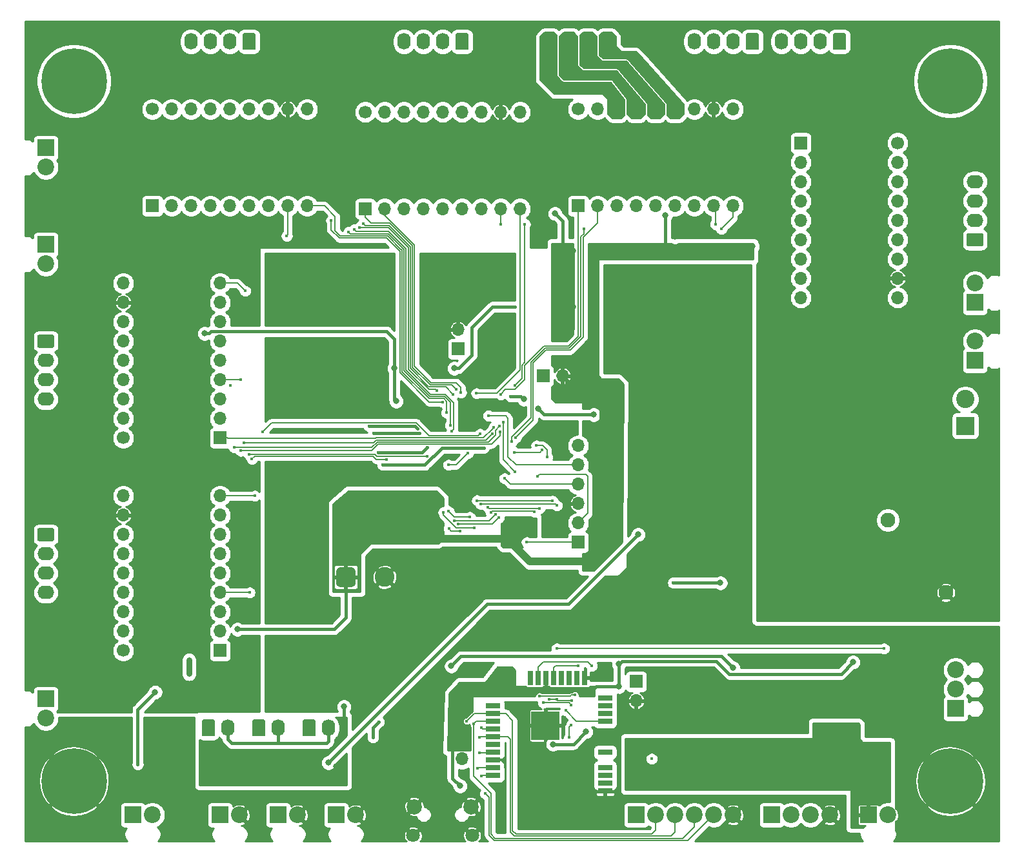
<source format=gbr>
G04 #@! TF.GenerationSoftware,KiCad,Pcbnew,(5.1.5)-3*
G04 #@! TF.CreationDate,2020-06-23T00:22:59+02:00*
G04 #@! TF.ProjectId,3D_Printer_Mainboard_STM32,33445f50-7269-46e7-9465-725f4d61696e,rev?*
G04 #@! TF.SameCoordinates,Original*
G04 #@! TF.FileFunction,Copper,L2,Bot*
G04 #@! TF.FilePolarity,Positive*
%FSLAX46Y46*%
G04 Gerber Fmt 4.6, Leading zero omitted, Abs format (unit mm)*
G04 Created by KiCad (PCBNEW (5.1.5)-3) date 2020-06-23 00:22:59*
%MOMM*%
%LPD*%
G04 APERTURE LIST*
%ADD10R,2.200000X2.200000*%
%ADD11C,2.200000*%
%ADD12R,1.700000X1.700000*%
%ADD13O,1.700000X1.700000*%
%ADD14C,1.700000*%
%ADD15C,0.900000*%
%ADD16C,8.600000*%
%ADD17R,1.900000X0.800000*%
%ADD18R,0.800000X1.900000*%
%ADD19R,3.700000X3.700000*%
%ADD20C,2.000000*%
%ADD21C,1.800000*%
%ADD22C,1.950000*%
%ADD23R,2.400000X2.400000*%
%ADD24C,2.400000*%
%ADD25C,0.100000*%
%ADD26O,2.200000X1.740000*%
%ADD27O,1.740000X2.200000*%
%ADD28C,2.600000*%
%ADD29C,0.800000*%
%ADD30C,0.450000*%
%ADD31C,1.000000*%
%ADD32C,0.500000*%
%ADD33C,0.400000*%
%ADD34C,0.800000*%
%ADD35C,0.150000*%
%ADD36C,0.300000*%
%ADD37C,1.000000*%
%ADD38C,0.127000*%
%ADD39C,0.254000*%
G04 APERTURE END LIST*
D10*
X158190000Y-126440000D03*
D11*
X158190000Y-123900000D03*
X158190000Y-121360000D03*
D12*
X137870000Y-52145000D03*
D13*
X137870000Y-54685000D03*
X137870000Y-57225000D03*
X137870000Y-59765000D03*
X137870000Y-62305000D03*
X137870000Y-64845000D03*
X137870000Y-67385000D03*
X137870000Y-69925000D03*
X137870000Y-72465000D03*
D14*
X150570000Y-52145000D03*
D13*
X150570000Y-57225000D03*
X150570000Y-54685000D03*
X150570000Y-67385000D03*
X150570000Y-62305000D03*
X150570000Y-69925000D03*
X150570000Y-59765000D03*
X150570000Y-72465000D03*
X150570000Y-64845000D03*
D15*
X159780419Y-41719581D03*
X157500000Y-40775000D03*
X155219581Y-41719581D03*
X154275000Y-44000000D03*
X155219581Y-46280419D03*
X157500000Y-47225000D03*
X159780419Y-46280419D03*
X160725000Y-44000000D03*
D16*
X157500000Y-44000000D03*
X42500000Y-136000000D03*
D15*
X45725000Y-136000000D03*
X44780419Y-138280419D03*
X42500000Y-139225000D03*
X40219581Y-138280419D03*
X39275000Y-136000000D03*
X40219581Y-133719581D03*
X42500000Y-132775000D03*
X44780419Y-133719581D03*
D16*
X157500000Y-136000000D03*
D15*
X160725000Y-136000000D03*
X159780419Y-138280419D03*
X157500000Y-139225000D03*
X155219581Y-138280419D03*
X154275000Y-136000000D03*
X155219581Y-133719581D03*
X157500000Y-132775000D03*
X159780419Y-133719581D03*
X44780419Y-41719581D03*
X42500000Y-40775000D03*
X40219581Y-41719581D03*
X39275000Y-44000000D03*
X40219581Y-46280419D03*
X42500000Y-47225000D03*
X44780419Y-46280419D03*
X45725000Y-44000000D03*
D16*
X42500000Y-44000000D03*
D17*
X112215000Y-125075000D03*
X112215000Y-126091000D03*
X112215000Y-127101000D03*
X112215000Y-128117000D03*
X112215000Y-132181000D03*
X112215000Y-134213000D03*
X112215000Y-135229000D03*
X112215000Y-136245000D03*
X112215000Y-137261000D03*
X97485000Y-135229000D03*
X97485000Y-134213000D03*
X97485000Y-133197000D03*
X97485000Y-132181000D03*
X97485000Y-131165000D03*
X97485000Y-130149000D03*
X97485000Y-129133000D03*
X97485000Y-128117000D03*
X97485000Y-127101000D03*
X97485000Y-126085000D03*
D18*
X99385000Y-122405000D03*
X102433000Y-122405000D03*
X103449000Y-122405000D03*
X104465000Y-122405000D03*
X105481000Y-122405000D03*
X106497000Y-122405000D03*
X107513000Y-122405000D03*
X108529000Y-122405000D03*
X109545000Y-122405000D03*
D19*
X104365000Y-128675000D03*
D20*
X87155000Y-139322000D03*
X94605000Y-139322000D03*
D21*
X87005000Y-143122000D03*
X94755000Y-143122000D03*
D22*
X156920000Y-111200000D03*
X149300000Y-101680000D03*
D11*
X160730000Y-78180000D03*
D10*
X160730000Y-80720000D03*
D23*
X159460000Y-89300000D03*
D24*
X159460000Y-85800000D03*
D11*
X160730000Y-70560000D03*
D10*
X160730000Y-73100000D03*
X50240000Y-140410000D03*
D11*
X52780000Y-140410000D03*
D10*
X61670000Y-140410000D03*
D11*
X64210000Y-140410000D03*
X38810000Y-127710000D03*
D10*
X38810000Y-125170000D03*
D11*
X38810000Y-55320000D03*
D10*
X38810000Y-52780000D03*
X69290000Y-140410000D03*
D11*
X71830000Y-140410000D03*
D10*
X76910000Y-140410000D03*
D11*
X79450000Y-140410000D03*
X38810000Y-68020000D03*
D10*
X38810000Y-65480000D03*
D12*
X108660000Y-104596000D03*
D13*
X108660000Y-102056000D03*
X108660000Y-99516000D03*
X108660000Y-96976000D03*
X108660000Y-94436000D03*
X108660000Y-91896000D03*
D10*
X146760000Y-140410000D03*
D11*
X149300000Y-140410000D03*
D10*
X116280000Y-140410000D03*
D11*
X118820000Y-140410000D03*
X121360000Y-140410000D03*
X123900000Y-140410000D03*
X126440000Y-140410000D03*
X128980000Y-140410000D03*
D10*
X134060000Y-140410000D03*
D11*
X136600000Y-140410000D03*
X139140000Y-140410000D03*
X141680000Y-140410000D03*
G04 #@! TA.AperFunction,ComponentPad*
D25*
G36*
X161604505Y-63976204D02*
G01*
X161628773Y-63979804D01*
X161652572Y-63985765D01*
X161675671Y-63994030D01*
X161697850Y-64004520D01*
X161718893Y-64017132D01*
X161738599Y-64031747D01*
X161756777Y-64048223D01*
X161773253Y-64066401D01*
X161787868Y-64086107D01*
X161800480Y-64107150D01*
X161810970Y-64129329D01*
X161819235Y-64152428D01*
X161825196Y-64176227D01*
X161828796Y-64200495D01*
X161830000Y-64224999D01*
X161830000Y-65465001D01*
X161828796Y-65489505D01*
X161825196Y-65513773D01*
X161819235Y-65537572D01*
X161810970Y-65560671D01*
X161800480Y-65582850D01*
X161787868Y-65603893D01*
X161773253Y-65623599D01*
X161756777Y-65641777D01*
X161738599Y-65658253D01*
X161718893Y-65672868D01*
X161697850Y-65685480D01*
X161675671Y-65695970D01*
X161652572Y-65704235D01*
X161628773Y-65710196D01*
X161604505Y-65713796D01*
X161580001Y-65715000D01*
X159879999Y-65715000D01*
X159855495Y-65713796D01*
X159831227Y-65710196D01*
X159807428Y-65704235D01*
X159784329Y-65695970D01*
X159762150Y-65685480D01*
X159741107Y-65672868D01*
X159721401Y-65658253D01*
X159703223Y-65641777D01*
X159686747Y-65623599D01*
X159672132Y-65603893D01*
X159659520Y-65582850D01*
X159649030Y-65560671D01*
X159640765Y-65537572D01*
X159634804Y-65513773D01*
X159631204Y-65489505D01*
X159630000Y-65465001D01*
X159630000Y-64224999D01*
X159631204Y-64200495D01*
X159634804Y-64176227D01*
X159640765Y-64152428D01*
X159649030Y-64129329D01*
X159659520Y-64107150D01*
X159672132Y-64086107D01*
X159686747Y-64066401D01*
X159703223Y-64048223D01*
X159721401Y-64031747D01*
X159741107Y-64017132D01*
X159762150Y-64004520D01*
X159784329Y-63994030D01*
X159807428Y-63985765D01*
X159831227Y-63979804D01*
X159855495Y-63976204D01*
X159879999Y-63975000D01*
X161580001Y-63975000D01*
X161604505Y-63976204D01*
G37*
G04 #@! TD.AperFunction*
D26*
X160730000Y-62305000D03*
X160730000Y-59765000D03*
X160730000Y-57225000D03*
D27*
X57860000Y-38810000D03*
X60400000Y-38810000D03*
X62940000Y-38810000D03*
G04 #@! TA.AperFunction,ComponentPad*
D25*
G36*
X66124505Y-37711204D02*
G01*
X66148773Y-37714804D01*
X66172572Y-37720765D01*
X66195671Y-37729030D01*
X66217850Y-37739520D01*
X66238893Y-37752132D01*
X66258599Y-37766747D01*
X66276777Y-37783223D01*
X66293253Y-37801401D01*
X66307868Y-37821107D01*
X66320480Y-37842150D01*
X66330970Y-37864329D01*
X66339235Y-37887428D01*
X66345196Y-37911227D01*
X66348796Y-37935495D01*
X66350000Y-37959999D01*
X66350000Y-39660001D01*
X66348796Y-39684505D01*
X66345196Y-39708773D01*
X66339235Y-39732572D01*
X66330970Y-39755671D01*
X66320480Y-39777850D01*
X66307868Y-39798893D01*
X66293253Y-39818599D01*
X66276777Y-39836777D01*
X66258599Y-39853253D01*
X66238893Y-39867868D01*
X66217850Y-39880480D01*
X66195671Y-39890970D01*
X66172572Y-39899235D01*
X66148773Y-39905196D01*
X66124505Y-39908796D01*
X66100001Y-39910000D01*
X64859999Y-39910000D01*
X64835495Y-39908796D01*
X64811227Y-39905196D01*
X64787428Y-39899235D01*
X64764329Y-39890970D01*
X64742150Y-39880480D01*
X64721107Y-39867868D01*
X64701401Y-39853253D01*
X64683223Y-39836777D01*
X64666747Y-39818599D01*
X64652132Y-39798893D01*
X64639520Y-39777850D01*
X64629030Y-39755671D01*
X64620765Y-39732572D01*
X64614804Y-39708773D01*
X64611204Y-39684505D01*
X64610000Y-39660001D01*
X64610000Y-37959999D01*
X64611204Y-37935495D01*
X64614804Y-37911227D01*
X64620765Y-37887428D01*
X64629030Y-37864329D01*
X64639520Y-37842150D01*
X64652132Y-37821107D01*
X64666747Y-37801401D01*
X64683223Y-37783223D01*
X64701401Y-37766747D01*
X64721107Y-37752132D01*
X64742150Y-37739520D01*
X64764329Y-37729030D01*
X64787428Y-37720765D01*
X64811227Y-37714804D01*
X64835495Y-37711204D01*
X64859999Y-37710000D01*
X66100001Y-37710000D01*
X66124505Y-37711204D01*
G37*
G04 #@! TD.AperFunction*
D27*
X85800000Y-38810000D03*
X88340000Y-38810000D03*
X90880000Y-38810000D03*
G04 #@! TA.AperFunction,ComponentPad*
D25*
G36*
X94064505Y-37711204D02*
G01*
X94088773Y-37714804D01*
X94112572Y-37720765D01*
X94135671Y-37729030D01*
X94157850Y-37739520D01*
X94178893Y-37752132D01*
X94198599Y-37766747D01*
X94216777Y-37783223D01*
X94233253Y-37801401D01*
X94247868Y-37821107D01*
X94260480Y-37842150D01*
X94270970Y-37864329D01*
X94279235Y-37887428D01*
X94285196Y-37911227D01*
X94288796Y-37935495D01*
X94290000Y-37959999D01*
X94290000Y-39660001D01*
X94288796Y-39684505D01*
X94285196Y-39708773D01*
X94279235Y-39732572D01*
X94270970Y-39755671D01*
X94260480Y-39777850D01*
X94247868Y-39798893D01*
X94233253Y-39818599D01*
X94216777Y-39836777D01*
X94198599Y-39853253D01*
X94178893Y-39867868D01*
X94157850Y-39880480D01*
X94135671Y-39890970D01*
X94112572Y-39899235D01*
X94088773Y-39905196D01*
X94064505Y-39908796D01*
X94040001Y-39910000D01*
X92799999Y-39910000D01*
X92775495Y-39908796D01*
X92751227Y-39905196D01*
X92727428Y-39899235D01*
X92704329Y-39890970D01*
X92682150Y-39880480D01*
X92661107Y-39867868D01*
X92641401Y-39853253D01*
X92623223Y-39836777D01*
X92606747Y-39818599D01*
X92592132Y-39798893D01*
X92579520Y-39777850D01*
X92569030Y-39755671D01*
X92560765Y-39732572D01*
X92554804Y-39708773D01*
X92551204Y-39684505D01*
X92550000Y-39660001D01*
X92550000Y-37959999D01*
X92551204Y-37935495D01*
X92554804Y-37911227D01*
X92560765Y-37887428D01*
X92569030Y-37864329D01*
X92579520Y-37842150D01*
X92592132Y-37821107D01*
X92606747Y-37801401D01*
X92623223Y-37783223D01*
X92641401Y-37766747D01*
X92661107Y-37752132D01*
X92682150Y-37739520D01*
X92704329Y-37729030D01*
X92727428Y-37720765D01*
X92751227Y-37714804D01*
X92775495Y-37711204D01*
X92799999Y-37710000D01*
X94040001Y-37710000D01*
X94064505Y-37711204D01*
G37*
G04 #@! TD.AperFunction*
G04 #@! TA.AperFunction,ComponentPad*
G36*
X113114505Y-37711204D02*
G01*
X113138773Y-37714804D01*
X113162572Y-37720765D01*
X113185671Y-37729030D01*
X113207850Y-37739520D01*
X113228893Y-37752132D01*
X113248599Y-37766747D01*
X113266777Y-37783223D01*
X113283253Y-37801401D01*
X113297868Y-37821107D01*
X113310480Y-37842150D01*
X113320970Y-37864329D01*
X113329235Y-37887428D01*
X113335196Y-37911227D01*
X113338796Y-37935495D01*
X113340000Y-37959999D01*
X113340000Y-39660001D01*
X113338796Y-39684505D01*
X113335196Y-39708773D01*
X113329235Y-39732572D01*
X113320970Y-39755671D01*
X113310480Y-39777850D01*
X113297868Y-39798893D01*
X113283253Y-39818599D01*
X113266777Y-39836777D01*
X113248599Y-39853253D01*
X113228893Y-39867868D01*
X113207850Y-39880480D01*
X113185671Y-39890970D01*
X113162572Y-39899235D01*
X113138773Y-39905196D01*
X113114505Y-39908796D01*
X113090001Y-39910000D01*
X111849999Y-39910000D01*
X111825495Y-39908796D01*
X111801227Y-39905196D01*
X111777428Y-39899235D01*
X111754329Y-39890970D01*
X111732150Y-39880480D01*
X111711107Y-39867868D01*
X111691401Y-39853253D01*
X111673223Y-39836777D01*
X111656747Y-39818599D01*
X111642132Y-39798893D01*
X111629520Y-39777850D01*
X111619030Y-39755671D01*
X111610765Y-39732572D01*
X111604804Y-39708773D01*
X111601204Y-39684505D01*
X111600000Y-39660001D01*
X111600000Y-37959999D01*
X111601204Y-37935495D01*
X111604804Y-37911227D01*
X111610765Y-37887428D01*
X111619030Y-37864329D01*
X111629520Y-37842150D01*
X111642132Y-37821107D01*
X111656747Y-37801401D01*
X111673223Y-37783223D01*
X111691401Y-37766747D01*
X111711107Y-37752132D01*
X111732150Y-37739520D01*
X111754329Y-37729030D01*
X111777428Y-37720765D01*
X111801227Y-37714804D01*
X111825495Y-37711204D01*
X111849999Y-37710000D01*
X113090001Y-37710000D01*
X113114505Y-37711204D01*
G37*
G04 #@! TD.AperFunction*
D27*
X109930000Y-38810000D03*
X107390000Y-38810000D03*
X104850000Y-38810000D03*
X123900000Y-38810000D03*
X126440000Y-38810000D03*
X128980000Y-38810000D03*
G04 #@! TA.AperFunction,ComponentPad*
D25*
G36*
X132164505Y-37711204D02*
G01*
X132188773Y-37714804D01*
X132212572Y-37720765D01*
X132235671Y-37729030D01*
X132257850Y-37739520D01*
X132278893Y-37752132D01*
X132298599Y-37766747D01*
X132316777Y-37783223D01*
X132333253Y-37801401D01*
X132347868Y-37821107D01*
X132360480Y-37842150D01*
X132370970Y-37864329D01*
X132379235Y-37887428D01*
X132385196Y-37911227D01*
X132388796Y-37935495D01*
X132390000Y-37959999D01*
X132390000Y-39660001D01*
X132388796Y-39684505D01*
X132385196Y-39708773D01*
X132379235Y-39732572D01*
X132370970Y-39755671D01*
X132360480Y-39777850D01*
X132347868Y-39798893D01*
X132333253Y-39818599D01*
X132316777Y-39836777D01*
X132298599Y-39853253D01*
X132278893Y-39867868D01*
X132257850Y-39880480D01*
X132235671Y-39890970D01*
X132212572Y-39899235D01*
X132188773Y-39905196D01*
X132164505Y-39908796D01*
X132140001Y-39910000D01*
X130899999Y-39910000D01*
X130875495Y-39908796D01*
X130851227Y-39905196D01*
X130827428Y-39899235D01*
X130804329Y-39890970D01*
X130782150Y-39880480D01*
X130761107Y-39867868D01*
X130741401Y-39853253D01*
X130723223Y-39836777D01*
X130706747Y-39818599D01*
X130692132Y-39798893D01*
X130679520Y-39777850D01*
X130669030Y-39755671D01*
X130660765Y-39732572D01*
X130654804Y-39708773D01*
X130651204Y-39684505D01*
X130650000Y-39660001D01*
X130650000Y-37959999D01*
X130651204Y-37935495D01*
X130654804Y-37911227D01*
X130660765Y-37887428D01*
X130669030Y-37864329D01*
X130679520Y-37842150D01*
X130692132Y-37821107D01*
X130706747Y-37801401D01*
X130723223Y-37783223D01*
X130741401Y-37766747D01*
X130761107Y-37752132D01*
X130782150Y-37739520D01*
X130804329Y-37729030D01*
X130827428Y-37720765D01*
X130851227Y-37714804D01*
X130875495Y-37711204D01*
X130899999Y-37710000D01*
X132140001Y-37710000D01*
X132164505Y-37711204D01*
G37*
G04 #@! TD.AperFunction*
G04 #@! TA.AperFunction,ComponentPad*
G36*
X143594505Y-37711204D02*
G01*
X143618773Y-37714804D01*
X143642572Y-37720765D01*
X143665671Y-37729030D01*
X143687850Y-37739520D01*
X143708893Y-37752132D01*
X143728599Y-37766747D01*
X143746777Y-37783223D01*
X143763253Y-37801401D01*
X143777868Y-37821107D01*
X143790480Y-37842150D01*
X143800970Y-37864329D01*
X143809235Y-37887428D01*
X143815196Y-37911227D01*
X143818796Y-37935495D01*
X143820000Y-37959999D01*
X143820000Y-39660001D01*
X143818796Y-39684505D01*
X143815196Y-39708773D01*
X143809235Y-39732572D01*
X143800970Y-39755671D01*
X143790480Y-39777850D01*
X143777868Y-39798893D01*
X143763253Y-39818599D01*
X143746777Y-39836777D01*
X143728599Y-39853253D01*
X143708893Y-39867868D01*
X143687850Y-39880480D01*
X143665671Y-39890970D01*
X143642572Y-39899235D01*
X143618773Y-39905196D01*
X143594505Y-39908796D01*
X143570001Y-39910000D01*
X142329999Y-39910000D01*
X142305495Y-39908796D01*
X142281227Y-39905196D01*
X142257428Y-39899235D01*
X142234329Y-39890970D01*
X142212150Y-39880480D01*
X142191107Y-39867868D01*
X142171401Y-39853253D01*
X142153223Y-39836777D01*
X142136747Y-39818599D01*
X142122132Y-39798893D01*
X142109520Y-39777850D01*
X142099030Y-39755671D01*
X142090765Y-39732572D01*
X142084804Y-39708773D01*
X142081204Y-39684505D01*
X142080000Y-39660001D01*
X142080000Y-37959999D01*
X142081204Y-37935495D01*
X142084804Y-37911227D01*
X142090765Y-37887428D01*
X142099030Y-37864329D01*
X142109520Y-37842150D01*
X142122132Y-37821107D01*
X142136747Y-37801401D01*
X142153223Y-37783223D01*
X142171401Y-37766747D01*
X142191107Y-37752132D01*
X142212150Y-37739520D01*
X142234329Y-37729030D01*
X142257428Y-37720765D01*
X142281227Y-37714804D01*
X142305495Y-37711204D01*
X142329999Y-37710000D01*
X143570001Y-37710000D01*
X143594505Y-37711204D01*
G37*
G04 #@! TD.AperFunction*
D27*
X140410000Y-38810000D03*
X137870000Y-38810000D03*
X135330000Y-38810000D03*
G04 #@! TA.AperFunction,ComponentPad*
D25*
G36*
X39684505Y-77311204D02*
G01*
X39708773Y-77314804D01*
X39732572Y-77320765D01*
X39755671Y-77329030D01*
X39777850Y-77339520D01*
X39798893Y-77352132D01*
X39818599Y-77366747D01*
X39836777Y-77383223D01*
X39853253Y-77401401D01*
X39867868Y-77421107D01*
X39880480Y-77442150D01*
X39890970Y-77464329D01*
X39899235Y-77487428D01*
X39905196Y-77511227D01*
X39908796Y-77535495D01*
X39910000Y-77559999D01*
X39910000Y-78800001D01*
X39908796Y-78824505D01*
X39905196Y-78848773D01*
X39899235Y-78872572D01*
X39890970Y-78895671D01*
X39880480Y-78917850D01*
X39867868Y-78938893D01*
X39853253Y-78958599D01*
X39836777Y-78976777D01*
X39818599Y-78993253D01*
X39798893Y-79007868D01*
X39777850Y-79020480D01*
X39755671Y-79030970D01*
X39732572Y-79039235D01*
X39708773Y-79045196D01*
X39684505Y-79048796D01*
X39660001Y-79050000D01*
X37959999Y-79050000D01*
X37935495Y-79048796D01*
X37911227Y-79045196D01*
X37887428Y-79039235D01*
X37864329Y-79030970D01*
X37842150Y-79020480D01*
X37821107Y-79007868D01*
X37801401Y-78993253D01*
X37783223Y-78976777D01*
X37766747Y-78958599D01*
X37752132Y-78938893D01*
X37739520Y-78917850D01*
X37729030Y-78895671D01*
X37720765Y-78872572D01*
X37714804Y-78848773D01*
X37711204Y-78824505D01*
X37710000Y-78800001D01*
X37710000Y-77559999D01*
X37711204Y-77535495D01*
X37714804Y-77511227D01*
X37720765Y-77487428D01*
X37729030Y-77464329D01*
X37739520Y-77442150D01*
X37752132Y-77421107D01*
X37766747Y-77401401D01*
X37783223Y-77383223D01*
X37801401Y-77366747D01*
X37821107Y-77352132D01*
X37842150Y-77339520D01*
X37864329Y-77329030D01*
X37887428Y-77320765D01*
X37911227Y-77314804D01*
X37935495Y-77311204D01*
X37959999Y-77310000D01*
X39660001Y-77310000D01*
X39684505Y-77311204D01*
G37*
G04 #@! TD.AperFunction*
D26*
X38810000Y-80720000D03*
X38810000Y-83260000D03*
X38810000Y-85800000D03*
X38810000Y-111200000D03*
X38810000Y-108660000D03*
X38810000Y-106120000D03*
G04 #@! TA.AperFunction,ComponentPad*
D25*
G36*
X39684505Y-102711204D02*
G01*
X39708773Y-102714804D01*
X39732572Y-102720765D01*
X39755671Y-102729030D01*
X39777850Y-102739520D01*
X39798893Y-102752132D01*
X39818599Y-102766747D01*
X39836777Y-102783223D01*
X39853253Y-102801401D01*
X39867868Y-102821107D01*
X39880480Y-102842150D01*
X39890970Y-102864329D01*
X39899235Y-102887428D01*
X39905196Y-102911227D01*
X39908796Y-102935495D01*
X39910000Y-102959999D01*
X39910000Y-104200001D01*
X39908796Y-104224505D01*
X39905196Y-104248773D01*
X39899235Y-104272572D01*
X39890970Y-104295671D01*
X39880480Y-104317850D01*
X39867868Y-104338893D01*
X39853253Y-104358599D01*
X39836777Y-104376777D01*
X39818599Y-104393253D01*
X39798893Y-104407868D01*
X39777850Y-104420480D01*
X39755671Y-104430970D01*
X39732572Y-104439235D01*
X39708773Y-104445196D01*
X39684505Y-104448796D01*
X39660001Y-104450000D01*
X37959999Y-104450000D01*
X37935495Y-104448796D01*
X37911227Y-104445196D01*
X37887428Y-104439235D01*
X37864329Y-104430970D01*
X37842150Y-104420480D01*
X37821107Y-104407868D01*
X37801401Y-104393253D01*
X37783223Y-104376777D01*
X37766747Y-104358599D01*
X37752132Y-104338893D01*
X37739520Y-104317850D01*
X37729030Y-104295671D01*
X37720765Y-104272572D01*
X37714804Y-104248773D01*
X37711204Y-104224505D01*
X37710000Y-104200001D01*
X37710000Y-102959999D01*
X37711204Y-102935495D01*
X37714804Y-102911227D01*
X37720765Y-102887428D01*
X37729030Y-102864329D01*
X37739520Y-102842150D01*
X37752132Y-102821107D01*
X37766747Y-102801401D01*
X37783223Y-102783223D01*
X37801401Y-102766747D01*
X37821107Y-102752132D01*
X37842150Y-102739520D01*
X37864329Y-102729030D01*
X37887428Y-102720765D01*
X37911227Y-102714804D01*
X37935495Y-102711204D01*
X37959999Y-102710000D01*
X39660001Y-102710000D01*
X39684505Y-102711204D01*
G37*
G04 #@! TD.AperFunction*
G04 #@! TA.AperFunction,ComponentPad*
G36*
X78893711Y-107871130D02*
G01*
X78956809Y-107880490D01*
X79018685Y-107895989D01*
X79078744Y-107917478D01*
X79136408Y-107944751D01*
X79191121Y-107977545D01*
X79242356Y-108015543D01*
X79289619Y-108058381D01*
X79332457Y-108105644D01*
X79370455Y-108156879D01*
X79403249Y-108211592D01*
X79430522Y-108269256D01*
X79452011Y-108329315D01*
X79467510Y-108391191D01*
X79476870Y-108454289D01*
X79480000Y-108518000D01*
X79480000Y-109818000D01*
X79476870Y-109881711D01*
X79467510Y-109944809D01*
X79452011Y-110006685D01*
X79430522Y-110066744D01*
X79403249Y-110124408D01*
X79370455Y-110179121D01*
X79332457Y-110230356D01*
X79289619Y-110277619D01*
X79242356Y-110320457D01*
X79191121Y-110358455D01*
X79136408Y-110391249D01*
X79078744Y-110418522D01*
X79018685Y-110440011D01*
X78956809Y-110455510D01*
X78893711Y-110464870D01*
X78830000Y-110468000D01*
X77530000Y-110468000D01*
X77466289Y-110464870D01*
X77403191Y-110455510D01*
X77341315Y-110440011D01*
X77281256Y-110418522D01*
X77223592Y-110391249D01*
X77168879Y-110358455D01*
X77117644Y-110320457D01*
X77070381Y-110277619D01*
X77027543Y-110230356D01*
X76989545Y-110179121D01*
X76956751Y-110124408D01*
X76929478Y-110066744D01*
X76907989Y-110006685D01*
X76892490Y-109944809D01*
X76883130Y-109881711D01*
X76880000Y-109818000D01*
X76880000Y-108518000D01*
X76883130Y-108454289D01*
X76892490Y-108391191D01*
X76907989Y-108329315D01*
X76929478Y-108269256D01*
X76956751Y-108211592D01*
X76989545Y-108156879D01*
X77027543Y-108105644D01*
X77070381Y-108058381D01*
X77117644Y-108015543D01*
X77168879Y-107977545D01*
X77223592Y-107944751D01*
X77281256Y-107917478D01*
X77341315Y-107895989D01*
X77403191Y-107880490D01*
X77466289Y-107871130D01*
X77530000Y-107868000D01*
X78830000Y-107868000D01*
X78893711Y-107871130D01*
G37*
G04 #@! TD.AperFunction*
D28*
X83260000Y-109168000D03*
D13*
X93420000Y-133044000D03*
D12*
X93420000Y-130504000D03*
X116280000Y-122884000D03*
D13*
X116280000Y-125424000D03*
X106628000Y-82752000D03*
D12*
X104088000Y-82752000D03*
X92912000Y-79196000D03*
D13*
X92912000Y-76656000D03*
X65480000Y-47700000D03*
X73100000Y-47700000D03*
X60400000Y-47700000D03*
X70560000Y-47700000D03*
X62940000Y-47700000D03*
X68020000Y-47700000D03*
X55320000Y-47700000D03*
X57860000Y-47700000D03*
D14*
X52780000Y-47700000D03*
D13*
X73100000Y-60400000D03*
X70560000Y-60400000D03*
X68020000Y-60400000D03*
X65480000Y-60400000D03*
X62940000Y-60400000D03*
X60400000Y-60400000D03*
X57860000Y-60400000D03*
X55320000Y-60400000D03*
D12*
X52780000Y-60400000D03*
X80720000Y-60781000D03*
D13*
X83260000Y-60781000D03*
X85800000Y-60781000D03*
X88340000Y-60781000D03*
X90880000Y-60781000D03*
X93420000Y-60781000D03*
X95960000Y-60781000D03*
X98500000Y-60781000D03*
X101040000Y-60781000D03*
D14*
X80720000Y-48081000D03*
D13*
X85800000Y-48081000D03*
X83260000Y-48081000D03*
X95960000Y-48081000D03*
X90880000Y-48081000D03*
X98500000Y-48081000D03*
X88340000Y-48081000D03*
X101040000Y-48081000D03*
X93420000Y-48081000D03*
X121360000Y-47700000D03*
X128980000Y-47700000D03*
X116280000Y-47700000D03*
X126440000Y-47700000D03*
X118820000Y-47700000D03*
X123900000Y-47700000D03*
X111200000Y-47700000D03*
X113740000Y-47700000D03*
D14*
X108660000Y-47700000D03*
D13*
X128980000Y-60400000D03*
X126440000Y-60400000D03*
X123900000Y-60400000D03*
X121360000Y-60400000D03*
X118820000Y-60400000D03*
X116280000Y-60400000D03*
X113740000Y-60400000D03*
X111200000Y-60400000D03*
D12*
X108660000Y-60400000D03*
X61670000Y-90880000D03*
D13*
X61670000Y-88340000D03*
X61670000Y-85800000D03*
X61670000Y-83260000D03*
X61670000Y-80720000D03*
X61670000Y-78180000D03*
X61670000Y-75640000D03*
X61670000Y-73100000D03*
X61670000Y-70560000D03*
D14*
X48970000Y-90880000D03*
D13*
X48970000Y-85800000D03*
X48970000Y-88340000D03*
X48970000Y-75640000D03*
X48970000Y-80720000D03*
X48970000Y-73100000D03*
X48970000Y-83260000D03*
X48970000Y-70560000D03*
X48970000Y-78180000D03*
X48970000Y-106120000D03*
X48970000Y-98500000D03*
X48970000Y-111200000D03*
X48970000Y-101040000D03*
X48970000Y-108660000D03*
X48970000Y-103580000D03*
X48970000Y-116280000D03*
X48970000Y-113740000D03*
D14*
X48970000Y-118820000D03*
D13*
X61670000Y-98500000D03*
X61670000Y-101040000D03*
X61670000Y-103580000D03*
X61670000Y-106120000D03*
X61670000Y-108660000D03*
X61670000Y-111200000D03*
X61670000Y-113740000D03*
X61670000Y-116280000D03*
D12*
X61670000Y-118820000D03*
G04 #@! TA.AperFunction,ComponentPad*
D25*
G36*
X60790505Y-127881204D02*
G01*
X60814773Y-127884804D01*
X60838572Y-127890765D01*
X60861671Y-127899030D01*
X60883850Y-127909520D01*
X60904893Y-127922132D01*
X60924599Y-127936747D01*
X60942777Y-127953223D01*
X60959253Y-127971401D01*
X60973868Y-127991107D01*
X60986480Y-128012150D01*
X60996970Y-128034329D01*
X61005235Y-128057428D01*
X61011196Y-128081227D01*
X61014796Y-128105495D01*
X61016000Y-128129999D01*
X61016000Y-129830001D01*
X61014796Y-129854505D01*
X61011196Y-129878773D01*
X61005235Y-129902572D01*
X60996970Y-129925671D01*
X60986480Y-129947850D01*
X60973868Y-129968893D01*
X60959253Y-129988599D01*
X60942777Y-130006777D01*
X60924599Y-130023253D01*
X60904893Y-130037868D01*
X60883850Y-130050480D01*
X60861671Y-130060970D01*
X60838572Y-130069235D01*
X60814773Y-130075196D01*
X60790505Y-130078796D01*
X60766001Y-130080000D01*
X59525999Y-130080000D01*
X59501495Y-130078796D01*
X59477227Y-130075196D01*
X59453428Y-130069235D01*
X59430329Y-130060970D01*
X59408150Y-130050480D01*
X59387107Y-130037868D01*
X59367401Y-130023253D01*
X59349223Y-130006777D01*
X59332747Y-129988599D01*
X59318132Y-129968893D01*
X59305520Y-129947850D01*
X59295030Y-129925671D01*
X59286765Y-129902572D01*
X59280804Y-129878773D01*
X59277204Y-129854505D01*
X59276000Y-129830001D01*
X59276000Y-128129999D01*
X59277204Y-128105495D01*
X59280804Y-128081227D01*
X59286765Y-128057428D01*
X59295030Y-128034329D01*
X59305520Y-128012150D01*
X59318132Y-127991107D01*
X59332747Y-127971401D01*
X59349223Y-127953223D01*
X59367401Y-127936747D01*
X59387107Y-127922132D01*
X59408150Y-127909520D01*
X59430329Y-127899030D01*
X59453428Y-127890765D01*
X59477227Y-127884804D01*
X59501495Y-127881204D01*
X59525999Y-127880000D01*
X60766001Y-127880000D01*
X60790505Y-127881204D01*
G37*
G04 #@! TD.AperFunction*
D27*
X62686000Y-128980000D03*
X69290000Y-128980000D03*
G04 #@! TA.AperFunction,ComponentPad*
D25*
G36*
X67394505Y-127881204D02*
G01*
X67418773Y-127884804D01*
X67442572Y-127890765D01*
X67465671Y-127899030D01*
X67487850Y-127909520D01*
X67508893Y-127922132D01*
X67528599Y-127936747D01*
X67546777Y-127953223D01*
X67563253Y-127971401D01*
X67577868Y-127991107D01*
X67590480Y-128012150D01*
X67600970Y-128034329D01*
X67609235Y-128057428D01*
X67615196Y-128081227D01*
X67618796Y-128105495D01*
X67620000Y-128129999D01*
X67620000Y-129830001D01*
X67618796Y-129854505D01*
X67615196Y-129878773D01*
X67609235Y-129902572D01*
X67600970Y-129925671D01*
X67590480Y-129947850D01*
X67577868Y-129968893D01*
X67563253Y-129988599D01*
X67546777Y-130006777D01*
X67528599Y-130023253D01*
X67508893Y-130037868D01*
X67487850Y-130050480D01*
X67465671Y-130060970D01*
X67442572Y-130069235D01*
X67418773Y-130075196D01*
X67394505Y-130078796D01*
X67370001Y-130080000D01*
X66129999Y-130080000D01*
X66105495Y-130078796D01*
X66081227Y-130075196D01*
X66057428Y-130069235D01*
X66034329Y-130060970D01*
X66012150Y-130050480D01*
X65991107Y-130037868D01*
X65971401Y-130023253D01*
X65953223Y-130006777D01*
X65936747Y-129988599D01*
X65922132Y-129968893D01*
X65909520Y-129947850D01*
X65899030Y-129925671D01*
X65890765Y-129902572D01*
X65884804Y-129878773D01*
X65881204Y-129854505D01*
X65880000Y-129830001D01*
X65880000Y-128129999D01*
X65881204Y-128105495D01*
X65884804Y-128081227D01*
X65890765Y-128057428D01*
X65899030Y-128034329D01*
X65909520Y-128012150D01*
X65922132Y-127991107D01*
X65936747Y-127971401D01*
X65953223Y-127953223D01*
X65971401Y-127936747D01*
X65991107Y-127922132D01*
X66012150Y-127909520D01*
X66034329Y-127899030D01*
X66057428Y-127890765D01*
X66081227Y-127884804D01*
X66105495Y-127881204D01*
X66129999Y-127880000D01*
X67370001Y-127880000D01*
X67394505Y-127881204D01*
G37*
G04 #@! TD.AperFunction*
G04 #@! TA.AperFunction,ComponentPad*
G36*
X73998505Y-127881204D02*
G01*
X74022773Y-127884804D01*
X74046572Y-127890765D01*
X74069671Y-127899030D01*
X74091850Y-127909520D01*
X74112893Y-127922132D01*
X74132599Y-127936747D01*
X74150777Y-127953223D01*
X74167253Y-127971401D01*
X74181868Y-127991107D01*
X74194480Y-128012150D01*
X74204970Y-128034329D01*
X74213235Y-128057428D01*
X74219196Y-128081227D01*
X74222796Y-128105495D01*
X74224000Y-128129999D01*
X74224000Y-129830001D01*
X74222796Y-129854505D01*
X74219196Y-129878773D01*
X74213235Y-129902572D01*
X74204970Y-129925671D01*
X74194480Y-129947850D01*
X74181868Y-129968893D01*
X74167253Y-129988599D01*
X74150777Y-130006777D01*
X74132599Y-130023253D01*
X74112893Y-130037868D01*
X74091850Y-130050480D01*
X74069671Y-130060970D01*
X74046572Y-130069235D01*
X74022773Y-130075196D01*
X73998505Y-130078796D01*
X73974001Y-130080000D01*
X72733999Y-130080000D01*
X72709495Y-130078796D01*
X72685227Y-130075196D01*
X72661428Y-130069235D01*
X72638329Y-130060970D01*
X72616150Y-130050480D01*
X72595107Y-130037868D01*
X72575401Y-130023253D01*
X72557223Y-130006777D01*
X72540747Y-129988599D01*
X72526132Y-129968893D01*
X72513520Y-129947850D01*
X72503030Y-129925671D01*
X72494765Y-129902572D01*
X72488804Y-129878773D01*
X72485204Y-129854505D01*
X72484000Y-129830001D01*
X72484000Y-128129999D01*
X72485204Y-128105495D01*
X72488804Y-128081227D01*
X72494765Y-128057428D01*
X72503030Y-128034329D01*
X72513520Y-128012150D01*
X72526132Y-127991107D01*
X72540747Y-127971401D01*
X72557223Y-127953223D01*
X72575401Y-127936747D01*
X72595107Y-127922132D01*
X72616150Y-127909520D01*
X72638329Y-127899030D01*
X72661428Y-127890765D01*
X72685227Y-127884804D01*
X72709495Y-127881204D01*
X72733999Y-127880000D01*
X73974001Y-127880000D01*
X73998505Y-127881204D01*
G37*
G04 #@! TD.AperFunction*
D27*
X75894000Y-128980000D03*
D29*
X110692000Y-87832000D03*
X103435011Y-87070000D03*
D30*
X99770000Y-85419000D03*
D29*
X101548000Y-85800000D03*
D31*
X105156000Y-128270000D03*
D32*
X103314500Y-129794000D03*
D30*
X118312000Y-133044000D03*
X78000000Y-68000000D03*
X78000000Y-76000000D03*
X77000000Y-78000000D03*
X74000000Y-90000000D03*
X63000000Y-84000000D03*
X96468000Y-94690000D03*
X93420000Y-96214000D03*
X90880000Y-96722000D03*
X81990000Y-87324000D03*
X77926000Y-87324000D03*
X88594000Y-71576000D03*
X84022000Y-71576000D03*
X87324000Y-86054000D03*
X90372000Y-82498000D03*
X82752000Y-82752000D03*
X57606000Y-121868000D03*
X57606000Y-120090000D03*
X109422000Y-140156000D03*
D29*
X96468000Y-120852000D03*
X49224000Y-128726000D03*
X46938000Y-128726000D03*
D30*
X85344000Y-95504000D03*
X84074000Y-95504000D03*
X108458000Y-109220000D03*
X52324000Y-130810000D03*
X56515000Y-128270000D03*
X99060000Y-134112000D03*
X97790000Y-92710000D03*
X106680000Y-90170000D03*
X88900000Y-123190000D03*
X88900000Y-118110000D03*
X99060000Y-114300000D03*
X99060000Y-110490000D03*
X73660000Y-138176000D03*
X66040000Y-138176000D03*
X126492000Y-88392000D03*
X119634000Y-88392000D03*
X135890000Y-116586000D03*
X116332000Y-68580000D03*
X116332000Y-75692000D03*
X71374000Y-114300000D03*
X83566000Y-118618000D03*
X110744000Y-122000000D03*
X154432000Y-123825000D03*
X122250000Y-115500000D03*
X134949000Y-116581600D03*
D29*
X92023000Y-120852000D03*
X128980000Y-121106000D03*
X107638620Y-124000098D03*
X110438000Y-124154000D03*
X84784000Y-99262000D03*
X99008000Y-103834000D03*
X111200000Y-107136000D03*
X102754990Y-102056000D03*
X92404000Y-81736000D03*
X107136000Y-85800000D03*
X105612000Y-61416000D03*
X106628000Y-77926000D03*
X131520000Y-65734000D03*
X110438000Y-66242000D03*
X107996500Y-66286490D03*
X120090000Y-61630000D03*
X59638000Y-77164000D03*
X84784000Y-86054000D03*
X63956000Y-116026000D03*
X84530000Y-81735992D03*
X107996500Y-73660000D03*
X79666000Y-100278000D03*
X113994000Y-123559000D03*
X113994000Y-120598000D03*
X144728000Y-120344000D03*
X109676000Y-129488000D03*
X105358000Y-131125054D03*
X93166000Y-136600000D03*
D30*
X100330000Y-73660000D03*
X72338000Y-133552000D03*
X72338000Y-135584000D03*
X62305000Y-134695000D03*
X73100000Y-134695000D03*
D29*
X77926000Y-135584000D03*
X76910000Y-134060000D03*
X77926000Y-126183000D03*
X77126000Y-130504000D03*
D30*
X69290000Y-134620000D03*
D29*
X69850000Y-133000000D03*
D30*
X121131500Y-109904500D03*
D29*
X127329000Y-109930000D03*
X75894000Y-133552000D03*
X116534000Y-103580000D03*
D30*
X87542000Y-89692990D03*
X81228004Y-89356000D03*
X87832000Y-90244992D03*
X81863000Y-90245006D03*
X82395990Y-92785000D03*
X82498000Y-128218000D03*
X81736000Y-130250000D03*
X88848000Y-92150000D03*
X108660000Y-120852000D03*
X110438000Y-120852000D03*
X107014999Y-126694000D03*
X96889010Y-87966074D03*
X140156000Y-130758000D03*
X140156000Y-128980000D03*
D29*
X146252000Y-136346000D03*
X144982000Y-131774000D03*
X146252000Y-131774000D03*
X116280000Y-132790000D03*
X143204000Y-134441000D03*
X136854000Y-135584000D03*
D30*
X49732000Y-59384000D03*
D29*
X66496000Y-104596000D03*
X65353000Y-68655000D03*
X105000000Y-64000000D03*
X121360000Y-64464000D03*
X133000000Y-82000000D03*
D30*
X140918000Y-110692000D03*
X140918000Y-112216000D03*
X46938000Y-120852000D03*
X46938000Y-117296000D03*
X46938000Y-119074000D03*
D29*
X65988000Y-113994000D03*
X138632000Y-79450000D03*
X138632000Y-80466000D03*
X138632000Y-78434000D03*
D30*
X52780000Y-51256000D03*
X52780000Y-56844000D03*
X44652000Y-57860000D03*
X45160000Y-61162000D03*
D29*
X142950000Y-68782000D03*
X141934000Y-68782000D03*
X143966000Y-68782000D03*
X65861000Y-119074000D03*
D30*
X156000000Y-94750000D03*
X50875000Y-133806000D03*
D29*
X53161000Y-124281000D03*
D30*
X95960000Y-135330000D03*
X95452000Y-134314000D03*
X91722990Y-102818000D03*
X93166000Y-103118000D03*
X95706000Y-132282000D03*
X95706000Y-130250000D03*
X95960000Y-128980000D03*
X94436000Y-101294000D03*
X91642000Y-100532000D03*
X94944000Y-128472038D03*
X94048442Y-128097559D03*
X92404000Y-101802000D03*
X97818990Y-100959010D03*
X92920086Y-102229000D03*
X98272973Y-101315160D03*
X101929000Y-104596000D03*
X103326000Y-95960000D03*
X99008000Y-96214000D03*
X96468000Y-137616000D03*
X96849000Y-100027000D03*
X103572999Y-100151000D03*
X97230000Y-100659000D03*
X102945000Y-100578000D03*
X103961000Y-92473000D03*
X100278000Y-92785000D03*
X65480000Y-93039000D03*
X88848000Y-93293000D03*
X79323000Y-63494000D03*
X92103990Y-89991000D03*
X78561000Y-63829000D03*
X91896000Y-89229000D03*
X95071000Y-102691000D03*
X65861000Y-93674000D03*
X64383000Y-83260000D03*
X65549010Y-111200000D03*
X91007000Y-100659000D03*
X83514000Y-93720000D03*
X91642000Y-94436000D03*
X94182000Y-92912000D03*
X90867325Y-86158695D03*
X76275000Y-62305000D03*
X148792000Y-118566000D03*
X105866000Y-118566000D03*
X104596000Y-93420000D03*
X103199000Y-91896000D03*
X97611000Y-89483000D03*
X97358435Y-90339435D03*
X64845000Y-91515003D03*
X98500000Y-85165000D03*
X66242000Y-98500000D03*
X64972000Y-71576000D03*
X95325000Y-85038000D03*
X91388000Y-87578000D03*
X93293000Y-84911000D03*
X92658000Y-84530000D03*
X92277000Y-85165000D03*
X80466000Y-62732000D03*
X79958000Y-63275000D03*
X90118000Y-84657000D03*
X100405000Y-95325000D03*
X101675000Y-62813000D03*
X98500000Y-62813000D03*
X98834998Y-88801998D03*
X100365197Y-83982197D03*
X70433000Y-64337004D03*
X126694000Y-62813000D03*
X99943000Y-91388000D03*
X127456000Y-63448002D03*
X109422000Y-63448000D03*
X100451010Y-90880000D03*
X98407998Y-90118000D03*
X64383000Y-92577000D03*
X98373000Y-89356000D03*
X63529000Y-92150000D03*
X95900000Y-99600000D03*
X105866000Y-99770000D03*
X95400000Y-99100000D03*
X105277000Y-99173000D03*
X107517000Y-130250000D03*
X107771000Y-128599000D03*
X104850000Y-125186999D03*
X105866000Y-125186999D03*
X107855080Y-125382779D03*
X104088000Y-125678000D03*
X107767763Y-125953146D03*
X103580000Y-124789000D03*
X108256832Y-124646093D03*
X83006000Y-94436000D03*
X96266020Y-92202000D03*
X67258000Y-90118000D03*
X95784990Y-90372000D03*
D33*
X110692000Y-87832000D02*
X104197011Y-87832000D01*
X104197011Y-87832000D02*
X103435011Y-87070000D01*
X99770000Y-85419000D02*
X101167000Y-85419000D01*
X101167000Y-85419000D02*
X101548000Y-85800000D01*
D34*
X57606000Y-121868000D02*
X57606000Y-120090000D01*
D35*
X109422000Y-139837802D02*
X109422000Y-140156000D01*
X109422000Y-138954000D02*
X109422000Y-139837802D01*
X111115000Y-137261000D02*
X109422000Y-138954000D01*
X112215000Y-137261000D02*
X111115000Y-137261000D01*
D36*
X99060000Y-133638000D02*
X99060000Y-134112000D01*
X97485000Y-133197000D02*
X98619000Y-133197000D01*
X98619000Y-133197000D02*
X99060000Y-133638000D01*
D33*
X127456000Y-119582000D02*
X128980000Y-121106000D01*
X92023000Y-120852000D02*
X93293000Y-119582000D01*
X93293000Y-119582000D02*
X127456000Y-119582000D01*
X104465000Y-122405000D02*
X104465000Y-123755000D01*
X104465000Y-123755000D02*
X104710098Y-124000098D01*
X104710098Y-124000098D02*
X107072935Y-124000098D01*
X107072935Y-124000098D02*
X107638620Y-124000098D01*
X107638620Y-124000098D02*
X110284098Y-124000098D01*
X110284098Y-124000098D02*
X110438000Y-124154000D01*
D37*
X89356000Y-104140000D02*
X99008000Y-104140000D01*
X102310000Y-107136000D02*
X99008000Y-103834000D01*
X111200000Y-107136000D02*
X102310000Y-107136000D01*
D33*
X107136000Y-83260000D02*
X106628000Y-82752000D01*
X107136000Y-85800000D02*
X107136000Y-83260000D01*
X110946000Y-65734000D02*
X110438000Y-66242000D01*
X107996500Y-76557500D02*
X106628000Y-77926000D01*
X120090000Y-61630000D02*
X120090000Y-64464000D01*
X120090000Y-64464000D02*
X120090000Y-65734000D01*
X131520000Y-65734000D02*
X120090000Y-65734000D01*
X120090000Y-65734000D02*
X110946000Y-65734000D01*
X63956000Y-116026000D02*
X76656000Y-116026000D01*
X78180000Y-114502000D02*
X78180000Y-109168000D01*
X76656000Y-116026000D02*
X78180000Y-114502000D01*
X80720000Y-99262000D02*
X84784000Y-99262000D01*
X78180000Y-109168000D02*
X78180000Y-101802000D01*
X84530000Y-85800000D02*
X84784000Y-86054000D01*
X59638000Y-77164000D02*
X60203685Y-77164000D01*
X60457685Y-76910000D02*
X83514000Y-76910000D01*
X84530000Y-77926000D02*
X84530000Y-85800000D01*
X60203685Y-77164000D02*
X60457685Y-76910000D01*
X83514000Y-76910000D02*
X84530000Y-77926000D01*
X107996500Y-66242000D02*
X107996500Y-76402000D01*
X107996500Y-73960500D02*
X107996500Y-76557500D01*
X79704000Y-100278000D02*
X79666000Y-100278000D01*
X79704000Y-100278000D02*
X80720000Y-99262000D01*
X78180000Y-101802000D02*
X79704000Y-100278000D01*
X105612000Y-61416000D02*
X106628000Y-62432000D01*
X106628000Y-65371999D02*
X106228001Y-65734000D01*
X106628000Y-62432000D02*
X106628000Y-65371999D01*
X111599999Y-106736001D02*
X111599999Y-87215999D01*
X111200000Y-107136000D02*
X111599999Y-106736001D01*
X111599999Y-87215999D02*
X109168000Y-84784000D01*
X108660000Y-84784000D02*
X106628000Y-82752000D01*
X109168000Y-84784000D02*
X108660000Y-84784000D01*
X111033000Y-123559000D02*
X110438000Y-124154000D01*
X113994000Y-123559000D02*
X111033000Y-123559000D01*
X113994000Y-123559000D02*
X113994000Y-120598000D01*
X128510001Y-121906001D02*
X126786010Y-120182010D01*
X144728000Y-120344000D02*
X143165999Y-121906001D01*
X143165999Y-121906001D02*
X128510001Y-121906001D01*
X114409990Y-120182010D02*
X113994000Y-120598000D01*
X126786010Y-120182010D02*
X114409990Y-120182010D01*
X108038946Y-131125054D02*
X105358000Y-131125054D01*
X109676000Y-129488000D02*
X108038946Y-131125054D01*
X92169999Y-135603999D02*
X92170000Y-130504000D01*
X93166000Y-136600000D02*
X92169999Y-135603999D01*
X92170000Y-130504000D02*
X93420000Y-130504000D01*
X93420000Y-130504000D02*
X93420000Y-123900000D01*
X99385000Y-123755000D02*
X99385000Y-122405000D01*
X99630098Y-124000098D02*
X99385000Y-123755000D01*
X104710098Y-124000098D02*
X99630098Y-124000098D01*
X97432000Y-73660000D02*
X100330000Y-73660000D01*
X94690000Y-76402000D02*
X97432000Y-73660000D01*
X94690000Y-80015685D02*
X94690000Y-76402000D01*
X92404000Y-81736000D02*
X92969685Y-81736000D01*
X92969685Y-81736000D02*
X94690000Y-80015685D01*
X77926000Y-126183000D02*
X77926000Y-129704000D01*
X77926000Y-129704000D02*
X77126000Y-130504000D01*
X121131500Y-109904500D02*
X127303500Y-109904500D01*
X127303500Y-109904500D02*
X127329000Y-109930000D01*
X107390000Y-112724000D02*
X116134001Y-103979999D01*
X116134001Y-103979999D02*
X116534000Y-103580000D01*
X96722000Y-112724000D02*
X107390000Y-112724000D01*
X75894000Y-133552000D02*
X96722000Y-112724000D01*
X87205010Y-89356000D02*
X81228004Y-89356000D01*
X87542000Y-89692990D02*
X87205010Y-89356000D01*
X87832000Y-90244992D02*
X81863014Y-90244992D01*
X81863014Y-90244992D02*
X81863000Y-90245006D01*
X81736000Y-128980000D02*
X82498000Y-128218000D01*
X81736000Y-130250000D02*
X81736000Y-128980000D01*
X82395990Y-92785000D02*
X88213000Y-92785000D01*
X88213000Y-92785000D02*
X88848000Y-92150000D01*
D35*
X108660000Y-120852000D02*
X105739000Y-120852000D01*
X105481000Y-121110000D02*
X105481000Y-122405000D01*
X105739000Y-120852000D02*
X105481000Y-121110000D01*
X110438000Y-120852000D02*
X109930000Y-120344000D01*
X109930000Y-120344000D02*
X104088000Y-120344000D01*
X103449000Y-120983000D02*
X103449000Y-122405000D01*
X104088000Y-120344000D02*
X103449000Y-120983000D01*
X112215000Y-128117000D02*
X108437999Y-128117000D01*
X108437999Y-128117000D02*
X107014999Y-126694000D01*
X108660000Y-94436000D02*
X100532000Y-94436000D01*
X97207208Y-87966074D02*
X96889010Y-87966074D01*
X100532000Y-94436000D02*
X99469998Y-93373998D01*
X99469998Y-93373998D02*
X99469998Y-88293998D01*
X99469998Y-88293998D02*
X99142074Y-87966074D01*
X99142074Y-87966074D02*
X97207208Y-87966074D01*
D33*
X50875000Y-126567000D02*
X53161000Y-124281000D01*
X50875000Y-133806000D02*
X50875000Y-126567000D01*
D35*
X97485000Y-135229000D02*
X96061000Y-135229000D01*
X96061000Y-135229000D02*
X95960000Y-135330000D01*
X95553000Y-134213000D02*
X95452000Y-134314000D01*
X97485000Y-134213000D02*
X95553000Y-134213000D01*
X91722990Y-102818000D02*
X92022990Y-103118000D01*
X92022990Y-103118000D02*
X93166000Y-103118000D01*
X97384000Y-132282000D02*
X97485000Y-132181000D01*
X95706000Y-132282000D02*
X97384000Y-132282000D01*
X97485000Y-130149000D02*
X99415000Y-130149000D01*
X99415000Y-130149000D02*
X99770000Y-130504000D01*
X99770000Y-130504000D02*
X99770000Y-142696000D01*
X99770000Y-142696000D02*
X100278000Y-143204000D01*
X100278000Y-143204000D02*
X120852000Y-143204000D01*
X121360000Y-142696000D02*
X121360000Y-140410000D01*
X120852000Y-143204000D02*
X121360000Y-142696000D01*
X97485000Y-130149000D02*
X95807000Y-130149000D01*
X95807000Y-130149000D02*
X95706000Y-130250000D01*
X97485000Y-129133000D02*
X96113000Y-129133000D01*
X96113000Y-129133000D02*
X95960000Y-128980000D01*
X94436000Y-101294000D02*
X92404000Y-101294000D01*
X92404000Y-101294000D02*
X91642000Y-100532000D01*
X123900000Y-141965634D02*
X123900000Y-140410000D01*
X122384624Y-143481010D02*
X123900000Y-141965634D01*
X100254990Y-143481010D02*
X122384624Y-143481010D01*
X100163259Y-143481010D02*
X100254990Y-143481010D01*
X94944000Y-129234000D02*
X94944000Y-129234000D01*
X94944000Y-129234000D02*
X94944000Y-129234000D01*
X95299038Y-128117000D02*
X94944000Y-128472038D01*
X97485000Y-128117000D02*
X95299038Y-128117000D01*
X100254990Y-143481010D02*
X97761010Y-143481010D01*
X97761010Y-143481010D02*
X97230000Y-142950000D01*
X94944000Y-128790236D02*
X94944000Y-128472038D01*
X97230000Y-137616000D02*
X94944000Y-135330000D01*
X97230000Y-142950000D02*
X97230000Y-137616000D01*
X94944000Y-135330000D02*
X94944000Y-128790236D01*
X118335010Y-142926990D02*
X118820000Y-142442000D01*
X99161000Y-127101000D02*
X100047010Y-127987010D01*
X118820000Y-142442000D02*
X118820000Y-140410000D01*
X100047010Y-142465010D02*
X100508990Y-142926990D01*
X97485000Y-127101000D02*
X99161000Y-127101000D01*
X100047010Y-127987010D02*
X100047010Y-142465010D01*
X100508990Y-142926990D02*
X118335010Y-142926990D01*
X97485000Y-127101000D02*
X95045001Y-127101000D01*
X95045001Y-127101000D02*
X94048442Y-128097559D01*
X97593991Y-101184009D02*
X97818990Y-100959010D01*
X96976000Y-101802000D02*
X97593991Y-101184009D01*
X92404000Y-101802000D02*
X96976000Y-101802000D01*
X97359133Y-102229000D02*
X98047974Y-101540159D01*
X98047974Y-101540159D02*
X98272973Y-101315160D01*
X92920086Y-102229000D02*
X97359133Y-102229000D01*
X108660000Y-104596000D02*
X101929000Y-104596000D01*
X109676000Y-95706000D02*
X103580000Y-95706000D01*
X109930000Y-95960000D02*
X109676000Y-95706000D01*
X108660000Y-102056000D02*
X109930000Y-100786000D01*
X103580000Y-95706000D02*
X103326000Y-95960000D01*
X109930000Y-100786000D02*
X109930000Y-95960000D01*
X108660000Y-96976000D02*
X99770000Y-96976000D01*
X99770000Y-96976000D02*
X99008000Y-96214000D01*
X126440000Y-140410000D02*
X123091980Y-143758020D01*
X97646269Y-143758020D02*
X96952990Y-143064741D01*
X123091980Y-143758020D02*
X97646269Y-143758020D01*
X96952990Y-143064741D02*
X96952990Y-138100990D01*
X96952990Y-138100990D02*
X96468000Y-137616000D01*
X96849000Y-100027000D02*
X96973000Y-100151000D01*
X96973000Y-100151000D02*
X103580000Y-100151000D01*
X103580000Y-100151000D02*
X103572999Y-100151000D01*
X97357000Y-100532000D02*
X102945000Y-100532000D01*
X97230000Y-100659000D02*
X97357000Y-100532000D01*
X102945000Y-100532000D02*
X102945000Y-100578000D01*
X103649000Y-92785000D02*
X100278000Y-92785000D01*
X103961000Y-92473000D02*
X103649000Y-92785000D01*
X65480000Y-93039000D02*
X81990000Y-93039000D01*
X81990000Y-93039000D02*
X82244000Y-93293000D01*
X82244000Y-93293000D02*
X88848000Y-93293000D01*
X92328989Y-89766001D02*
X92103990Y-89991000D01*
X92328989Y-86232989D02*
X92328989Y-89766001D01*
X89312996Y-85165000D02*
X91261000Y-85165000D01*
X79547999Y-63718999D02*
X83809918Y-63718999D01*
X83809918Y-63718999D02*
X86088960Y-65998041D01*
X79323000Y-63494000D02*
X79547999Y-63718999D01*
X86088960Y-65998041D02*
X86088960Y-81940964D01*
X91261000Y-85165000D02*
X92328989Y-86232989D01*
X86088960Y-81940964D02*
X89312996Y-85165000D01*
X85811950Y-66112781D02*
X85811950Y-69555950D01*
X83782169Y-64083000D02*
X85811950Y-66112781D01*
X78561000Y-63829000D02*
X78815000Y-64083000D01*
X85811950Y-69555950D02*
X85811950Y-73100000D01*
X78815000Y-64083000D02*
X83782169Y-64083000D01*
X88794244Y-85038000D02*
X88794247Y-85038000D01*
X85811950Y-73100000D02*
X85811951Y-82055707D01*
X85811951Y-82055707D02*
X88794244Y-85038000D01*
X89198254Y-85442010D02*
X88794244Y-85038000D01*
X91896000Y-86191750D02*
X91146260Y-85442010D01*
X91146260Y-85442010D02*
X89198254Y-85442010D01*
X91896000Y-89229000D02*
X91896000Y-86191750D01*
X64383000Y-83260000D02*
X61670000Y-83260000D01*
X65549010Y-111200000D02*
X61670000Y-111200000D01*
X91007000Y-101036962D02*
X91007000Y-100659000D01*
X95071000Y-102691000D02*
X92661038Y-102691000D01*
X92661038Y-102691000D02*
X91007000Y-101036962D01*
X83514000Y-93720000D02*
X82163000Y-93720000D01*
X81759010Y-93316010D02*
X66218990Y-93316010D01*
X82163000Y-93720000D02*
X81759010Y-93316010D01*
X66218990Y-93316010D02*
X65861000Y-93674000D01*
X91642000Y-94436000D02*
X92658000Y-94436000D01*
X92658000Y-94436000D02*
X94182000Y-92912000D01*
X76275000Y-63585751D02*
X76275000Y-62305000D01*
X77326269Y-64637020D02*
X76275000Y-63585751D01*
X85257930Y-66345681D02*
X83549270Y-64637020D01*
X85257930Y-82285187D02*
X85257930Y-66345681D01*
X89131438Y-86158695D02*
X85257930Y-82285187D01*
X90867325Y-86158695D02*
X89131438Y-86158695D01*
X83549270Y-64637020D02*
X77326269Y-64637020D01*
X148792000Y-118566000D02*
X105866000Y-118566000D01*
X104015962Y-91896000D02*
X103199000Y-91896000D01*
X104596000Y-93420000D02*
X104596000Y-92476038D01*
X104596000Y-92476038D02*
X104015962Y-91896000D01*
X97386001Y-89707999D02*
X97611000Y-89483000D01*
X61670000Y-90880000D02*
X62670000Y-90880000D01*
X82067962Y-90880000D02*
X96214000Y-90880000D01*
X62689012Y-90899012D02*
X82048950Y-90899012D01*
X82048950Y-90899012D02*
X82067962Y-90880000D01*
X96214000Y-90880000D02*
X97386001Y-89707999D01*
X62670000Y-90880000D02*
X62689012Y-90899012D01*
X96540859Y-91157011D02*
X82182703Y-91157011D01*
X81824711Y-91515003D02*
X65163198Y-91515003D01*
X65163198Y-91515003D02*
X64845000Y-91515003D01*
X97358435Y-90339435D02*
X96540859Y-91157011D01*
X82182703Y-91157011D02*
X81824711Y-91515003D01*
D38*
X108660000Y-60400000D02*
X108660000Y-61377000D01*
X108660000Y-61377000D02*
X108660000Y-77545000D01*
X108660000Y-77545000D02*
X107390000Y-78815000D01*
X107390000Y-78815000D02*
X104215000Y-78815000D01*
X104215000Y-78815000D02*
X101675000Y-81355000D01*
X101675000Y-81355000D02*
X101675000Y-83260000D01*
X101675000Y-83260000D02*
X100405000Y-84530000D01*
X100405000Y-84530000D02*
X99135000Y-84530000D01*
X99135000Y-84530000D02*
X98500000Y-85165000D01*
D35*
X65861000Y-98500000D02*
X66242000Y-98500000D01*
X61670000Y-98500000D02*
X65861000Y-98500000D01*
X63956000Y-70560000D02*
X61670000Y-70560000D01*
X64972000Y-71576000D02*
X63956000Y-70560000D01*
X101040000Y-60400000D02*
X101040000Y-81990000D01*
X97992000Y-85038000D02*
X95325000Y-85038000D01*
X101040000Y-81990000D02*
X97992000Y-85038000D01*
X83664010Y-64360010D02*
X85419000Y-66115000D01*
X75386000Y-60400000D02*
X76783000Y-61797000D01*
X77441010Y-64360010D02*
X83664010Y-64360010D01*
X73100000Y-60400000D02*
X75386000Y-60400000D01*
X76783000Y-61797000D02*
X76783000Y-63702000D01*
X76783000Y-63702000D02*
X77441010Y-64360010D01*
X85419000Y-66115000D02*
X85422419Y-66115000D01*
X85422419Y-66115000D02*
X85534940Y-66227521D01*
X85534940Y-66227521D02*
X85534940Y-82170446D01*
X85534940Y-82170446D02*
X89083513Y-85719020D01*
X89083513Y-85719020D02*
X91031520Y-85719020D01*
X91031520Y-85719020D02*
X91388000Y-86075500D01*
X91388000Y-86075500D02*
X91388000Y-87578000D01*
X83260000Y-61602081D02*
X87197000Y-65539081D01*
X83260000Y-60400000D02*
X83260000Y-61602081D01*
X87197000Y-65539081D02*
X87197000Y-81482000D01*
X87197000Y-81482000D02*
X89356000Y-83641000D01*
X89356000Y-83641000D02*
X92658000Y-83641000D01*
X92658000Y-83641000D02*
X93293000Y-84276000D01*
X93293000Y-84276000D02*
X93293000Y-84911000D01*
X92658000Y-84530000D02*
X92046010Y-83918010D01*
X89241259Y-83918010D02*
X86919990Y-81596741D01*
X92046010Y-83918010D02*
X89241259Y-83918010D01*
X86919990Y-81596741D02*
X86919990Y-65653821D01*
X86919990Y-65653821D02*
X83952169Y-62686000D01*
X83952169Y-62686000D02*
X81482000Y-62686000D01*
X80720000Y-61924000D02*
X80720000Y-60400000D01*
X81482000Y-62686000D02*
X80720000Y-61924000D01*
X92277000Y-85165000D02*
X91307020Y-84195020D01*
X89126518Y-84195020D02*
X88964249Y-84032750D01*
X91307020Y-84195020D02*
X89126518Y-84195020D01*
X88964249Y-84032750D02*
X86642980Y-81711482D01*
X86642980Y-81711482D02*
X86642980Y-65768561D01*
X86642980Y-65768561D02*
X83837429Y-62963010D01*
X83837429Y-62963010D02*
X80697010Y-62963010D01*
X80697010Y-62963010D02*
X80466000Y-62732000D01*
X89991000Y-84530000D02*
X90118000Y-84657000D01*
X86365970Y-81826223D02*
X89069747Y-84530000D01*
X79958000Y-63275000D02*
X83757669Y-63275000D01*
X89069747Y-84530000D02*
X89991000Y-84530000D01*
X83757669Y-63275000D02*
X86365970Y-65883301D01*
X86365970Y-65883301D02*
X86365970Y-81826223D01*
X98500000Y-61602081D02*
X98500000Y-62813000D01*
X98500000Y-60400000D02*
X98500000Y-61602081D01*
X100405000Y-95325000D02*
X98834998Y-93754998D01*
X98834998Y-93754998D02*
X98834998Y-88801998D01*
X101675000Y-63131198D02*
X101675000Y-62813000D01*
X98834998Y-88801998D02*
X98834998Y-88801998D01*
X101675000Y-80979514D02*
X101675000Y-80974000D01*
X101675000Y-80974000D02*
X101675000Y-63131198D01*
X70560000Y-60400000D02*
X70560000Y-64210004D01*
X70560000Y-64210004D02*
X70433000Y-64337004D01*
X126694000Y-60654000D02*
X126440000Y-60400000D01*
X126694000Y-62813000D02*
X126694000Y-60654000D01*
X100365197Y-83982197D02*
X101317011Y-83030383D01*
X101317011Y-81331989D02*
X101675000Y-80974000D01*
X101317011Y-83030383D02*
X101317011Y-81331989D01*
X128980000Y-60400000D02*
X128980000Y-61924002D01*
X128980000Y-61924002D02*
X127456000Y-63448002D01*
X109422000Y-64051599D02*
X109422000Y-63448000D01*
X109041000Y-64432599D02*
X109422000Y-64051599D01*
X109041000Y-77539487D02*
X109041000Y-64432599D01*
X99943000Y-91388000D02*
X99943000Y-90756048D01*
X102483001Y-88216047D02*
X102483001Y-80927999D01*
X107499977Y-79080510D02*
X109041000Y-77539487D01*
X99943000Y-90756048D02*
X102483001Y-88216047D01*
X104330490Y-79080510D02*
X107499977Y-79080510D01*
X102483001Y-80927999D02*
X104330490Y-79080510D01*
X111200000Y-60400000D02*
X111200000Y-62665349D01*
X111200000Y-62665349D02*
X109318010Y-64547339D01*
X109318010Y-77654228D02*
X107614718Y-79357520D01*
X109318010Y-64547339D02*
X109318010Y-77654228D01*
X107614718Y-79357520D02*
X104445230Y-79357520D01*
X104445230Y-79357520D02*
X102760011Y-81042739D01*
X102760011Y-88570999D02*
X100451010Y-90880000D01*
X102760011Y-81042739D02*
X102760011Y-88570999D01*
X64701198Y-92577000D02*
X64383000Y-92577000D01*
X81546218Y-92577000D02*
X64701198Y-92577000D01*
X98407998Y-90591002D02*
X97287970Y-91711030D01*
X82412188Y-91711030D02*
X81546218Y-92577000D01*
X97287970Y-91711030D02*
X82412188Y-91711030D01*
X98407998Y-90118000D02*
X98407998Y-90591002D01*
X81581466Y-92150000D02*
X63847198Y-92150000D01*
X97785436Y-90544396D02*
X96895812Y-91434020D01*
X98373000Y-89356000D02*
X97785436Y-89943564D01*
X82297446Y-91434020D02*
X81581466Y-92150000D01*
X97785436Y-89943564D02*
X97785436Y-90544396D01*
X63847198Y-92150000D02*
X63529000Y-92150000D01*
X96895812Y-91434020D02*
X82297446Y-91434020D01*
X95900000Y-99600000D02*
X105696000Y-99600000D01*
X105696000Y-99600000D02*
X105866000Y-99770000D01*
X95400000Y-99100000D02*
X105204000Y-99100000D01*
X105204000Y-99100000D02*
X105277000Y-99173000D01*
X107517000Y-130250000D02*
X107517000Y-128853000D01*
X107517000Y-128853000D02*
X107771000Y-128599000D01*
X105755999Y-125186999D02*
X105785000Y-125186999D01*
X105755999Y-125186999D02*
X104850000Y-125186999D01*
X105755999Y-125186999D02*
X105951779Y-125382779D01*
X107536882Y-125382779D02*
X107855080Y-125382779D01*
X105951779Y-125382779D02*
X107536882Y-125382779D01*
X104088000Y-125678000D02*
X107492617Y-125678000D01*
X107492617Y-125678000D02*
X107767763Y-125953146D01*
X108240925Y-124662000D02*
X108256832Y-124646093D01*
X107771000Y-124662000D02*
X108240925Y-124662000D01*
X103580000Y-124789000D02*
X103898198Y-124789000D01*
X103898198Y-124789000D02*
X103927199Y-124759999D01*
X103927199Y-124759999D02*
X107673001Y-124759999D01*
X107673001Y-124759999D02*
X107771000Y-124662000D01*
D33*
X69290000Y-130480000D02*
X69290000Y-128980000D01*
X75640000Y-131012000D02*
X75894000Y-130758000D01*
X62686000Y-128980000D02*
X62686000Y-130480000D01*
X75894000Y-130758000D02*
X75894000Y-128980000D01*
X62686000Y-130480000D02*
X63218000Y-131012000D01*
X69290000Y-130480000D02*
X69290000Y-131012000D01*
X69290000Y-131012000D02*
X75640000Y-131012000D01*
X63218000Y-131012000D02*
X69290000Y-131012000D01*
X83006000Y-94436000D02*
X88521962Y-94436000D01*
X90755962Y-92202000D02*
X95947822Y-92202000D01*
X95947822Y-92202000D02*
X96266020Y-92202000D01*
X88521962Y-94436000D02*
X90755962Y-92202000D01*
D35*
X87404999Y-88928999D02*
X89072999Y-90596999D01*
X95559991Y-90596999D02*
X95784990Y-90372000D01*
X67258000Y-90118000D02*
X68447001Y-88928999D01*
X68447001Y-88928999D02*
X87404999Y-88928999D01*
X89072999Y-90596999D02*
X95559991Y-90596999D01*
D38*
G36*
X105894951Y-38039753D02*
G01*
X105876558Y-38074163D01*
X105861563Y-38123594D01*
X105856500Y-38175000D01*
X105856500Y-43255000D01*
X105861563Y-43306406D01*
X105876558Y-43355837D01*
X105900908Y-43401393D01*
X105933677Y-43441323D01*
X106568677Y-44076323D01*
X106608607Y-44109092D01*
X106654163Y-44133442D01*
X106703594Y-44148437D01*
X106755000Y-44153500D01*
X112973250Y-44153500D01*
X114746500Y-46517833D01*
X114746500Y-48335000D01*
X114751563Y-48386406D01*
X114766558Y-48435837D01*
X114784951Y-48470247D01*
X114348698Y-48906500D01*
X113131302Y-48906500D01*
X112533500Y-48308698D01*
X112533500Y-46430000D01*
X112532280Y-46417612D01*
X112528666Y-46405700D01*
X112522798Y-46394721D01*
X112514901Y-46385099D01*
X111879901Y-45750099D01*
X111870279Y-45742202D01*
X111859300Y-45736334D01*
X111847388Y-45732720D01*
X111835000Y-45731500D01*
X105511302Y-45731500D01*
X103643500Y-43863698D01*
X103643500Y-38201302D01*
X104241302Y-37603500D01*
X105458698Y-37603500D01*
X105894951Y-38039753D01*
G37*
X105894951Y-38039753D02*
X105876558Y-38074163D01*
X105861563Y-38123594D01*
X105856500Y-38175000D01*
X105856500Y-43255000D01*
X105861563Y-43306406D01*
X105876558Y-43355837D01*
X105900908Y-43401393D01*
X105933677Y-43441323D01*
X106568677Y-44076323D01*
X106608607Y-44109092D01*
X106654163Y-44133442D01*
X106703594Y-44148437D01*
X106755000Y-44153500D01*
X112973250Y-44153500D01*
X114746500Y-46517833D01*
X114746500Y-48335000D01*
X114751563Y-48386406D01*
X114766558Y-48435837D01*
X114784951Y-48470247D01*
X114348698Y-48906500D01*
X113131302Y-48906500D01*
X112533500Y-48308698D01*
X112533500Y-46430000D01*
X112532280Y-46417612D01*
X112528666Y-46405700D01*
X112522798Y-46394721D01*
X112514901Y-46385099D01*
X111879901Y-45750099D01*
X111870279Y-45742202D01*
X111859300Y-45736334D01*
X111847388Y-45732720D01*
X111835000Y-45731500D01*
X105511302Y-45731500D01*
X103643500Y-43863698D01*
X103643500Y-38201302D01*
X104241302Y-37603500D01*
X105458698Y-37603500D01*
X105894951Y-38039753D01*
G36*
X108596500Y-38199367D02*
G01*
X108596500Y-41985000D01*
X108597720Y-41997388D01*
X108601334Y-42009300D01*
X108607202Y-42020279D01*
X108615099Y-42029901D01*
X109250099Y-42664901D01*
X109259721Y-42672798D01*
X109270700Y-42678666D01*
X109282612Y-42682280D01*
X109295000Y-42683500D01*
X113710794Y-42683500D01*
X117486500Y-47088490D01*
X117486500Y-48308698D01*
X116888698Y-48906500D01*
X115671302Y-48906500D01*
X115073500Y-48308698D01*
X115073500Y-46430000D01*
X115072280Y-46417612D01*
X115068666Y-46405700D01*
X115060800Y-46391900D01*
X113155800Y-43851900D01*
X113147391Y-43842721D01*
X113137353Y-43835360D01*
X113126071Y-43830098D01*
X113113980Y-43827138D01*
X113105000Y-43826500D01*
X106781302Y-43826500D01*
X106183500Y-43228698D01*
X106183500Y-38201302D01*
X106781302Y-37603500D01*
X108060220Y-37603500D01*
X108596500Y-38199367D01*
G37*
X108596500Y-38199367D02*
X108596500Y-41985000D01*
X108597720Y-41997388D01*
X108601334Y-42009300D01*
X108607202Y-42020279D01*
X108615099Y-42029901D01*
X109250099Y-42664901D01*
X109259721Y-42672798D01*
X109270700Y-42678666D01*
X109282612Y-42682280D01*
X109295000Y-42683500D01*
X113710794Y-42683500D01*
X117486500Y-47088490D01*
X117486500Y-48308698D01*
X116888698Y-48906500D01*
X115671302Y-48906500D01*
X115073500Y-48308698D01*
X115073500Y-46430000D01*
X115072280Y-46417612D01*
X115068666Y-46405700D01*
X115060800Y-46391900D01*
X113155800Y-43851900D01*
X113147391Y-43842721D01*
X113137353Y-43835360D01*
X113126071Y-43830098D01*
X113113980Y-43827138D01*
X113105000Y-43826500D01*
X106781302Y-43826500D01*
X106183500Y-43228698D01*
X106183500Y-38201302D01*
X106781302Y-37603500D01*
X108060220Y-37603500D01*
X108596500Y-38199367D01*
G36*
X111136500Y-38201302D02*
G01*
X111136500Y-40715000D01*
X111137720Y-40727388D01*
X111141334Y-40739300D01*
X111147202Y-40750279D01*
X111155099Y-40759901D01*
X111790099Y-41394901D01*
X111799721Y-41402798D01*
X111810700Y-41408666D01*
X111822612Y-41412280D01*
X111835000Y-41413500D01*
X114981485Y-41413500D01*
X120026500Y-47089142D01*
X120026500Y-48308698D01*
X119428698Y-48906500D01*
X118211302Y-48906500D01*
X117775049Y-48470247D01*
X117793442Y-48435837D01*
X117808437Y-48386406D01*
X117813500Y-48335000D01*
X117813500Y-47065000D01*
X117811618Y-47033566D01*
X117800459Y-46983131D01*
X117779675Y-46935842D01*
X117750064Y-46893516D01*
X113940064Y-42448516D01*
X113886393Y-42400908D01*
X113840837Y-42376558D01*
X113791406Y-42361563D01*
X113740000Y-42356500D01*
X109404146Y-42356500D01*
X108923500Y-41875854D01*
X108923500Y-38175000D01*
X108920782Y-38137248D01*
X108908406Y-38087097D01*
X108886484Y-38040325D01*
X108885633Y-38039169D01*
X109321302Y-37603500D01*
X110538698Y-37603500D01*
X111136500Y-38201302D01*
G37*
X111136500Y-38201302D02*
X111136500Y-40715000D01*
X111137720Y-40727388D01*
X111141334Y-40739300D01*
X111147202Y-40750279D01*
X111155099Y-40759901D01*
X111790099Y-41394901D01*
X111799721Y-41402798D01*
X111810700Y-41408666D01*
X111822612Y-41412280D01*
X111835000Y-41413500D01*
X114981485Y-41413500D01*
X120026500Y-47089142D01*
X120026500Y-48308698D01*
X119428698Y-48906500D01*
X118211302Y-48906500D01*
X117775049Y-48470247D01*
X117793442Y-48435837D01*
X117808437Y-48386406D01*
X117813500Y-48335000D01*
X117813500Y-47065000D01*
X117811618Y-47033566D01*
X117800459Y-46983131D01*
X117779675Y-46935842D01*
X117750064Y-46893516D01*
X113940064Y-42448516D01*
X113886393Y-42400908D01*
X113840837Y-42376558D01*
X113791406Y-42361563D01*
X113740000Y-42356500D01*
X109404146Y-42356500D01*
X108923500Y-41875854D01*
X108923500Y-38175000D01*
X108920782Y-38137248D01*
X108908406Y-38087097D01*
X108886484Y-38040325D01*
X108885633Y-38039169D01*
X109321302Y-37603500D01*
X110538698Y-37603500D01*
X111136500Y-38201302D01*
G36*
X113676500Y-38201302D02*
G01*
X113676500Y-39445000D01*
X113677720Y-39457388D01*
X113681334Y-39469300D01*
X113687202Y-39480279D01*
X113695099Y-39489901D01*
X114330099Y-40124901D01*
X114339721Y-40132798D01*
X114350700Y-40138666D01*
X114362612Y-40142280D01*
X114375000Y-40143500D01*
X116253698Y-40143500D01*
X116868917Y-40758719D01*
X122566500Y-47089367D01*
X122566500Y-48308698D01*
X121968698Y-48906500D01*
X120751302Y-48906500D01*
X120315049Y-48470247D01*
X120333442Y-48435837D01*
X120348437Y-48386406D01*
X120353500Y-48335000D01*
X120353500Y-47065000D01*
X120351010Y-47028858D01*
X120338944Y-46978632D01*
X120317311Y-46931725D01*
X120286942Y-46889940D01*
X115206942Y-41174940D01*
X115156393Y-41130908D01*
X115110837Y-41106558D01*
X115061406Y-41091563D01*
X115010000Y-41086500D01*
X111944146Y-41086500D01*
X111463500Y-40605854D01*
X111463500Y-38175000D01*
X111458437Y-38123594D01*
X111443442Y-38074163D01*
X111425049Y-38039753D01*
X111861302Y-37603500D01*
X113078698Y-37603500D01*
X113676500Y-38201302D01*
G37*
X113676500Y-38201302D02*
X113676500Y-39445000D01*
X113677720Y-39457388D01*
X113681334Y-39469300D01*
X113687202Y-39480279D01*
X113695099Y-39489901D01*
X114330099Y-40124901D01*
X114339721Y-40132798D01*
X114350700Y-40138666D01*
X114362612Y-40142280D01*
X114375000Y-40143500D01*
X116253698Y-40143500D01*
X116868917Y-40758719D01*
X122566500Y-47089367D01*
X122566500Y-48308698D01*
X121968698Y-48906500D01*
X120751302Y-48906500D01*
X120315049Y-48470247D01*
X120333442Y-48435837D01*
X120348437Y-48386406D01*
X120353500Y-48335000D01*
X120353500Y-47065000D01*
X120351010Y-47028858D01*
X120338944Y-46978632D01*
X120317311Y-46931725D01*
X120286942Y-46889940D01*
X115206942Y-41174940D01*
X115156393Y-41130908D01*
X115110837Y-41106558D01*
X115061406Y-41091563D01*
X115010000Y-41086500D01*
X111944146Y-41086500D01*
X111463500Y-40605854D01*
X111463500Y-38175000D01*
X111458437Y-38123594D01*
X111443442Y-38074163D01*
X111425049Y-38039753D01*
X111861302Y-37603500D01*
X113078698Y-37603500D01*
X113676500Y-38201302D01*
D39*
G36*
X163873000Y-69547345D02*
G01*
X163827519Y-69516956D01*
X163613318Y-69428231D01*
X163385924Y-69383000D01*
X163154076Y-69383000D01*
X162926682Y-69428231D01*
X162712481Y-69516956D01*
X162519706Y-69645764D01*
X162355764Y-69809706D01*
X162314246Y-69871842D01*
X162260447Y-69741959D01*
X162071448Y-69459102D01*
X161830898Y-69218552D01*
X161548041Y-69029553D01*
X161233747Y-68899368D01*
X160900095Y-68833000D01*
X160559905Y-68833000D01*
X160226253Y-68899368D01*
X159911959Y-69029553D01*
X159629102Y-69218552D01*
X159388552Y-69459102D01*
X159199553Y-69741959D01*
X159069368Y-70056253D01*
X159003000Y-70389905D01*
X159003000Y-70730095D01*
X159069368Y-71063747D01*
X159199553Y-71378041D01*
X159270370Y-71484027D01*
X159184499Y-71554499D01*
X159106147Y-71649972D01*
X159047925Y-71758897D01*
X159012073Y-71877087D01*
X158999967Y-72000000D01*
X158999967Y-74200000D01*
X159012073Y-74322913D01*
X159047925Y-74441103D01*
X159106147Y-74550028D01*
X159184499Y-74645501D01*
X159279972Y-74723853D01*
X159388897Y-74782075D01*
X159507087Y-74817927D01*
X159630000Y-74830033D01*
X161830000Y-74830033D01*
X161952913Y-74817927D01*
X162071103Y-74782075D01*
X162180028Y-74723853D01*
X162275501Y-74645501D01*
X162353853Y-74550028D01*
X162412075Y-74441103D01*
X162447927Y-74322913D01*
X162460033Y-74200000D01*
X162460033Y-73954563D01*
X162519706Y-74014236D01*
X162712481Y-74143044D01*
X162926682Y-74231769D01*
X163154076Y-74277000D01*
X163385924Y-74277000D01*
X163613318Y-74231769D01*
X163827519Y-74143044D01*
X163873000Y-74112655D01*
X163873000Y-77167345D01*
X163827519Y-77136956D01*
X163613318Y-77048231D01*
X163385924Y-77003000D01*
X163154076Y-77003000D01*
X162926682Y-77048231D01*
X162712481Y-77136956D01*
X162519706Y-77265764D01*
X162355764Y-77429706D01*
X162314246Y-77491842D01*
X162260447Y-77361959D01*
X162071448Y-77079102D01*
X161830898Y-76838552D01*
X161548041Y-76649553D01*
X161233747Y-76519368D01*
X160900095Y-76453000D01*
X160559905Y-76453000D01*
X160226253Y-76519368D01*
X159911959Y-76649553D01*
X159629102Y-76838552D01*
X159388552Y-77079102D01*
X159199553Y-77361959D01*
X159069368Y-77676253D01*
X159003000Y-78009905D01*
X159003000Y-78350095D01*
X159069368Y-78683747D01*
X159199553Y-78998041D01*
X159270370Y-79104027D01*
X159184499Y-79174499D01*
X159106147Y-79269972D01*
X159047925Y-79378897D01*
X159012073Y-79497087D01*
X158999967Y-79620000D01*
X158999967Y-81820000D01*
X159012073Y-81942913D01*
X159047925Y-82061103D01*
X159106147Y-82170028D01*
X159184499Y-82265501D01*
X159279972Y-82343853D01*
X159388897Y-82402075D01*
X159507087Y-82437927D01*
X159630000Y-82450033D01*
X161830000Y-82450033D01*
X161952913Y-82437927D01*
X162071103Y-82402075D01*
X162180028Y-82343853D01*
X162275501Y-82265501D01*
X162353853Y-82170028D01*
X162412075Y-82061103D01*
X162447927Y-81942913D01*
X162460033Y-81820000D01*
X162460033Y-81574563D01*
X162519706Y-81634236D01*
X162712481Y-81763044D01*
X162926682Y-81851769D01*
X163154076Y-81897000D01*
X163385924Y-81897000D01*
X163613318Y-81851769D01*
X163827519Y-81763044D01*
X163873000Y-81732655D01*
X163873000Y-114873000D01*
X132127000Y-114873000D01*
X132127000Y-112152442D01*
X156147163Y-112152442D01*
X156257377Y-112328087D01*
X156490189Y-112435683D01*
X156739517Y-112495791D01*
X156995781Y-112506103D01*
X157249133Y-112466222D01*
X157489837Y-112377681D01*
X157582623Y-112328087D01*
X157692837Y-112152442D01*
X156920000Y-111379605D01*
X156147163Y-112152442D01*
X132127000Y-112152442D01*
X132127000Y-111275781D01*
X155613897Y-111275781D01*
X155653778Y-111529133D01*
X155742319Y-111769837D01*
X155791913Y-111862623D01*
X155967558Y-111972837D01*
X156740395Y-111200000D01*
X157099605Y-111200000D01*
X157872442Y-111972837D01*
X158048087Y-111862623D01*
X158155683Y-111629811D01*
X158215791Y-111380483D01*
X158226103Y-111124219D01*
X158186222Y-110870867D01*
X158097681Y-110630163D01*
X158048087Y-110537377D01*
X157872442Y-110427163D01*
X157099605Y-111200000D01*
X156740395Y-111200000D01*
X155967558Y-110427163D01*
X155791913Y-110537377D01*
X155684317Y-110770189D01*
X155624209Y-111019517D01*
X155613897Y-111275781D01*
X132127000Y-111275781D01*
X132127000Y-110247558D01*
X156147163Y-110247558D01*
X156920000Y-111020395D01*
X157692837Y-110247558D01*
X157582623Y-110071913D01*
X157349811Y-109964317D01*
X157100483Y-109904209D01*
X156844219Y-109893897D01*
X156590867Y-109933778D01*
X156350163Y-110022319D01*
X156257377Y-110071913D01*
X156147163Y-110247558D01*
X132127000Y-110247558D01*
X132127000Y-101522217D01*
X147698000Y-101522217D01*
X147698000Y-101837783D01*
X147759564Y-102147286D01*
X147880326Y-102438831D01*
X148055646Y-102701215D01*
X148278785Y-102924354D01*
X148541169Y-103099674D01*
X148832714Y-103220436D01*
X149142217Y-103282000D01*
X149457783Y-103282000D01*
X149767286Y-103220436D01*
X150058831Y-103099674D01*
X150321215Y-102924354D01*
X150544354Y-102701215D01*
X150719674Y-102438831D01*
X150840436Y-102147286D01*
X150902000Y-101837783D01*
X150902000Y-101522217D01*
X150840436Y-101212714D01*
X150719674Y-100921169D01*
X150544354Y-100658785D01*
X150321215Y-100435646D01*
X150058831Y-100260326D01*
X149767286Y-100139564D01*
X149457783Y-100078000D01*
X149142217Y-100078000D01*
X148832714Y-100139564D01*
X148541169Y-100260326D01*
X148278785Y-100435646D01*
X148055646Y-100658785D01*
X147880326Y-100921169D01*
X147759564Y-101212714D01*
X147698000Y-101522217D01*
X132127000Y-101522217D01*
X132127000Y-88100000D01*
X157629967Y-88100000D01*
X157629967Y-90500000D01*
X157642073Y-90622913D01*
X157677925Y-90741103D01*
X157736147Y-90850028D01*
X157814499Y-90945501D01*
X157909972Y-91023853D01*
X158018897Y-91082075D01*
X158137087Y-91117927D01*
X158260000Y-91130033D01*
X160660000Y-91130033D01*
X160782913Y-91117927D01*
X160901103Y-91082075D01*
X161010028Y-91023853D01*
X161105501Y-90945501D01*
X161183853Y-90850028D01*
X161242075Y-90741103D01*
X161277927Y-90622913D01*
X161290033Y-90500000D01*
X161290033Y-88100000D01*
X161277927Y-87977087D01*
X161242075Y-87858897D01*
X161183853Y-87749972D01*
X161105501Y-87654499D01*
X161010028Y-87576147D01*
X160901103Y-87517925D01*
X160782913Y-87482073D01*
X160660000Y-87469967D01*
X160202523Y-87469967D01*
X160325409Y-87419066D01*
X160624645Y-87219124D01*
X160879124Y-86964645D01*
X161079066Y-86665409D01*
X161216789Y-86332916D01*
X161287000Y-85979944D01*
X161287000Y-85620056D01*
X161216789Y-85267084D01*
X161079066Y-84934591D01*
X160879124Y-84635355D01*
X160624645Y-84380876D01*
X160325409Y-84180934D01*
X159992916Y-84043211D01*
X159639944Y-83973000D01*
X159280056Y-83973000D01*
X158927084Y-84043211D01*
X158594591Y-84180934D01*
X158295355Y-84380876D01*
X158040876Y-84635355D01*
X157840934Y-84934591D01*
X157703211Y-85267084D01*
X157633000Y-85620056D01*
X157633000Y-85979944D01*
X157703211Y-86332916D01*
X157840934Y-86665409D01*
X158040876Y-86964645D01*
X158295355Y-87219124D01*
X158594591Y-87419066D01*
X158717477Y-87469967D01*
X158260000Y-87469967D01*
X158137087Y-87482073D01*
X158018897Y-87517925D01*
X157909972Y-87576147D01*
X157814499Y-87654499D01*
X157736147Y-87749972D01*
X157677925Y-87858897D01*
X157642073Y-87977087D01*
X157629967Y-88100000D01*
X132127000Y-88100000D01*
X132127000Y-68029509D01*
X132217356Y-67955356D01*
X132295331Y-67860343D01*
X132353272Y-67751943D01*
X132388952Y-67634322D01*
X132401000Y-67512000D01*
X132401000Y-66264041D01*
X132430115Y-66220467D01*
X132507533Y-66033565D01*
X132547000Y-65835151D01*
X132547000Y-65632849D01*
X132507533Y-65434435D01*
X132430115Y-65247533D01*
X132398454Y-65200148D01*
X132388952Y-65103678D01*
X132353272Y-64986057D01*
X132295331Y-64877657D01*
X132217356Y-64782644D01*
X132122343Y-64704669D01*
X132013943Y-64646728D01*
X131896322Y-64611048D01*
X131774000Y-64599000D01*
X120917000Y-64599000D01*
X120917000Y-62240858D01*
X121000115Y-62116467D01*
X121077533Y-61929565D01*
X121092805Y-61852788D01*
X121214528Y-61877000D01*
X121505472Y-61877000D01*
X121790825Y-61820240D01*
X122059622Y-61708901D01*
X122301533Y-61547261D01*
X122507261Y-61341533D01*
X122630000Y-61157841D01*
X122752739Y-61341533D01*
X122958467Y-61547261D01*
X123200378Y-61708901D01*
X123469175Y-61820240D01*
X123754528Y-61877000D01*
X124045472Y-61877000D01*
X124330825Y-61820240D01*
X124599622Y-61708901D01*
X124841533Y-61547261D01*
X125047261Y-61341533D01*
X125170000Y-61157841D01*
X125292739Y-61341533D01*
X125498467Y-61547261D01*
X125740378Y-61708901D01*
X125992000Y-61813126D01*
X125992000Y-62330059D01*
X125938968Y-62409427D01*
X125874742Y-62564481D01*
X125842000Y-62729085D01*
X125842000Y-62896915D01*
X125874742Y-63061519D01*
X125938968Y-63216573D01*
X126032209Y-63356118D01*
X126150882Y-63474791D01*
X126290427Y-63568032D01*
X126445481Y-63632258D01*
X126610085Y-63665000D01*
X126630472Y-63665000D01*
X126636742Y-63696521D01*
X126700968Y-63851575D01*
X126794209Y-63991120D01*
X126912882Y-64109793D01*
X127052427Y-64203034D01*
X127207481Y-64267260D01*
X127372085Y-64300002D01*
X127539915Y-64300002D01*
X127704519Y-64267260D01*
X127859573Y-64203034D01*
X127999118Y-64109793D01*
X128117791Y-63991120D01*
X128211032Y-63851575D01*
X128275258Y-63696521D01*
X128293881Y-63602898D01*
X129452011Y-62444769D01*
X129478790Y-62422792D01*
X129500772Y-62396007D01*
X129566515Y-62315900D01*
X129631700Y-62193947D01*
X129631701Y-62193945D01*
X129671842Y-62061618D01*
X129682000Y-61958482D01*
X129682000Y-61958473D01*
X129685395Y-61924003D01*
X129682000Y-61889533D01*
X129682000Y-61707312D01*
X129921533Y-61547261D01*
X130127261Y-61341533D01*
X130288901Y-61099622D01*
X130400240Y-60830825D01*
X130457000Y-60545472D01*
X130457000Y-60254528D01*
X130400240Y-59969175D01*
X130288901Y-59700378D01*
X130127261Y-59458467D01*
X129921533Y-59252739D01*
X129679622Y-59091099D01*
X129410825Y-58979760D01*
X129125472Y-58923000D01*
X128834528Y-58923000D01*
X128549175Y-58979760D01*
X128280378Y-59091099D01*
X128038467Y-59252739D01*
X127832739Y-59458467D01*
X127710000Y-59642159D01*
X127587261Y-59458467D01*
X127381533Y-59252739D01*
X127139622Y-59091099D01*
X126870825Y-58979760D01*
X126585472Y-58923000D01*
X126294528Y-58923000D01*
X126009175Y-58979760D01*
X125740378Y-59091099D01*
X125498467Y-59252739D01*
X125292739Y-59458467D01*
X125170000Y-59642159D01*
X125047261Y-59458467D01*
X124841533Y-59252739D01*
X124599622Y-59091099D01*
X124330825Y-58979760D01*
X124045472Y-58923000D01*
X123754528Y-58923000D01*
X123469175Y-58979760D01*
X123200378Y-59091099D01*
X122958467Y-59252739D01*
X122752739Y-59458467D01*
X122630000Y-59642159D01*
X122507261Y-59458467D01*
X122301533Y-59252739D01*
X122059622Y-59091099D01*
X121790825Y-58979760D01*
X121505472Y-58923000D01*
X121214528Y-58923000D01*
X120929175Y-58979760D01*
X120660378Y-59091099D01*
X120418467Y-59252739D01*
X120212739Y-59458467D01*
X120090000Y-59642159D01*
X119967261Y-59458467D01*
X119761533Y-59252739D01*
X119519622Y-59091099D01*
X119250825Y-58979760D01*
X118965472Y-58923000D01*
X118674528Y-58923000D01*
X118389175Y-58979760D01*
X118120378Y-59091099D01*
X117878467Y-59252739D01*
X117672739Y-59458467D01*
X117550000Y-59642159D01*
X117427261Y-59458467D01*
X117221533Y-59252739D01*
X116979622Y-59091099D01*
X116710825Y-58979760D01*
X116425472Y-58923000D01*
X116134528Y-58923000D01*
X115849175Y-58979760D01*
X115580378Y-59091099D01*
X115338467Y-59252739D01*
X115132739Y-59458467D01*
X115010000Y-59642159D01*
X114887261Y-59458467D01*
X114681533Y-59252739D01*
X114439622Y-59091099D01*
X114170825Y-58979760D01*
X113885472Y-58923000D01*
X113594528Y-58923000D01*
X113309175Y-58979760D01*
X113040378Y-59091099D01*
X112798467Y-59252739D01*
X112592739Y-59458467D01*
X112470000Y-59642159D01*
X112347261Y-59458467D01*
X112141533Y-59252739D01*
X111899622Y-59091099D01*
X111630825Y-58979760D01*
X111345472Y-58923000D01*
X111054528Y-58923000D01*
X110769175Y-58979760D01*
X110500378Y-59091099D01*
X110258467Y-59252739D01*
X110117731Y-59393475D01*
X110092075Y-59308897D01*
X110033853Y-59199972D01*
X109955501Y-59104499D01*
X109860028Y-59026147D01*
X109751103Y-58967925D01*
X109632913Y-58932073D01*
X109510000Y-58919967D01*
X107810000Y-58919967D01*
X107687087Y-58932073D01*
X107568897Y-58967925D01*
X107459972Y-59026147D01*
X107364499Y-59104499D01*
X107286147Y-59199972D01*
X107227925Y-59308897D01*
X107192073Y-59427087D01*
X107179967Y-59550000D01*
X107179967Y-61250000D01*
X107192073Y-61372913D01*
X107227925Y-61491103D01*
X107286147Y-61600028D01*
X107364499Y-61695501D01*
X107459972Y-61773853D01*
X107568897Y-61832075D01*
X107687087Y-61867927D01*
X107810000Y-61880033D01*
X107969500Y-61880033D01*
X107969500Y-64599000D01*
X107455000Y-64599000D01*
X107455000Y-62472614D01*
X107459000Y-62432000D01*
X107455000Y-62391386D01*
X107455000Y-62391376D01*
X107443034Y-62269880D01*
X107395745Y-62113990D01*
X107349037Y-62026605D01*
X107318952Y-61970320D01*
X107241502Y-61875948D01*
X107241501Y-61875947D01*
X107215606Y-61844394D01*
X107184054Y-61818500D01*
X106628720Y-61263166D01*
X106599533Y-61116435D01*
X106522115Y-60929533D01*
X106409723Y-60761326D01*
X106266674Y-60618277D01*
X106098467Y-60505885D01*
X105911565Y-60428467D01*
X105713151Y-60389000D01*
X105510849Y-60389000D01*
X105312435Y-60428467D01*
X105125533Y-60505885D01*
X104957326Y-60618277D01*
X104814277Y-60761326D01*
X104701885Y-60929533D01*
X104624467Y-61116435D01*
X104585000Y-61314849D01*
X104585000Y-61517151D01*
X104624467Y-61715565D01*
X104701885Y-61902467D01*
X104814277Y-62070674D01*
X104957326Y-62213723D01*
X105125533Y-62326115D01*
X105312435Y-62403533D01*
X105459166Y-62432720D01*
X105801000Y-62774554D01*
X105801001Y-64599000D01*
X105104000Y-64599000D01*
X104981678Y-64611048D01*
X104864057Y-64646728D01*
X104755657Y-64704669D01*
X104660644Y-64782644D01*
X104582669Y-64877657D01*
X104524728Y-64986057D01*
X104489048Y-65103678D01*
X104477000Y-65226000D01*
X104477000Y-65873000D01*
X102377000Y-65873000D01*
X102377000Y-63295941D01*
X102430032Y-63216573D01*
X102494258Y-63061519D01*
X102527000Y-62896915D01*
X102527000Y-62729085D01*
X102494258Y-62564481D01*
X102430032Y-62409427D01*
X102336791Y-62269882D01*
X102218118Y-62151209D01*
X102078573Y-62057968D01*
X101923519Y-61993742D01*
X101892707Y-61987613D01*
X101981533Y-61928261D01*
X102187261Y-61722533D01*
X102348901Y-61480622D01*
X102460240Y-61211825D01*
X102517000Y-60926472D01*
X102517000Y-60635528D01*
X102460240Y-60350175D01*
X102348901Y-60081378D01*
X102187261Y-59839467D01*
X101981533Y-59633739D01*
X101739622Y-59472099D01*
X101470825Y-59360760D01*
X101185472Y-59304000D01*
X100894528Y-59304000D01*
X100609175Y-59360760D01*
X100340378Y-59472099D01*
X100098467Y-59633739D01*
X99892739Y-59839467D01*
X99770000Y-60023159D01*
X99647261Y-59839467D01*
X99441533Y-59633739D01*
X99199622Y-59472099D01*
X98930825Y-59360760D01*
X98645472Y-59304000D01*
X98354528Y-59304000D01*
X98069175Y-59360760D01*
X97800378Y-59472099D01*
X97558467Y-59633739D01*
X97352739Y-59839467D01*
X97230000Y-60023159D01*
X97107261Y-59839467D01*
X96901533Y-59633739D01*
X96659622Y-59472099D01*
X96390825Y-59360760D01*
X96105472Y-59304000D01*
X95814528Y-59304000D01*
X95529175Y-59360760D01*
X95260378Y-59472099D01*
X95018467Y-59633739D01*
X94812739Y-59839467D01*
X94690000Y-60023159D01*
X94567261Y-59839467D01*
X94361533Y-59633739D01*
X94119622Y-59472099D01*
X93850825Y-59360760D01*
X93565472Y-59304000D01*
X93274528Y-59304000D01*
X92989175Y-59360760D01*
X92720378Y-59472099D01*
X92478467Y-59633739D01*
X92272739Y-59839467D01*
X92150000Y-60023159D01*
X92027261Y-59839467D01*
X91821533Y-59633739D01*
X91579622Y-59472099D01*
X91310825Y-59360760D01*
X91025472Y-59304000D01*
X90734528Y-59304000D01*
X90449175Y-59360760D01*
X90180378Y-59472099D01*
X89938467Y-59633739D01*
X89732739Y-59839467D01*
X89610000Y-60023159D01*
X89487261Y-59839467D01*
X89281533Y-59633739D01*
X89039622Y-59472099D01*
X88770825Y-59360760D01*
X88485472Y-59304000D01*
X88194528Y-59304000D01*
X87909175Y-59360760D01*
X87640378Y-59472099D01*
X87398467Y-59633739D01*
X87192739Y-59839467D01*
X87070000Y-60023159D01*
X86947261Y-59839467D01*
X86741533Y-59633739D01*
X86499622Y-59472099D01*
X86230825Y-59360760D01*
X85945472Y-59304000D01*
X85654528Y-59304000D01*
X85369175Y-59360760D01*
X85100378Y-59472099D01*
X84858467Y-59633739D01*
X84652739Y-59839467D01*
X84530000Y-60023159D01*
X84407261Y-59839467D01*
X84201533Y-59633739D01*
X83959622Y-59472099D01*
X83690825Y-59360760D01*
X83405472Y-59304000D01*
X83114528Y-59304000D01*
X82829175Y-59360760D01*
X82560378Y-59472099D01*
X82318467Y-59633739D01*
X82177731Y-59774475D01*
X82152075Y-59689897D01*
X82093853Y-59580972D01*
X82015501Y-59485499D01*
X81920028Y-59407147D01*
X81811103Y-59348925D01*
X81692913Y-59313073D01*
X81570000Y-59300967D01*
X79870000Y-59300967D01*
X79747087Y-59313073D01*
X79628897Y-59348925D01*
X79519972Y-59407147D01*
X79424499Y-59485499D01*
X79346147Y-59580972D01*
X79287925Y-59689897D01*
X79252073Y-59808087D01*
X79239967Y-59931000D01*
X79239967Y-61631000D01*
X79252073Y-61753913D01*
X79287925Y-61872103D01*
X79346147Y-61981028D01*
X79424499Y-62076501D01*
X79519972Y-62154853D01*
X79628897Y-62213075D01*
X79747087Y-62248927D01*
X79763038Y-62250498D01*
X79710968Y-62328427D01*
X79647618Y-62481367D01*
X79554427Y-62519968D01*
X79414882Y-62613209D01*
X79386091Y-62642000D01*
X79239085Y-62642000D01*
X79074481Y-62674742D01*
X78919427Y-62738968D01*
X78779882Y-62832209D01*
X78661209Y-62950882D01*
X78643758Y-62977000D01*
X78477085Y-62977000D01*
X78312481Y-63009742D01*
X78157427Y-63073968D01*
X78017882Y-63167209D01*
X77899209Y-63285882D01*
X77805968Y-63425427D01*
X77741742Y-63580481D01*
X77727227Y-63653450D01*
X77485000Y-63411223D01*
X77485000Y-61831469D01*
X77488395Y-61796999D01*
X77485000Y-61762529D01*
X77485000Y-61762520D01*
X77474842Y-61659384D01*
X77434701Y-61527057D01*
X77380264Y-61425213D01*
X77369515Y-61405102D01*
X77303769Y-61324991D01*
X77303763Y-61324985D01*
X77281789Y-61298210D01*
X77255015Y-61276237D01*
X75906771Y-59927994D01*
X75884790Y-59901210D01*
X75777897Y-59813485D01*
X75655943Y-59748299D01*
X75523616Y-59708158D01*
X75420480Y-59698000D01*
X75420470Y-59698000D01*
X75386000Y-59694605D01*
X75351530Y-59698000D01*
X74407312Y-59698000D01*
X74247261Y-59458467D01*
X74041533Y-59252739D01*
X73799622Y-59091099D01*
X73530825Y-58979760D01*
X73245472Y-58923000D01*
X72954528Y-58923000D01*
X72669175Y-58979760D01*
X72400378Y-59091099D01*
X72158467Y-59252739D01*
X71952739Y-59458467D01*
X71830000Y-59642159D01*
X71707261Y-59458467D01*
X71501533Y-59252739D01*
X71259622Y-59091099D01*
X70990825Y-58979760D01*
X70705472Y-58923000D01*
X70414528Y-58923000D01*
X70129175Y-58979760D01*
X69860378Y-59091099D01*
X69618467Y-59252739D01*
X69412739Y-59458467D01*
X69290000Y-59642159D01*
X69167261Y-59458467D01*
X68961533Y-59252739D01*
X68719622Y-59091099D01*
X68450825Y-58979760D01*
X68165472Y-58923000D01*
X67874528Y-58923000D01*
X67589175Y-58979760D01*
X67320378Y-59091099D01*
X67078467Y-59252739D01*
X66872739Y-59458467D01*
X66750000Y-59642159D01*
X66627261Y-59458467D01*
X66421533Y-59252739D01*
X66179622Y-59091099D01*
X65910825Y-58979760D01*
X65625472Y-58923000D01*
X65334528Y-58923000D01*
X65049175Y-58979760D01*
X64780378Y-59091099D01*
X64538467Y-59252739D01*
X64332739Y-59458467D01*
X64210000Y-59642159D01*
X64087261Y-59458467D01*
X63881533Y-59252739D01*
X63639622Y-59091099D01*
X63370825Y-58979760D01*
X63085472Y-58923000D01*
X62794528Y-58923000D01*
X62509175Y-58979760D01*
X62240378Y-59091099D01*
X61998467Y-59252739D01*
X61792739Y-59458467D01*
X61670000Y-59642159D01*
X61547261Y-59458467D01*
X61341533Y-59252739D01*
X61099622Y-59091099D01*
X60830825Y-58979760D01*
X60545472Y-58923000D01*
X60254528Y-58923000D01*
X59969175Y-58979760D01*
X59700378Y-59091099D01*
X59458467Y-59252739D01*
X59252739Y-59458467D01*
X59130000Y-59642159D01*
X59007261Y-59458467D01*
X58801533Y-59252739D01*
X58559622Y-59091099D01*
X58290825Y-58979760D01*
X58005472Y-58923000D01*
X57714528Y-58923000D01*
X57429175Y-58979760D01*
X57160378Y-59091099D01*
X56918467Y-59252739D01*
X56712739Y-59458467D01*
X56590000Y-59642159D01*
X56467261Y-59458467D01*
X56261533Y-59252739D01*
X56019622Y-59091099D01*
X55750825Y-58979760D01*
X55465472Y-58923000D01*
X55174528Y-58923000D01*
X54889175Y-58979760D01*
X54620378Y-59091099D01*
X54378467Y-59252739D01*
X54237731Y-59393475D01*
X54212075Y-59308897D01*
X54153853Y-59199972D01*
X54075501Y-59104499D01*
X53980028Y-59026147D01*
X53871103Y-58967925D01*
X53752913Y-58932073D01*
X53630000Y-58919967D01*
X51930000Y-58919967D01*
X51807087Y-58932073D01*
X51688897Y-58967925D01*
X51579972Y-59026147D01*
X51484499Y-59104499D01*
X51406147Y-59199972D01*
X51347925Y-59308897D01*
X51312073Y-59427087D01*
X51299967Y-59550000D01*
X51299967Y-61250000D01*
X51312073Y-61372913D01*
X51347925Y-61491103D01*
X51406147Y-61600028D01*
X51484499Y-61695501D01*
X51579972Y-61773853D01*
X51688897Y-61832075D01*
X51807087Y-61867927D01*
X51930000Y-61880033D01*
X53630000Y-61880033D01*
X53752913Y-61867927D01*
X53871103Y-61832075D01*
X53980028Y-61773853D01*
X54075501Y-61695501D01*
X54153853Y-61600028D01*
X54212075Y-61491103D01*
X54237731Y-61406525D01*
X54378467Y-61547261D01*
X54620378Y-61708901D01*
X54889175Y-61820240D01*
X55174528Y-61877000D01*
X55465472Y-61877000D01*
X55750825Y-61820240D01*
X56019622Y-61708901D01*
X56261533Y-61547261D01*
X56467261Y-61341533D01*
X56590000Y-61157841D01*
X56712739Y-61341533D01*
X56918467Y-61547261D01*
X57160378Y-61708901D01*
X57429175Y-61820240D01*
X57714528Y-61877000D01*
X58005472Y-61877000D01*
X58290825Y-61820240D01*
X58559622Y-61708901D01*
X58801533Y-61547261D01*
X59007261Y-61341533D01*
X59130000Y-61157841D01*
X59252739Y-61341533D01*
X59458467Y-61547261D01*
X59700378Y-61708901D01*
X59969175Y-61820240D01*
X60254528Y-61877000D01*
X60545472Y-61877000D01*
X60830825Y-61820240D01*
X61099622Y-61708901D01*
X61341533Y-61547261D01*
X61547261Y-61341533D01*
X61670000Y-61157841D01*
X61792739Y-61341533D01*
X61998467Y-61547261D01*
X62240378Y-61708901D01*
X62509175Y-61820240D01*
X62794528Y-61877000D01*
X63085472Y-61877000D01*
X63370825Y-61820240D01*
X63639622Y-61708901D01*
X63881533Y-61547261D01*
X64087261Y-61341533D01*
X64210000Y-61157841D01*
X64332739Y-61341533D01*
X64538467Y-61547261D01*
X64780378Y-61708901D01*
X65049175Y-61820240D01*
X65334528Y-61877000D01*
X65625472Y-61877000D01*
X65910825Y-61820240D01*
X66179622Y-61708901D01*
X66421533Y-61547261D01*
X66627261Y-61341533D01*
X66750000Y-61157841D01*
X66872739Y-61341533D01*
X67078467Y-61547261D01*
X67320378Y-61708901D01*
X67589175Y-61820240D01*
X67874528Y-61877000D01*
X68165472Y-61877000D01*
X68450825Y-61820240D01*
X68719622Y-61708901D01*
X68961533Y-61547261D01*
X69167261Y-61341533D01*
X69290000Y-61157841D01*
X69412739Y-61341533D01*
X69618467Y-61547261D01*
X69858000Y-61707312D01*
X69858001Y-63707094D01*
X69771209Y-63793886D01*
X69677968Y-63933431D01*
X69613742Y-64088485D01*
X69581000Y-64253089D01*
X69581000Y-64420919D01*
X69613742Y-64585523D01*
X69677968Y-64740577D01*
X69771209Y-64880122D01*
X69889882Y-64998795D01*
X70029427Y-65092036D01*
X70184481Y-65156262D01*
X70349085Y-65189004D01*
X70516915Y-65189004D01*
X70681519Y-65156262D01*
X70836573Y-65092036D01*
X70976118Y-64998795D01*
X71094791Y-64880122D01*
X71188032Y-64740577D01*
X71252258Y-64585523D01*
X71285000Y-64420919D01*
X71285000Y-64253089D01*
X71262000Y-64137461D01*
X71262000Y-61707312D01*
X71501533Y-61547261D01*
X71707261Y-61341533D01*
X71830000Y-61157841D01*
X71952739Y-61341533D01*
X72158467Y-61547261D01*
X72400378Y-61708901D01*
X72669175Y-61820240D01*
X72954528Y-61877000D01*
X73245472Y-61877000D01*
X73530825Y-61820240D01*
X73799622Y-61708901D01*
X74041533Y-61547261D01*
X74247261Y-61341533D01*
X74407312Y-61102000D01*
X75095223Y-61102000D01*
X75684157Y-61690934D01*
X75613209Y-61761882D01*
X75519968Y-61901427D01*
X75455742Y-62056481D01*
X75423000Y-62221085D01*
X75423000Y-62388915D01*
X75455742Y-62553519D01*
X75519968Y-62708573D01*
X75573001Y-62787942D01*
X75573000Y-63551281D01*
X75569605Y-63585751D01*
X75573000Y-63620221D01*
X75573000Y-63620230D01*
X75583158Y-63723366D01*
X75623299Y-63855693D01*
X75683741Y-63968772D01*
X75688485Y-63977647D01*
X75754230Y-64057758D01*
X75754233Y-64057761D01*
X75776210Y-64084540D01*
X75802990Y-64106518D01*
X76805502Y-65109031D01*
X76827479Y-65135810D01*
X76854258Y-65157787D01*
X76854261Y-65157790D01*
X76923972Y-65215000D01*
X76934372Y-65223535D01*
X77056326Y-65288721D01*
X77188653Y-65328862D01*
X77291789Y-65339020D01*
X77291799Y-65339020D01*
X77326269Y-65342415D01*
X77360739Y-65339020D01*
X83258493Y-65339020D01*
X83792473Y-65873000D01*
X67000000Y-65873000D01*
X66975224Y-65875440D01*
X66951399Y-65882667D01*
X66929443Y-65894403D01*
X66910197Y-65910197D01*
X66894403Y-65929443D01*
X66882667Y-65951399D01*
X66875440Y-65975224D01*
X66873000Y-66000000D01*
X66873000Y-76083000D01*
X63085197Y-76083000D01*
X63090240Y-76070825D01*
X63147000Y-75785472D01*
X63147000Y-75494528D01*
X63090240Y-75209175D01*
X62978901Y-74940378D01*
X62817261Y-74698467D01*
X62611533Y-74492739D01*
X62427841Y-74370000D01*
X62611533Y-74247261D01*
X62817261Y-74041533D01*
X62978901Y-73799622D01*
X63090240Y-73530825D01*
X63147000Y-73245472D01*
X63147000Y-72954528D01*
X63090240Y-72669175D01*
X62978901Y-72400378D01*
X62817261Y-72158467D01*
X62611533Y-71952739D01*
X62427841Y-71830000D01*
X62611533Y-71707261D01*
X62817261Y-71501533D01*
X62977312Y-71262000D01*
X63665223Y-71262000D01*
X64134119Y-71730897D01*
X64152742Y-71824519D01*
X64216968Y-71979573D01*
X64310209Y-72119118D01*
X64428882Y-72237791D01*
X64568427Y-72331032D01*
X64723481Y-72395258D01*
X64888085Y-72428000D01*
X65055915Y-72428000D01*
X65220519Y-72395258D01*
X65375573Y-72331032D01*
X65515118Y-72237791D01*
X65633791Y-72119118D01*
X65727032Y-71979573D01*
X65791258Y-71824519D01*
X65824000Y-71659915D01*
X65824000Y-71492085D01*
X65791258Y-71327481D01*
X65727032Y-71172427D01*
X65633791Y-71032882D01*
X65515118Y-70914209D01*
X65375573Y-70820968D01*
X65220519Y-70756742D01*
X65126897Y-70738119D01*
X64476771Y-70087994D01*
X64454790Y-70061210D01*
X64347897Y-69973485D01*
X64225943Y-69908299D01*
X64093616Y-69868158D01*
X63990480Y-69858000D01*
X63990470Y-69858000D01*
X63956000Y-69854605D01*
X63921530Y-69858000D01*
X62977312Y-69858000D01*
X62817261Y-69618467D01*
X62611533Y-69412739D01*
X62369622Y-69251099D01*
X62100825Y-69139760D01*
X61815472Y-69083000D01*
X61524528Y-69083000D01*
X61239175Y-69139760D01*
X60970378Y-69251099D01*
X60728467Y-69412739D01*
X60522739Y-69618467D01*
X60361099Y-69860378D01*
X60249760Y-70129175D01*
X60193000Y-70414528D01*
X60193000Y-70705472D01*
X60249760Y-70990825D01*
X60361099Y-71259622D01*
X60522739Y-71501533D01*
X60728467Y-71707261D01*
X60912159Y-71830000D01*
X60728467Y-71952739D01*
X60522739Y-72158467D01*
X60361099Y-72400378D01*
X60249760Y-72669175D01*
X60193000Y-72954528D01*
X60193000Y-73245472D01*
X60249760Y-73530825D01*
X60361099Y-73799622D01*
X60522739Y-74041533D01*
X60728467Y-74247261D01*
X60912159Y-74370000D01*
X60728467Y-74492739D01*
X60522739Y-74698467D01*
X60361099Y-74940378D01*
X60249760Y-75209175D01*
X60193000Y-75494528D01*
X60193000Y-75785472D01*
X60249760Y-76070825D01*
X60263756Y-76104615D01*
X60139675Y-76142255D01*
X60046049Y-76192299D01*
X60015372Y-76208696D01*
X59937565Y-76176467D01*
X59739151Y-76137000D01*
X59536849Y-76137000D01*
X59338435Y-76176467D01*
X59151533Y-76253885D01*
X58983326Y-76366277D01*
X58840277Y-76509326D01*
X58727885Y-76677533D01*
X58650467Y-76864435D01*
X58611000Y-77062849D01*
X58611000Y-77265151D01*
X58650467Y-77463565D01*
X58727885Y-77650467D01*
X58840277Y-77818674D01*
X58983326Y-77961723D01*
X59151533Y-78074115D01*
X59338435Y-78151533D01*
X59536849Y-78191000D01*
X59739151Y-78191000D01*
X59937565Y-78151533D01*
X60124467Y-78074115D01*
X60194423Y-78027372D01*
X60193000Y-78034528D01*
X60193000Y-78325472D01*
X60249760Y-78610825D01*
X60361099Y-78879622D01*
X60522739Y-79121533D01*
X60728467Y-79327261D01*
X60912159Y-79450000D01*
X60728467Y-79572739D01*
X60522739Y-79778467D01*
X60361099Y-80020378D01*
X60249760Y-80289175D01*
X60193000Y-80574528D01*
X60193000Y-80865472D01*
X60249760Y-81150825D01*
X60361099Y-81419622D01*
X60522739Y-81661533D01*
X60728467Y-81867261D01*
X60912159Y-81990000D01*
X60728467Y-82112739D01*
X60522739Y-82318467D01*
X60361099Y-82560378D01*
X60249760Y-82829175D01*
X60193000Y-83114528D01*
X60193000Y-83405472D01*
X60249760Y-83690825D01*
X60361099Y-83959622D01*
X60522739Y-84201533D01*
X60728467Y-84407261D01*
X60912159Y-84530000D01*
X60728467Y-84652739D01*
X60522739Y-84858467D01*
X60361099Y-85100378D01*
X60249760Y-85369175D01*
X60193000Y-85654528D01*
X60193000Y-85945472D01*
X60249760Y-86230825D01*
X60361099Y-86499622D01*
X60522739Y-86741533D01*
X60728467Y-86947261D01*
X60912159Y-87070000D01*
X60728467Y-87192739D01*
X60522739Y-87398467D01*
X60361099Y-87640378D01*
X60249760Y-87909175D01*
X60193000Y-88194528D01*
X60193000Y-88485472D01*
X60249760Y-88770825D01*
X60361099Y-89039622D01*
X60522739Y-89281533D01*
X60663475Y-89422269D01*
X60578897Y-89447925D01*
X60469972Y-89506147D01*
X60374499Y-89584499D01*
X60296147Y-89679972D01*
X60237925Y-89788897D01*
X60202073Y-89907087D01*
X60189967Y-90030000D01*
X60189967Y-91730000D01*
X60202073Y-91852913D01*
X60237925Y-91971103D01*
X60296147Y-92080028D01*
X60374499Y-92175501D01*
X60469972Y-92253853D01*
X60578897Y-92312075D01*
X60697087Y-92347927D01*
X60820000Y-92360033D01*
X62520000Y-92360033D01*
X62642913Y-92347927D01*
X62696448Y-92331687D01*
X62709742Y-92398519D01*
X62773968Y-92553573D01*
X62867209Y-92693118D01*
X62985882Y-92811791D01*
X63125427Y-92905032D01*
X63280481Y-92969258D01*
X63445085Y-93002000D01*
X63612915Y-93002000D01*
X63638839Y-92996843D01*
X63721209Y-93120118D01*
X63839882Y-93238791D01*
X63979427Y-93332032D01*
X64134481Y-93396258D01*
X64299085Y-93429000D01*
X64466915Y-93429000D01*
X64631519Y-93396258D01*
X64694908Y-93370001D01*
X64724968Y-93442573D01*
X64818209Y-93582118D01*
X64936882Y-93700791D01*
X65009000Y-93748979D01*
X65009000Y-93757915D01*
X65041742Y-93922519D01*
X65105968Y-94077573D01*
X65199209Y-94217118D01*
X65317882Y-94335791D01*
X65457427Y-94429032D01*
X65612481Y-94493258D01*
X65777085Y-94526000D01*
X65944915Y-94526000D01*
X66109519Y-94493258D01*
X66264573Y-94429032D01*
X66404118Y-94335791D01*
X66522791Y-94217118D01*
X66616032Y-94077573D01*
X66640704Y-94018010D01*
X66873000Y-94018010D01*
X66873000Y-97926091D01*
X66785118Y-97838209D01*
X66645573Y-97744968D01*
X66490519Y-97680742D01*
X66325915Y-97648000D01*
X66158085Y-97648000D01*
X65993481Y-97680742D01*
X65838427Y-97744968D01*
X65759059Y-97798000D01*
X62977312Y-97798000D01*
X62817261Y-97558467D01*
X62611533Y-97352739D01*
X62369622Y-97191099D01*
X62100825Y-97079760D01*
X61815472Y-97023000D01*
X61524528Y-97023000D01*
X61239175Y-97079760D01*
X60970378Y-97191099D01*
X60728467Y-97352739D01*
X60522739Y-97558467D01*
X60361099Y-97800378D01*
X60249760Y-98069175D01*
X60193000Y-98354528D01*
X60193000Y-98645472D01*
X60249760Y-98930825D01*
X60361099Y-99199622D01*
X60522739Y-99441533D01*
X60728467Y-99647261D01*
X60912159Y-99770000D01*
X60728467Y-99892739D01*
X60522739Y-100098467D01*
X60361099Y-100340378D01*
X60249760Y-100609175D01*
X60193000Y-100894528D01*
X60193000Y-101185472D01*
X60249760Y-101470825D01*
X60361099Y-101739622D01*
X60522739Y-101981533D01*
X60728467Y-102187261D01*
X60912159Y-102310000D01*
X60728467Y-102432739D01*
X60522739Y-102638467D01*
X60361099Y-102880378D01*
X60249760Y-103149175D01*
X60193000Y-103434528D01*
X60193000Y-103725472D01*
X60249760Y-104010825D01*
X60361099Y-104279622D01*
X60522739Y-104521533D01*
X60728467Y-104727261D01*
X60912159Y-104850000D01*
X60728467Y-104972739D01*
X60522739Y-105178467D01*
X60361099Y-105420378D01*
X60249760Y-105689175D01*
X60193000Y-105974528D01*
X60193000Y-106265472D01*
X60249760Y-106550825D01*
X60361099Y-106819622D01*
X60522739Y-107061533D01*
X60728467Y-107267261D01*
X60912159Y-107390000D01*
X60728467Y-107512739D01*
X60522739Y-107718467D01*
X60361099Y-107960378D01*
X60249760Y-108229175D01*
X60193000Y-108514528D01*
X60193000Y-108805472D01*
X60249760Y-109090825D01*
X60361099Y-109359622D01*
X60522739Y-109601533D01*
X60728467Y-109807261D01*
X60912159Y-109930000D01*
X60728467Y-110052739D01*
X60522739Y-110258467D01*
X60361099Y-110500378D01*
X60249760Y-110769175D01*
X60193000Y-111054528D01*
X60193000Y-111345472D01*
X60249760Y-111630825D01*
X60361099Y-111899622D01*
X60522739Y-112141533D01*
X60728467Y-112347261D01*
X60912159Y-112470000D01*
X60728467Y-112592739D01*
X60522739Y-112798467D01*
X60361099Y-113040378D01*
X60249760Y-113309175D01*
X60193000Y-113594528D01*
X60193000Y-113885472D01*
X60249760Y-114170825D01*
X60361099Y-114439622D01*
X60522739Y-114681533D01*
X60728467Y-114887261D01*
X60912159Y-115010000D01*
X60728467Y-115132739D01*
X60522739Y-115338467D01*
X60361099Y-115580378D01*
X60249760Y-115849175D01*
X60193000Y-116134528D01*
X60193000Y-116425472D01*
X60249760Y-116710825D01*
X60361099Y-116979622D01*
X60522739Y-117221533D01*
X60663475Y-117362269D01*
X60578897Y-117387925D01*
X60469972Y-117446147D01*
X60374499Y-117524499D01*
X60296147Y-117619972D01*
X60237925Y-117728897D01*
X60202073Y-117847087D01*
X60189967Y-117970000D01*
X60189967Y-119670000D01*
X60202073Y-119792913D01*
X60237925Y-119911103D01*
X60296147Y-120020028D01*
X60374499Y-120115501D01*
X60469972Y-120193853D01*
X60578897Y-120252075D01*
X60697087Y-120287927D01*
X60820000Y-120300033D01*
X62520000Y-120300033D01*
X62642913Y-120287927D01*
X62761103Y-120252075D01*
X62870028Y-120193853D01*
X62965501Y-120115501D01*
X63043853Y-120020028D01*
X63102075Y-119911103D01*
X63137927Y-119792913D01*
X63150033Y-119670000D01*
X63150033Y-117970000D01*
X63137927Y-117847087D01*
X63102075Y-117728897D01*
X63043853Y-117619972D01*
X62965501Y-117524499D01*
X62870028Y-117446147D01*
X62761103Y-117387925D01*
X62676525Y-117362269D01*
X62817261Y-117221533D01*
X62978901Y-116979622D01*
X63090240Y-116710825D01*
X63110469Y-116609125D01*
X63158277Y-116680674D01*
X63301326Y-116823723D01*
X63469533Y-116936115D01*
X63656435Y-117013533D01*
X63854849Y-117053000D01*
X64057151Y-117053000D01*
X64255565Y-117013533D01*
X64442467Y-116936115D01*
X64566858Y-116853000D01*
X66873000Y-116853000D01*
X66873000Y-126829000D01*
X58876000Y-126829000D01*
X58753678Y-126841048D01*
X58648347Y-126873000D01*
X51738553Y-126873000D01*
X53313834Y-125297720D01*
X53460565Y-125268533D01*
X53647467Y-125191115D01*
X53815674Y-125078723D01*
X53958723Y-124935674D01*
X54071115Y-124767467D01*
X54148533Y-124580565D01*
X54188000Y-124382151D01*
X54188000Y-124179849D01*
X54148533Y-123981435D01*
X54071115Y-123794533D01*
X53958723Y-123626326D01*
X53815674Y-123483277D01*
X53647467Y-123370885D01*
X53460565Y-123293467D01*
X53262151Y-123254000D01*
X53059849Y-123254000D01*
X52861435Y-123293467D01*
X52674533Y-123370885D01*
X52506326Y-123483277D01*
X52363277Y-123626326D01*
X52250885Y-123794533D01*
X52173467Y-123981435D01*
X52144280Y-124128166D01*
X50318948Y-125953499D01*
X50287395Y-125979394D01*
X50261500Y-126010947D01*
X50261498Y-126010949D01*
X50184048Y-126105321D01*
X50107256Y-126248990D01*
X50059967Y-126404880D01*
X50044000Y-126567000D01*
X50048001Y-126607624D01*
X50048001Y-126873000D01*
X40327779Y-126873000D01*
X40269630Y-126785973D01*
X40355501Y-126715501D01*
X40433853Y-126620028D01*
X40492075Y-126511103D01*
X40527927Y-126392913D01*
X40540033Y-126270000D01*
X40540033Y-124070000D01*
X40527927Y-123947087D01*
X40492075Y-123828897D01*
X40433853Y-123719972D01*
X40355501Y-123624499D01*
X40260028Y-123546147D01*
X40151103Y-123487925D01*
X40032913Y-123452073D01*
X39910000Y-123439967D01*
X37710000Y-123439967D01*
X37587087Y-123452073D01*
X37468897Y-123487925D01*
X37359972Y-123546147D01*
X37264499Y-123624499D01*
X37186147Y-123719972D01*
X37127925Y-123828897D01*
X37092073Y-123947087D01*
X37079967Y-124070000D01*
X37079967Y-124315437D01*
X37020294Y-124255764D01*
X36827519Y-124126956D01*
X36613318Y-124038231D01*
X36385924Y-123993000D01*
X36154076Y-123993000D01*
X36127000Y-123998386D01*
X36127000Y-121918450D01*
X56579000Y-121918450D01*
X56593860Y-122069326D01*
X56652585Y-122262916D01*
X56747949Y-122441331D01*
X56876288Y-122597712D01*
X57032669Y-122726051D01*
X57211083Y-122821415D01*
X57404673Y-122880140D01*
X57606000Y-122899969D01*
X57807326Y-122880140D01*
X58000916Y-122821415D01*
X58179331Y-122726051D01*
X58335712Y-122597712D01*
X58464051Y-122441331D01*
X58559415Y-122262917D01*
X58618140Y-122069327D01*
X58633000Y-121918451D01*
X58633000Y-120039549D01*
X58618140Y-119888673D01*
X58559415Y-119695083D01*
X58464051Y-119516669D01*
X58335712Y-119360288D01*
X58179331Y-119231949D01*
X58000917Y-119136585D01*
X57807327Y-119077860D01*
X57606000Y-119058031D01*
X57404674Y-119077860D01*
X57211084Y-119136585D01*
X57032670Y-119231949D01*
X56876289Y-119360288D01*
X56747950Y-119516669D01*
X56652586Y-119695083D01*
X56593861Y-119888673D01*
X56579001Y-120039549D01*
X56579000Y-121918450D01*
X36127000Y-121918450D01*
X36127000Y-106120000D01*
X37075757Y-106120000D01*
X37104661Y-106413463D01*
X37190261Y-106695649D01*
X37329268Y-106955713D01*
X37516340Y-107183660D01*
X37744287Y-107370732D01*
X37780335Y-107390000D01*
X37744287Y-107409268D01*
X37516340Y-107596340D01*
X37329268Y-107824287D01*
X37190261Y-108084351D01*
X37104661Y-108366537D01*
X37075757Y-108660000D01*
X37104661Y-108953463D01*
X37190261Y-109235649D01*
X37329268Y-109495713D01*
X37516340Y-109723660D01*
X37744287Y-109910732D01*
X37780335Y-109930000D01*
X37744287Y-109949268D01*
X37516340Y-110136340D01*
X37329268Y-110364287D01*
X37190261Y-110624351D01*
X37104661Y-110906537D01*
X37075757Y-111200000D01*
X37104661Y-111493463D01*
X37190261Y-111775649D01*
X37329268Y-112035713D01*
X37516340Y-112263660D01*
X37744287Y-112450732D01*
X38004351Y-112589739D01*
X38286537Y-112675339D01*
X38506462Y-112697000D01*
X39113538Y-112697000D01*
X39333463Y-112675339D01*
X39615649Y-112589739D01*
X39875713Y-112450732D01*
X40103660Y-112263660D01*
X40290732Y-112035713D01*
X40429739Y-111775649D01*
X40515339Y-111493463D01*
X40544243Y-111200000D01*
X40515339Y-110906537D01*
X40429739Y-110624351D01*
X40290732Y-110364287D01*
X40103660Y-110136340D01*
X39875713Y-109949268D01*
X39839665Y-109930000D01*
X39875713Y-109910732D01*
X40103660Y-109723660D01*
X40290732Y-109495713D01*
X40429739Y-109235649D01*
X40515339Y-108953463D01*
X40544243Y-108660000D01*
X40515339Y-108366537D01*
X40429739Y-108084351D01*
X40290732Y-107824287D01*
X40103660Y-107596340D01*
X39875713Y-107409268D01*
X39839665Y-107390000D01*
X39875713Y-107370732D01*
X40103660Y-107183660D01*
X40290732Y-106955713D01*
X40429739Y-106695649D01*
X40515339Y-106413463D01*
X40544243Y-106120000D01*
X40515339Y-105826537D01*
X40429739Y-105544351D01*
X40290732Y-105284287D01*
X40103660Y-105056340D01*
X40029555Y-104995524D01*
X40148921Y-104931721D01*
X40282278Y-104822278D01*
X40391721Y-104688921D01*
X40473045Y-104536775D01*
X40523123Y-104371687D01*
X40540033Y-104200001D01*
X40540033Y-103434528D01*
X47493000Y-103434528D01*
X47493000Y-103725472D01*
X47549760Y-104010825D01*
X47661099Y-104279622D01*
X47822739Y-104521533D01*
X48028467Y-104727261D01*
X48212159Y-104850000D01*
X48028467Y-104972739D01*
X47822739Y-105178467D01*
X47661099Y-105420378D01*
X47549760Y-105689175D01*
X47493000Y-105974528D01*
X47493000Y-106265472D01*
X47549760Y-106550825D01*
X47661099Y-106819622D01*
X47822739Y-107061533D01*
X48028467Y-107267261D01*
X48212159Y-107390000D01*
X48028467Y-107512739D01*
X47822739Y-107718467D01*
X47661099Y-107960378D01*
X47549760Y-108229175D01*
X47493000Y-108514528D01*
X47493000Y-108805472D01*
X47549760Y-109090825D01*
X47661099Y-109359622D01*
X47822739Y-109601533D01*
X48028467Y-109807261D01*
X48212159Y-109930000D01*
X48028467Y-110052739D01*
X47822739Y-110258467D01*
X47661099Y-110500378D01*
X47549760Y-110769175D01*
X47493000Y-111054528D01*
X47493000Y-111345472D01*
X47549760Y-111630825D01*
X47661099Y-111899622D01*
X47822739Y-112141533D01*
X48028467Y-112347261D01*
X48212159Y-112470000D01*
X48028467Y-112592739D01*
X47822739Y-112798467D01*
X47661099Y-113040378D01*
X47549760Y-113309175D01*
X47493000Y-113594528D01*
X47493000Y-113885472D01*
X47549760Y-114170825D01*
X47661099Y-114439622D01*
X47822739Y-114681533D01*
X48028467Y-114887261D01*
X48212159Y-115010000D01*
X48028467Y-115132739D01*
X47822739Y-115338467D01*
X47661099Y-115580378D01*
X47549760Y-115849175D01*
X47493000Y-116134528D01*
X47493000Y-116425472D01*
X47549760Y-116710825D01*
X47661099Y-116979622D01*
X47822739Y-117221533D01*
X48028467Y-117427261D01*
X48212159Y-117550000D01*
X48028467Y-117672739D01*
X47822739Y-117878467D01*
X47661099Y-118120378D01*
X47549760Y-118389175D01*
X47493000Y-118674528D01*
X47493000Y-118965472D01*
X47549760Y-119250825D01*
X47661099Y-119519622D01*
X47822739Y-119761533D01*
X48028467Y-119967261D01*
X48270378Y-120128901D01*
X48539175Y-120240240D01*
X48824528Y-120297000D01*
X49115472Y-120297000D01*
X49400825Y-120240240D01*
X49669622Y-120128901D01*
X49911533Y-119967261D01*
X50117261Y-119761533D01*
X50278901Y-119519622D01*
X50390240Y-119250825D01*
X50447000Y-118965472D01*
X50447000Y-118674528D01*
X50390240Y-118389175D01*
X50278901Y-118120378D01*
X50117261Y-117878467D01*
X49911533Y-117672739D01*
X49727841Y-117550000D01*
X49911533Y-117427261D01*
X50117261Y-117221533D01*
X50278901Y-116979622D01*
X50390240Y-116710825D01*
X50447000Y-116425472D01*
X50447000Y-116134528D01*
X50390240Y-115849175D01*
X50278901Y-115580378D01*
X50117261Y-115338467D01*
X49911533Y-115132739D01*
X49727841Y-115010000D01*
X49911533Y-114887261D01*
X50117261Y-114681533D01*
X50278901Y-114439622D01*
X50390240Y-114170825D01*
X50447000Y-113885472D01*
X50447000Y-113594528D01*
X50390240Y-113309175D01*
X50278901Y-113040378D01*
X50117261Y-112798467D01*
X49911533Y-112592739D01*
X49727841Y-112470000D01*
X49911533Y-112347261D01*
X50117261Y-112141533D01*
X50278901Y-111899622D01*
X50390240Y-111630825D01*
X50447000Y-111345472D01*
X50447000Y-111054528D01*
X50390240Y-110769175D01*
X50278901Y-110500378D01*
X50117261Y-110258467D01*
X49911533Y-110052739D01*
X49727841Y-109930000D01*
X49911533Y-109807261D01*
X50117261Y-109601533D01*
X50278901Y-109359622D01*
X50390240Y-109090825D01*
X50447000Y-108805472D01*
X50447000Y-108514528D01*
X50390240Y-108229175D01*
X50278901Y-107960378D01*
X50117261Y-107718467D01*
X49911533Y-107512739D01*
X49727841Y-107390000D01*
X49911533Y-107267261D01*
X50117261Y-107061533D01*
X50278901Y-106819622D01*
X50390240Y-106550825D01*
X50447000Y-106265472D01*
X50447000Y-105974528D01*
X50390240Y-105689175D01*
X50278901Y-105420378D01*
X50117261Y-105178467D01*
X49911533Y-104972739D01*
X49727841Y-104850000D01*
X49911533Y-104727261D01*
X50117261Y-104521533D01*
X50278901Y-104279622D01*
X50390240Y-104010825D01*
X50447000Y-103725472D01*
X50447000Y-103434528D01*
X50390240Y-103149175D01*
X50278901Y-102880378D01*
X50117261Y-102638467D01*
X49911533Y-102432739D01*
X49669622Y-102271099D01*
X49400825Y-102159760D01*
X49348303Y-102149313D01*
X49494154Y-102093853D01*
X49689679Y-101971346D01*
X49857547Y-101813048D01*
X49991307Y-101625042D01*
X50085819Y-101414553D01*
X50105855Y-101348485D01*
X50057862Y-101167000D01*
X49097000Y-101167000D01*
X49097000Y-101187000D01*
X48843000Y-101187000D01*
X48843000Y-101167000D01*
X47882138Y-101167000D01*
X47834145Y-101348485D01*
X47854181Y-101414553D01*
X47948693Y-101625042D01*
X48082453Y-101813048D01*
X48250321Y-101971346D01*
X48445846Y-102093853D01*
X48591697Y-102149313D01*
X48539175Y-102159760D01*
X48270378Y-102271099D01*
X48028467Y-102432739D01*
X47822739Y-102638467D01*
X47661099Y-102880378D01*
X47549760Y-103149175D01*
X47493000Y-103434528D01*
X40540033Y-103434528D01*
X40540033Y-102959999D01*
X40523123Y-102788313D01*
X40473045Y-102623225D01*
X40391721Y-102471079D01*
X40282278Y-102337722D01*
X40148921Y-102228279D01*
X39996775Y-102146955D01*
X39831687Y-102096877D01*
X39660001Y-102079967D01*
X37959999Y-102079967D01*
X37788313Y-102096877D01*
X37623225Y-102146955D01*
X37471079Y-102228279D01*
X37337722Y-102337722D01*
X37228279Y-102471079D01*
X37146955Y-102623225D01*
X37096877Y-102788313D01*
X37079967Y-102959999D01*
X37079967Y-104200001D01*
X37096877Y-104371687D01*
X37146955Y-104536775D01*
X37228279Y-104688921D01*
X37337722Y-104822278D01*
X37471079Y-104931721D01*
X37590445Y-104995524D01*
X37516340Y-105056340D01*
X37329268Y-105284287D01*
X37190261Y-105544351D01*
X37104661Y-105826537D01*
X37075757Y-106120000D01*
X36127000Y-106120000D01*
X36127000Y-98354528D01*
X47493000Y-98354528D01*
X47493000Y-98645472D01*
X47549760Y-98930825D01*
X47661099Y-99199622D01*
X47822739Y-99441533D01*
X48028467Y-99647261D01*
X48270378Y-99808901D01*
X48539175Y-99920240D01*
X48591697Y-99930687D01*
X48445846Y-99986147D01*
X48250321Y-100108654D01*
X48082453Y-100266952D01*
X47948693Y-100454958D01*
X47854181Y-100665447D01*
X47834145Y-100731515D01*
X47882138Y-100913000D01*
X48843000Y-100913000D01*
X48843000Y-100893000D01*
X49097000Y-100893000D01*
X49097000Y-100913000D01*
X50057862Y-100913000D01*
X50105855Y-100731515D01*
X50085819Y-100665447D01*
X49991307Y-100454958D01*
X49857547Y-100266952D01*
X49689679Y-100108654D01*
X49494154Y-99986147D01*
X49348303Y-99930687D01*
X49400825Y-99920240D01*
X49669622Y-99808901D01*
X49911533Y-99647261D01*
X50117261Y-99441533D01*
X50278901Y-99199622D01*
X50390240Y-98930825D01*
X50447000Y-98645472D01*
X50447000Y-98354528D01*
X50390240Y-98069175D01*
X50278901Y-97800378D01*
X50117261Y-97558467D01*
X49911533Y-97352739D01*
X49669622Y-97191099D01*
X49400825Y-97079760D01*
X49115472Y-97023000D01*
X48824528Y-97023000D01*
X48539175Y-97079760D01*
X48270378Y-97191099D01*
X48028467Y-97352739D01*
X47822739Y-97558467D01*
X47661099Y-97800378D01*
X47549760Y-98069175D01*
X47493000Y-98354528D01*
X36127000Y-98354528D01*
X36127000Y-80720000D01*
X37075757Y-80720000D01*
X37104661Y-81013463D01*
X37190261Y-81295649D01*
X37329268Y-81555713D01*
X37516340Y-81783660D01*
X37744287Y-81970732D01*
X37780335Y-81990000D01*
X37744287Y-82009268D01*
X37516340Y-82196340D01*
X37329268Y-82424287D01*
X37190261Y-82684351D01*
X37104661Y-82966537D01*
X37075757Y-83260000D01*
X37104661Y-83553463D01*
X37190261Y-83835649D01*
X37329268Y-84095713D01*
X37516340Y-84323660D01*
X37744287Y-84510732D01*
X37780335Y-84530000D01*
X37744287Y-84549268D01*
X37516340Y-84736340D01*
X37329268Y-84964287D01*
X37190261Y-85224351D01*
X37104661Y-85506537D01*
X37075757Y-85800000D01*
X37104661Y-86093463D01*
X37190261Y-86375649D01*
X37329268Y-86635713D01*
X37516340Y-86863660D01*
X37744287Y-87050732D01*
X38004351Y-87189739D01*
X38286537Y-87275339D01*
X38506462Y-87297000D01*
X39113538Y-87297000D01*
X39333463Y-87275339D01*
X39615649Y-87189739D01*
X39875713Y-87050732D01*
X40103660Y-86863660D01*
X40290732Y-86635713D01*
X40429739Y-86375649D01*
X40515339Y-86093463D01*
X40544243Y-85800000D01*
X40515339Y-85506537D01*
X40429739Y-85224351D01*
X40290732Y-84964287D01*
X40103660Y-84736340D01*
X39875713Y-84549268D01*
X39839665Y-84530000D01*
X39875713Y-84510732D01*
X40103660Y-84323660D01*
X40290732Y-84095713D01*
X40429739Y-83835649D01*
X40515339Y-83553463D01*
X40544243Y-83260000D01*
X40515339Y-82966537D01*
X40429739Y-82684351D01*
X40290732Y-82424287D01*
X40103660Y-82196340D01*
X39875713Y-82009268D01*
X39839665Y-81990000D01*
X39875713Y-81970732D01*
X40103660Y-81783660D01*
X40290732Y-81555713D01*
X40429739Y-81295649D01*
X40515339Y-81013463D01*
X40544243Y-80720000D01*
X40515339Y-80426537D01*
X40429739Y-80144351D01*
X40290732Y-79884287D01*
X40103660Y-79656340D01*
X40029555Y-79595524D01*
X40148921Y-79531721D01*
X40282278Y-79422278D01*
X40391721Y-79288921D01*
X40473045Y-79136775D01*
X40523123Y-78971687D01*
X40540033Y-78800001D01*
X40540033Y-77559999D01*
X40523123Y-77388313D01*
X40473045Y-77223225D01*
X40391721Y-77071079D01*
X40282278Y-76937722D01*
X40148921Y-76828279D01*
X39996775Y-76746955D01*
X39831687Y-76696877D01*
X39660001Y-76679967D01*
X37959999Y-76679967D01*
X37788313Y-76696877D01*
X37623225Y-76746955D01*
X37471079Y-76828279D01*
X37337722Y-76937722D01*
X37228279Y-77071079D01*
X37146955Y-77223225D01*
X37096877Y-77388313D01*
X37079967Y-77559999D01*
X37079967Y-78800001D01*
X37096877Y-78971687D01*
X37146955Y-79136775D01*
X37228279Y-79288921D01*
X37337722Y-79422278D01*
X37471079Y-79531721D01*
X37590445Y-79595524D01*
X37516340Y-79656340D01*
X37329268Y-79884287D01*
X37190261Y-80144351D01*
X37104661Y-80426537D01*
X37075757Y-80720000D01*
X36127000Y-80720000D01*
X36127000Y-75494528D01*
X47493000Y-75494528D01*
X47493000Y-75785472D01*
X47549760Y-76070825D01*
X47661099Y-76339622D01*
X47822739Y-76581533D01*
X48028467Y-76787261D01*
X48212159Y-76910000D01*
X48028467Y-77032739D01*
X47822739Y-77238467D01*
X47661099Y-77480378D01*
X47549760Y-77749175D01*
X47493000Y-78034528D01*
X47493000Y-78325472D01*
X47549760Y-78610825D01*
X47661099Y-78879622D01*
X47822739Y-79121533D01*
X48028467Y-79327261D01*
X48212159Y-79450000D01*
X48028467Y-79572739D01*
X47822739Y-79778467D01*
X47661099Y-80020378D01*
X47549760Y-80289175D01*
X47493000Y-80574528D01*
X47493000Y-80865472D01*
X47549760Y-81150825D01*
X47661099Y-81419622D01*
X47822739Y-81661533D01*
X48028467Y-81867261D01*
X48212159Y-81990000D01*
X48028467Y-82112739D01*
X47822739Y-82318467D01*
X47661099Y-82560378D01*
X47549760Y-82829175D01*
X47493000Y-83114528D01*
X47493000Y-83405472D01*
X47549760Y-83690825D01*
X47661099Y-83959622D01*
X47822739Y-84201533D01*
X48028467Y-84407261D01*
X48212159Y-84530000D01*
X48028467Y-84652739D01*
X47822739Y-84858467D01*
X47661099Y-85100378D01*
X47549760Y-85369175D01*
X47493000Y-85654528D01*
X47493000Y-85945472D01*
X47549760Y-86230825D01*
X47661099Y-86499622D01*
X47822739Y-86741533D01*
X48028467Y-86947261D01*
X48212159Y-87070000D01*
X48028467Y-87192739D01*
X47822739Y-87398467D01*
X47661099Y-87640378D01*
X47549760Y-87909175D01*
X47493000Y-88194528D01*
X47493000Y-88485472D01*
X47549760Y-88770825D01*
X47661099Y-89039622D01*
X47822739Y-89281533D01*
X48028467Y-89487261D01*
X48212159Y-89610000D01*
X48028467Y-89732739D01*
X47822739Y-89938467D01*
X47661099Y-90180378D01*
X47549760Y-90449175D01*
X47493000Y-90734528D01*
X47493000Y-91025472D01*
X47549760Y-91310825D01*
X47661099Y-91579622D01*
X47822739Y-91821533D01*
X48028467Y-92027261D01*
X48270378Y-92188901D01*
X48539175Y-92300240D01*
X48824528Y-92357000D01*
X49115472Y-92357000D01*
X49400825Y-92300240D01*
X49669622Y-92188901D01*
X49911533Y-92027261D01*
X50117261Y-91821533D01*
X50278901Y-91579622D01*
X50390240Y-91310825D01*
X50447000Y-91025472D01*
X50447000Y-90734528D01*
X50390240Y-90449175D01*
X50278901Y-90180378D01*
X50117261Y-89938467D01*
X49911533Y-89732739D01*
X49727841Y-89610000D01*
X49911533Y-89487261D01*
X50117261Y-89281533D01*
X50278901Y-89039622D01*
X50390240Y-88770825D01*
X50447000Y-88485472D01*
X50447000Y-88194528D01*
X50390240Y-87909175D01*
X50278901Y-87640378D01*
X50117261Y-87398467D01*
X49911533Y-87192739D01*
X49727841Y-87070000D01*
X49911533Y-86947261D01*
X50117261Y-86741533D01*
X50278901Y-86499622D01*
X50390240Y-86230825D01*
X50447000Y-85945472D01*
X50447000Y-85654528D01*
X50390240Y-85369175D01*
X50278901Y-85100378D01*
X50117261Y-84858467D01*
X49911533Y-84652739D01*
X49727841Y-84530000D01*
X49911533Y-84407261D01*
X50117261Y-84201533D01*
X50278901Y-83959622D01*
X50390240Y-83690825D01*
X50447000Y-83405472D01*
X50447000Y-83114528D01*
X50390240Y-82829175D01*
X50278901Y-82560378D01*
X50117261Y-82318467D01*
X49911533Y-82112739D01*
X49727841Y-81990000D01*
X49911533Y-81867261D01*
X50117261Y-81661533D01*
X50278901Y-81419622D01*
X50390240Y-81150825D01*
X50447000Y-80865472D01*
X50447000Y-80574528D01*
X50390240Y-80289175D01*
X50278901Y-80020378D01*
X50117261Y-79778467D01*
X49911533Y-79572739D01*
X49727841Y-79450000D01*
X49911533Y-79327261D01*
X50117261Y-79121533D01*
X50278901Y-78879622D01*
X50390240Y-78610825D01*
X50447000Y-78325472D01*
X50447000Y-78034528D01*
X50390240Y-77749175D01*
X50278901Y-77480378D01*
X50117261Y-77238467D01*
X49911533Y-77032739D01*
X49727841Y-76910000D01*
X49911533Y-76787261D01*
X50117261Y-76581533D01*
X50278901Y-76339622D01*
X50390240Y-76070825D01*
X50447000Y-75785472D01*
X50447000Y-75494528D01*
X50390240Y-75209175D01*
X50278901Y-74940378D01*
X50117261Y-74698467D01*
X49911533Y-74492739D01*
X49669622Y-74331099D01*
X49400825Y-74219760D01*
X49348303Y-74209313D01*
X49494154Y-74153853D01*
X49689679Y-74031346D01*
X49857547Y-73873048D01*
X49991307Y-73685042D01*
X50085819Y-73474553D01*
X50105855Y-73408485D01*
X50057862Y-73227000D01*
X49097000Y-73227000D01*
X49097000Y-73247000D01*
X48843000Y-73247000D01*
X48843000Y-73227000D01*
X47882138Y-73227000D01*
X47834145Y-73408485D01*
X47854181Y-73474553D01*
X47948693Y-73685042D01*
X48082453Y-73873048D01*
X48250321Y-74031346D01*
X48445846Y-74153853D01*
X48591697Y-74209313D01*
X48539175Y-74219760D01*
X48270378Y-74331099D01*
X48028467Y-74492739D01*
X47822739Y-74698467D01*
X47661099Y-74940378D01*
X47549760Y-75209175D01*
X47493000Y-75494528D01*
X36127000Y-75494528D01*
X36127000Y-70414528D01*
X47493000Y-70414528D01*
X47493000Y-70705472D01*
X47549760Y-70990825D01*
X47661099Y-71259622D01*
X47822739Y-71501533D01*
X48028467Y-71707261D01*
X48270378Y-71868901D01*
X48539175Y-71980240D01*
X48591697Y-71990687D01*
X48445846Y-72046147D01*
X48250321Y-72168654D01*
X48082453Y-72326952D01*
X47948693Y-72514958D01*
X47854181Y-72725447D01*
X47834145Y-72791515D01*
X47882138Y-72973000D01*
X48843000Y-72973000D01*
X48843000Y-72953000D01*
X49097000Y-72953000D01*
X49097000Y-72973000D01*
X50057862Y-72973000D01*
X50105855Y-72791515D01*
X50085819Y-72725447D01*
X49991307Y-72514958D01*
X49857547Y-72326952D01*
X49689679Y-72168654D01*
X49494154Y-72046147D01*
X49348303Y-71990687D01*
X49400825Y-71980240D01*
X49669622Y-71868901D01*
X49911533Y-71707261D01*
X50117261Y-71501533D01*
X50278901Y-71259622D01*
X50390240Y-70990825D01*
X50447000Y-70705472D01*
X50447000Y-70414528D01*
X50390240Y-70129175D01*
X50278901Y-69860378D01*
X50117261Y-69618467D01*
X49911533Y-69412739D01*
X49669622Y-69251099D01*
X49400825Y-69139760D01*
X49115472Y-69083000D01*
X48824528Y-69083000D01*
X48539175Y-69139760D01*
X48270378Y-69251099D01*
X48028467Y-69412739D01*
X47822739Y-69618467D01*
X47661099Y-69860378D01*
X47549760Y-70129175D01*
X47493000Y-70414528D01*
X36127000Y-70414528D01*
X36127000Y-69191614D01*
X36154076Y-69197000D01*
X36385924Y-69197000D01*
X36613318Y-69151769D01*
X36827519Y-69063044D01*
X37020294Y-68934236D01*
X37184236Y-68770294D01*
X37225754Y-68708158D01*
X37279553Y-68838041D01*
X37468552Y-69120898D01*
X37709102Y-69361448D01*
X37991959Y-69550447D01*
X38306253Y-69680632D01*
X38639905Y-69747000D01*
X38980095Y-69747000D01*
X39313747Y-69680632D01*
X39628041Y-69550447D01*
X39910898Y-69361448D01*
X40151448Y-69120898D01*
X40340447Y-68838041D01*
X40470632Y-68523747D01*
X40537000Y-68190095D01*
X40537000Y-67849905D01*
X40470632Y-67516253D01*
X40340447Y-67201959D01*
X40269630Y-67095973D01*
X40355501Y-67025501D01*
X40433853Y-66930028D01*
X40492075Y-66821103D01*
X40527927Y-66702913D01*
X40540033Y-66580000D01*
X40540033Y-64380000D01*
X40527927Y-64257087D01*
X40492075Y-64138897D01*
X40433853Y-64029972D01*
X40355501Y-63934499D01*
X40260028Y-63856147D01*
X40151103Y-63797925D01*
X40032913Y-63762073D01*
X39910000Y-63749967D01*
X37710000Y-63749967D01*
X37587087Y-63762073D01*
X37468897Y-63797925D01*
X37359972Y-63856147D01*
X37264499Y-63934499D01*
X37186147Y-64029972D01*
X37127925Y-64138897D01*
X37092073Y-64257087D01*
X37079967Y-64380000D01*
X37079967Y-64625437D01*
X37020294Y-64565764D01*
X36827519Y-64436956D01*
X36613318Y-64348231D01*
X36385924Y-64303000D01*
X36154076Y-64303000D01*
X36127000Y-64308386D01*
X36127000Y-56491614D01*
X36154076Y-56497000D01*
X36385924Y-56497000D01*
X36613318Y-56451769D01*
X36827519Y-56363044D01*
X37020294Y-56234236D01*
X37184236Y-56070294D01*
X37225754Y-56008158D01*
X37279553Y-56138041D01*
X37468552Y-56420898D01*
X37709102Y-56661448D01*
X37991959Y-56850447D01*
X38306253Y-56980632D01*
X38639905Y-57047000D01*
X38980095Y-57047000D01*
X39313747Y-56980632D01*
X39628041Y-56850447D01*
X39910898Y-56661448D01*
X40151448Y-56420898D01*
X40340447Y-56138041D01*
X40470632Y-55823747D01*
X40537000Y-55490095D01*
X40537000Y-55149905D01*
X40470632Y-54816253D01*
X40340447Y-54501959D01*
X40269630Y-54395973D01*
X40355501Y-54325501D01*
X40433853Y-54230028D01*
X40492075Y-54121103D01*
X40527927Y-54002913D01*
X40540033Y-53880000D01*
X40540033Y-51680000D01*
X40527927Y-51557087D01*
X40492075Y-51438897D01*
X40433853Y-51329972D01*
X40405153Y-51295000D01*
X136389967Y-51295000D01*
X136389967Y-52995000D01*
X136402073Y-53117913D01*
X136437925Y-53236103D01*
X136496147Y-53345028D01*
X136574499Y-53440501D01*
X136669972Y-53518853D01*
X136778897Y-53577075D01*
X136863475Y-53602731D01*
X136722739Y-53743467D01*
X136561099Y-53985378D01*
X136449760Y-54254175D01*
X136393000Y-54539528D01*
X136393000Y-54830472D01*
X136449760Y-55115825D01*
X136561099Y-55384622D01*
X136722739Y-55626533D01*
X136928467Y-55832261D01*
X137112159Y-55955000D01*
X136928467Y-56077739D01*
X136722739Y-56283467D01*
X136561099Y-56525378D01*
X136449760Y-56794175D01*
X136393000Y-57079528D01*
X136393000Y-57370472D01*
X136449760Y-57655825D01*
X136561099Y-57924622D01*
X136722739Y-58166533D01*
X136928467Y-58372261D01*
X137112159Y-58495000D01*
X136928467Y-58617739D01*
X136722739Y-58823467D01*
X136561099Y-59065378D01*
X136449760Y-59334175D01*
X136393000Y-59619528D01*
X136393000Y-59910472D01*
X136449760Y-60195825D01*
X136561099Y-60464622D01*
X136722739Y-60706533D01*
X136928467Y-60912261D01*
X137112159Y-61035000D01*
X136928467Y-61157739D01*
X136722739Y-61363467D01*
X136561099Y-61605378D01*
X136449760Y-61874175D01*
X136393000Y-62159528D01*
X136393000Y-62450472D01*
X136449760Y-62735825D01*
X136561099Y-63004622D01*
X136722739Y-63246533D01*
X136928467Y-63452261D01*
X137112159Y-63575000D01*
X136928467Y-63697739D01*
X136722739Y-63903467D01*
X136561099Y-64145378D01*
X136449760Y-64414175D01*
X136393000Y-64699528D01*
X136393000Y-64990472D01*
X136449760Y-65275825D01*
X136561099Y-65544622D01*
X136722739Y-65786533D01*
X136928467Y-65992261D01*
X137112159Y-66115000D01*
X136928467Y-66237739D01*
X136722739Y-66443467D01*
X136561099Y-66685378D01*
X136449760Y-66954175D01*
X136393000Y-67239528D01*
X136393000Y-67530472D01*
X136449760Y-67815825D01*
X136561099Y-68084622D01*
X136722739Y-68326533D01*
X136928467Y-68532261D01*
X137112159Y-68655000D01*
X136928467Y-68777739D01*
X136722739Y-68983467D01*
X136561099Y-69225378D01*
X136449760Y-69494175D01*
X136393000Y-69779528D01*
X136393000Y-70070472D01*
X136449760Y-70355825D01*
X136561099Y-70624622D01*
X136722739Y-70866533D01*
X136928467Y-71072261D01*
X137112159Y-71195000D01*
X136928467Y-71317739D01*
X136722739Y-71523467D01*
X136561099Y-71765378D01*
X136449760Y-72034175D01*
X136393000Y-72319528D01*
X136393000Y-72610472D01*
X136449760Y-72895825D01*
X136561099Y-73164622D01*
X136722739Y-73406533D01*
X136928467Y-73612261D01*
X137170378Y-73773901D01*
X137439175Y-73885240D01*
X137724528Y-73942000D01*
X138015472Y-73942000D01*
X138300825Y-73885240D01*
X138569622Y-73773901D01*
X138811533Y-73612261D01*
X139017261Y-73406533D01*
X139178901Y-73164622D01*
X139290240Y-72895825D01*
X139347000Y-72610472D01*
X139347000Y-72319528D01*
X149093000Y-72319528D01*
X149093000Y-72610472D01*
X149149760Y-72895825D01*
X149261099Y-73164622D01*
X149422739Y-73406533D01*
X149628467Y-73612261D01*
X149870378Y-73773901D01*
X150139175Y-73885240D01*
X150424528Y-73942000D01*
X150715472Y-73942000D01*
X151000825Y-73885240D01*
X151269622Y-73773901D01*
X151511533Y-73612261D01*
X151717261Y-73406533D01*
X151878901Y-73164622D01*
X151990240Y-72895825D01*
X152047000Y-72610472D01*
X152047000Y-72319528D01*
X151990240Y-72034175D01*
X151878901Y-71765378D01*
X151717261Y-71523467D01*
X151511533Y-71317739D01*
X151269622Y-71156099D01*
X151000825Y-71044760D01*
X150948303Y-71034313D01*
X151094154Y-70978853D01*
X151289679Y-70856346D01*
X151457547Y-70698048D01*
X151591307Y-70510042D01*
X151685819Y-70299553D01*
X151705855Y-70233485D01*
X151657862Y-70052000D01*
X150697000Y-70052000D01*
X150697000Y-70072000D01*
X150443000Y-70072000D01*
X150443000Y-70052000D01*
X149482138Y-70052000D01*
X149434145Y-70233485D01*
X149454181Y-70299553D01*
X149548693Y-70510042D01*
X149682453Y-70698048D01*
X149850321Y-70856346D01*
X150045846Y-70978853D01*
X150191697Y-71034313D01*
X150139175Y-71044760D01*
X149870378Y-71156099D01*
X149628467Y-71317739D01*
X149422739Y-71523467D01*
X149261099Y-71765378D01*
X149149760Y-72034175D01*
X149093000Y-72319528D01*
X139347000Y-72319528D01*
X139290240Y-72034175D01*
X139178901Y-71765378D01*
X139017261Y-71523467D01*
X138811533Y-71317739D01*
X138627841Y-71195000D01*
X138811533Y-71072261D01*
X139017261Y-70866533D01*
X139178901Y-70624622D01*
X139290240Y-70355825D01*
X139347000Y-70070472D01*
X139347000Y-69779528D01*
X139290240Y-69494175D01*
X139178901Y-69225378D01*
X139017261Y-68983467D01*
X138811533Y-68777739D01*
X138627841Y-68655000D01*
X138811533Y-68532261D01*
X139017261Y-68326533D01*
X139178901Y-68084622D01*
X139290240Y-67815825D01*
X139347000Y-67530472D01*
X139347000Y-67239528D01*
X139290240Y-66954175D01*
X139178901Y-66685378D01*
X139017261Y-66443467D01*
X138811533Y-66237739D01*
X138627841Y-66115000D01*
X138811533Y-65992261D01*
X139017261Y-65786533D01*
X139178901Y-65544622D01*
X139290240Y-65275825D01*
X139347000Y-64990472D01*
X139347000Y-64699528D01*
X139290240Y-64414175D01*
X139178901Y-64145378D01*
X139017261Y-63903467D01*
X138811533Y-63697739D01*
X138627841Y-63575000D01*
X138811533Y-63452261D01*
X139017261Y-63246533D01*
X139178901Y-63004622D01*
X139290240Y-62735825D01*
X139347000Y-62450472D01*
X139347000Y-62159528D01*
X139290240Y-61874175D01*
X139178901Y-61605378D01*
X139017261Y-61363467D01*
X138811533Y-61157739D01*
X138627841Y-61035000D01*
X138811533Y-60912261D01*
X139017261Y-60706533D01*
X139178901Y-60464622D01*
X139290240Y-60195825D01*
X139347000Y-59910472D01*
X139347000Y-59619528D01*
X139290240Y-59334175D01*
X139178901Y-59065378D01*
X139017261Y-58823467D01*
X138811533Y-58617739D01*
X138627841Y-58495000D01*
X138811533Y-58372261D01*
X139017261Y-58166533D01*
X139178901Y-57924622D01*
X139290240Y-57655825D01*
X139347000Y-57370472D01*
X139347000Y-57079528D01*
X139290240Y-56794175D01*
X139178901Y-56525378D01*
X139017261Y-56283467D01*
X138811533Y-56077739D01*
X138627841Y-55955000D01*
X138811533Y-55832261D01*
X139017261Y-55626533D01*
X139178901Y-55384622D01*
X139290240Y-55115825D01*
X139347000Y-54830472D01*
X139347000Y-54539528D01*
X139290240Y-54254175D01*
X139178901Y-53985378D01*
X139017261Y-53743467D01*
X138876525Y-53602731D01*
X138961103Y-53577075D01*
X139070028Y-53518853D01*
X139165501Y-53440501D01*
X139243853Y-53345028D01*
X139302075Y-53236103D01*
X139337927Y-53117913D01*
X139350033Y-52995000D01*
X139350033Y-51999528D01*
X149093000Y-51999528D01*
X149093000Y-52290472D01*
X149149760Y-52575825D01*
X149261099Y-52844622D01*
X149422739Y-53086533D01*
X149628467Y-53292261D01*
X149812159Y-53415000D01*
X149628467Y-53537739D01*
X149422739Y-53743467D01*
X149261099Y-53985378D01*
X149149760Y-54254175D01*
X149093000Y-54539528D01*
X149093000Y-54830472D01*
X149149760Y-55115825D01*
X149261099Y-55384622D01*
X149422739Y-55626533D01*
X149628467Y-55832261D01*
X149812159Y-55955000D01*
X149628467Y-56077739D01*
X149422739Y-56283467D01*
X149261099Y-56525378D01*
X149149760Y-56794175D01*
X149093000Y-57079528D01*
X149093000Y-57370472D01*
X149149760Y-57655825D01*
X149261099Y-57924622D01*
X149422739Y-58166533D01*
X149628467Y-58372261D01*
X149812159Y-58495000D01*
X149628467Y-58617739D01*
X149422739Y-58823467D01*
X149261099Y-59065378D01*
X149149760Y-59334175D01*
X149093000Y-59619528D01*
X149093000Y-59910472D01*
X149149760Y-60195825D01*
X149261099Y-60464622D01*
X149422739Y-60706533D01*
X149628467Y-60912261D01*
X149812159Y-61035000D01*
X149628467Y-61157739D01*
X149422739Y-61363467D01*
X149261099Y-61605378D01*
X149149760Y-61874175D01*
X149093000Y-62159528D01*
X149093000Y-62450472D01*
X149149760Y-62735825D01*
X149261099Y-63004622D01*
X149422739Y-63246533D01*
X149628467Y-63452261D01*
X149812159Y-63575000D01*
X149628467Y-63697739D01*
X149422739Y-63903467D01*
X149261099Y-64145378D01*
X149149760Y-64414175D01*
X149093000Y-64699528D01*
X149093000Y-64990472D01*
X149149760Y-65275825D01*
X149261099Y-65544622D01*
X149422739Y-65786533D01*
X149628467Y-65992261D01*
X149812159Y-66115000D01*
X149628467Y-66237739D01*
X149422739Y-66443467D01*
X149261099Y-66685378D01*
X149149760Y-66954175D01*
X149093000Y-67239528D01*
X149093000Y-67530472D01*
X149149760Y-67815825D01*
X149261099Y-68084622D01*
X149422739Y-68326533D01*
X149628467Y-68532261D01*
X149870378Y-68693901D01*
X150139175Y-68805240D01*
X150191697Y-68815687D01*
X150045846Y-68871147D01*
X149850321Y-68993654D01*
X149682453Y-69151952D01*
X149548693Y-69339958D01*
X149454181Y-69550447D01*
X149434145Y-69616515D01*
X149482138Y-69798000D01*
X150443000Y-69798000D01*
X150443000Y-69778000D01*
X150697000Y-69778000D01*
X150697000Y-69798000D01*
X151657862Y-69798000D01*
X151705855Y-69616515D01*
X151685819Y-69550447D01*
X151591307Y-69339958D01*
X151457547Y-69151952D01*
X151289679Y-68993654D01*
X151094154Y-68871147D01*
X150948303Y-68815687D01*
X151000825Y-68805240D01*
X151269622Y-68693901D01*
X151511533Y-68532261D01*
X151717261Y-68326533D01*
X151878901Y-68084622D01*
X151990240Y-67815825D01*
X152047000Y-67530472D01*
X152047000Y-67239528D01*
X151990240Y-66954175D01*
X151878901Y-66685378D01*
X151717261Y-66443467D01*
X151511533Y-66237739D01*
X151327841Y-66115000D01*
X151511533Y-65992261D01*
X151717261Y-65786533D01*
X151878901Y-65544622D01*
X151990240Y-65275825D01*
X152047000Y-64990472D01*
X152047000Y-64699528D01*
X151990240Y-64414175D01*
X151878901Y-64145378D01*
X151717261Y-63903467D01*
X151511533Y-63697739D01*
X151327841Y-63575000D01*
X151511533Y-63452261D01*
X151717261Y-63246533D01*
X151878901Y-63004622D01*
X151990240Y-62735825D01*
X152047000Y-62450472D01*
X152047000Y-62159528D01*
X151990240Y-61874175D01*
X151878901Y-61605378D01*
X151717261Y-61363467D01*
X151511533Y-61157739D01*
X151327841Y-61035000D01*
X151511533Y-60912261D01*
X151717261Y-60706533D01*
X151878901Y-60464622D01*
X151990240Y-60195825D01*
X152047000Y-59910472D01*
X152047000Y-59619528D01*
X151990240Y-59334175D01*
X151878901Y-59065378D01*
X151717261Y-58823467D01*
X151511533Y-58617739D01*
X151327841Y-58495000D01*
X151511533Y-58372261D01*
X151717261Y-58166533D01*
X151878901Y-57924622D01*
X151990240Y-57655825D01*
X152047000Y-57370472D01*
X152047000Y-57225000D01*
X158995757Y-57225000D01*
X159024661Y-57518463D01*
X159110261Y-57800649D01*
X159249268Y-58060713D01*
X159436340Y-58288660D01*
X159664287Y-58475732D01*
X159700335Y-58495000D01*
X159664287Y-58514268D01*
X159436340Y-58701340D01*
X159249268Y-58929287D01*
X159110261Y-59189351D01*
X159024661Y-59471537D01*
X158995757Y-59765000D01*
X159024661Y-60058463D01*
X159110261Y-60340649D01*
X159249268Y-60600713D01*
X159436340Y-60828660D01*
X159664287Y-61015732D01*
X159700335Y-61035000D01*
X159664287Y-61054268D01*
X159436340Y-61241340D01*
X159249268Y-61469287D01*
X159110261Y-61729351D01*
X159024661Y-62011537D01*
X158995757Y-62305000D01*
X159024661Y-62598463D01*
X159110261Y-62880649D01*
X159249268Y-63140713D01*
X159436340Y-63368660D01*
X159510445Y-63429476D01*
X159391079Y-63493279D01*
X159257722Y-63602722D01*
X159148279Y-63736079D01*
X159066955Y-63888225D01*
X159016877Y-64053313D01*
X158999967Y-64224999D01*
X158999967Y-65465001D01*
X159016877Y-65636687D01*
X159066955Y-65801775D01*
X159148279Y-65953921D01*
X159257722Y-66087278D01*
X159391079Y-66196721D01*
X159543225Y-66278045D01*
X159708313Y-66328123D01*
X159879999Y-66345033D01*
X161580001Y-66345033D01*
X161751687Y-66328123D01*
X161916775Y-66278045D01*
X162068921Y-66196721D01*
X162202278Y-66087278D01*
X162311721Y-65953921D01*
X162393045Y-65801775D01*
X162443123Y-65636687D01*
X162460033Y-65465001D01*
X162460033Y-64224999D01*
X162443123Y-64053313D01*
X162393045Y-63888225D01*
X162311721Y-63736079D01*
X162202278Y-63602722D01*
X162068921Y-63493279D01*
X161949555Y-63429476D01*
X162023660Y-63368660D01*
X162210732Y-63140713D01*
X162349739Y-62880649D01*
X162435339Y-62598463D01*
X162464243Y-62305000D01*
X162435339Y-62011537D01*
X162349739Y-61729351D01*
X162210732Y-61469287D01*
X162023660Y-61241340D01*
X161795713Y-61054268D01*
X161759665Y-61035000D01*
X161795713Y-61015732D01*
X162023660Y-60828660D01*
X162210732Y-60600713D01*
X162349739Y-60340649D01*
X162435339Y-60058463D01*
X162464243Y-59765000D01*
X162435339Y-59471537D01*
X162349739Y-59189351D01*
X162210732Y-58929287D01*
X162023660Y-58701340D01*
X161795713Y-58514268D01*
X161759665Y-58495000D01*
X161795713Y-58475732D01*
X162023660Y-58288660D01*
X162210732Y-58060713D01*
X162349739Y-57800649D01*
X162435339Y-57518463D01*
X162464243Y-57225000D01*
X162435339Y-56931537D01*
X162349739Y-56649351D01*
X162210732Y-56389287D01*
X162023660Y-56161340D01*
X161795713Y-55974268D01*
X161535649Y-55835261D01*
X161253463Y-55749661D01*
X161033538Y-55728000D01*
X160426462Y-55728000D01*
X160206537Y-55749661D01*
X159924351Y-55835261D01*
X159664287Y-55974268D01*
X159436340Y-56161340D01*
X159249268Y-56389287D01*
X159110261Y-56649351D01*
X159024661Y-56931537D01*
X158995757Y-57225000D01*
X152047000Y-57225000D01*
X152047000Y-57079528D01*
X151990240Y-56794175D01*
X151878901Y-56525378D01*
X151717261Y-56283467D01*
X151511533Y-56077739D01*
X151327841Y-55955000D01*
X151511533Y-55832261D01*
X151717261Y-55626533D01*
X151878901Y-55384622D01*
X151990240Y-55115825D01*
X152047000Y-54830472D01*
X152047000Y-54539528D01*
X151990240Y-54254175D01*
X151878901Y-53985378D01*
X151717261Y-53743467D01*
X151511533Y-53537739D01*
X151327841Y-53415000D01*
X151511533Y-53292261D01*
X151717261Y-53086533D01*
X151878901Y-52844622D01*
X151990240Y-52575825D01*
X152047000Y-52290472D01*
X152047000Y-51999528D01*
X151990240Y-51714175D01*
X151878901Y-51445378D01*
X151717261Y-51203467D01*
X151511533Y-50997739D01*
X151269622Y-50836099D01*
X151000825Y-50724760D01*
X150715472Y-50668000D01*
X150424528Y-50668000D01*
X150139175Y-50724760D01*
X149870378Y-50836099D01*
X149628467Y-50997739D01*
X149422739Y-51203467D01*
X149261099Y-51445378D01*
X149149760Y-51714175D01*
X149093000Y-51999528D01*
X139350033Y-51999528D01*
X139350033Y-51295000D01*
X139337927Y-51172087D01*
X139302075Y-51053897D01*
X139243853Y-50944972D01*
X139165501Y-50849499D01*
X139070028Y-50771147D01*
X138961103Y-50712925D01*
X138842913Y-50677073D01*
X138720000Y-50664967D01*
X137020000Y-50664967D01*
X136897087Y-50677073D01*
X136778897Y-50712925D01*
X136669972Y-50771147D01*
X136574499Y-50849499D01*
X136496147Y-50944972D01*
X136437925Y-51053897D01*
X136402073Y-51172087D01*
X136389967Y-51295000D01*
X40405153Y-51295000D01*
X40355501Y-51234499D01*
X40260028Y-51156147D01*
X40151103Y-51097925D01*
X40032913Y-51062073D01*
X39910000Y-51049967D01*
X37710000Y-51049967D01*
X37587087Y-51062073D01*
X37468897Y-51097925D01*
X37359972Y-51156147D01*
X37264499Y-51234499D01*
X37186147Y-51329972D01*
X37127925Y-51438897D01*
X37092073Y-51557087D01*
X37079967Y-51680000D01*
X37079967Y-51925437D01*
X37020294Y-51865764D01*
X36827519Y-51736956D01*
X36613318Y-51648231D01*
X36385924Y-51603000D01*
X36154076Y-51603000D01*
X36127000Y-51608386D01*
X36127000Y-43514733D01*
X37573000Y-43514733D01*
X37573000Y-44485267D01*
X37762342Y-45437153D01*
X38133749Y-46333810D01*
X38672949Y-47140780D01*
X39359220Y-47827051D01*
X40166190Y-48366251D01*
X41062847Y-48737658D01*
X42014733Y-48927000D01*
X42985267Y-48927000D01*
X43937153Y-48737658D01*
X44833810Y-48366251D01*
X45640780Y-47827051D01*
X45913303Y-47554528D01*
X51303000Y-47554528D01*
X51303000Y-47845472D01*
X51359760Y-48130825D01*
X51471099Y-48399622D01*
X51632739Y-48641533D01*
X51838467Y-48847261D01*
X52080378Y-49008901D01*
X52349175Y-49120240D01*
X52634528Y-49177000D01*
X52925472Y-49177000D01*
X53210825Y-49120240D01*
X53479622Y-49008901D01*
X53721533Y-48847261D01*
X53927261Y-48641533D01*
X54050000Y-48457841D01*
X54172739Y-48641533D01*
X54378467Y-48847261D01*
X54620378Y-49008901D01*
X54889175Y-49120240D01*
X55174528Y-49177000D01*
X55465472Y-49177000D01*
X55750825Y-49120240D01*
X56019622Y-49008901D01*
X56261533Y-48847261D01*
X56467261Y-48641533D01*
X56590000Y-48457841D01*
X56712739Y-48641533D01*
X56918467Y-48847261D01*
X57160378Y-49008901D01*
X57429175Y-49120240D01*
X57714528Y-49177000D01*
X58005472Y-49177000D01*
X58290825Y-49120240D01*
X58559622Y-49008901D01*
X58801533Y-48847261D01*
X59007261Y-48641533D01*
X59130000Y-48457841D01*
X59252739Y-48641533D01*
X59458467Y-48847261D01*
X59700378Y-49008901D01*
X59969175Y-49120240D01*
X60254528Y-49177000D01*
X60545472Y-49177000D01*
X60830825Y-49120240D01*
X61099622Y-49008901D01*
X61341533Y-48847261D01*
X61547261Y-48641533D01*
X61670000Y-48457841D01*
X61792739Y-48641533D01*
X61998467Y-48847261D01*
X62240378Y-49008901D01*
X62509175Y-49120240D01*
X62794528Y-49177000D01*
X63085472Y-49177000D01*
X63370825Y-49120240D01*
X63639622Y-49008901D01*
X63881533Y-48847261D01*
X64087261Y-48641533D01*
X64210000Y-48457841D01*
X64332739Y-48641533D01*
X64538467Y-48847261D01*
X64780378Y-49008901D01*
X65049175Y-49120240D01*
X65334528Y-49177000D01*
X65625472Y-49177000D01*
X65910825Y-49120240D01*
X66179622Y-49008901D01*
X66421533Y-48847261D01*
X66627261Y-48641533D01*
X66750000Y-48457841D01*
X66872739Y-48641533D01*
X67078467Y-48847261D01*
X67320378Y-49008901D01*
X67589175Y-49120240D01*
X67874528Y-49177000D01*
X68165472Y-49177000D01*
X68450825Y-49120240D01*
X68719622Y-49008901D01*
X68961533Y-48847261D01*
X69167261Y-48641533D01*
X69328901Y-48399622D01*
X69440240Y-48130825D01*
X69450687Y-48078303D01*
X69506147Y-48224154D01*
X69628654Y-48419679D01*
X69786952Y-48587547D01*
X69974958Y-48721307D01*
X70185447Y-48815819D01*
X70251515Y-48835855D01*
X70433000Y-48787862D01*
X70433000Y-47827000D01*
X70413000Y-47827000D01*
X70413000Y-47573000D01*
X70433000Y-47573000D01*
X70433000Y-46612138D01*
X70687000Y-46612138D01*
X70687000Y-47573000D01*
X70707000Y-47573000D01*
X70707000Y-47827000D01*
X70687000Y-47827000D01*
X70687000Y-48787862D01*
X70868485Y-48835855D01*
X70934553Y-48815819D01*
X71145042Y-48721307D01*
X71333048Y-48587547D01*
X71491346Y-48419679D01*
X71613853Y-48224154D01*
X71669313Y-48078303D01*
X71679760Y-48130825D01*
X71791099Y-48399622D01*
X71952739Y-48641533D01*
X72158467Y-48847261D01*
X72400378Y-49008901D01*
X72669175Y-49120240D01*
X72954528Y-49177000D01*
X73245472Y-49177000D01*
X73530825Y-49120240D01*
X73799622Y-49008901D01*
X74041533Y-48847261D01*
X74247261Y-48641533D01*
X74408901Y-48399622D01*
X74520240Y-48130825D01*
X74559086Y-47935528D01*
X79243000Y-47935528D01*
X79243000Y-48226472D01*
X79299760Y-48511825D01*
X79411099Y-48780622D01*
X79572739Y-49022533D01*
X79778467Y-49228261D01*
X80020378Y-49389901D01*
X80289175Y-49501240D01*
X80574528Y-49558000D01*
X80865472Y-49558000D01*
X81150825Y-49501240D01*
X81419622Y-49389901D01*
X81661533Y-49228261D01*
X81867261Y-49022533D01*
X81990000Y-48838841D01*
X82112739Y-49022533D01*
X82318467Y-49228261D01*
X82560378Y-49389901D01*
X82829175Y-49501240D01*
X83114528Y-49558000D01*
X83405472Y-49558000D01*
X83690825Y-49501240D01*
X83959622Y-49389901D01*
X84201533Y-49228261D01*
X84407261Y-49022533D01*
X84530000Y-48838841D01*
X84652739Y-49022533D01*
X84858467Y-49228261D01*
X85100378Y-49389901D01*
X85369175Y-49501240D01*
X85654528Y-49558000D01*
X85945472Y-49558000D01*
X86230825Y-49501240D01*
X86499622Y-49389901D01*
X86741533Y-49228261D01*
X86947261Y-49022533D01*
X87070000Y-48838841D01*
X87192739Y-49022533D01*
X87398467Y-49228261D01*
X87640378Y-49389901D01*
X87909175Y-49501240D01*
X88194528Y-49558000D01*
X88485472Y-49558000D01*
X88770825Y-49501240D01*
X89039622Y-49389901D01*
X89281533Y-49228261D01*
X89487261Y-49022533D01*
X89610000Y-48838841D01*
X89732739Y-49022533D01*
X89938467Y-49228261D01*
X90180378Y-49389901D01*
X90449175Y-49501240D01*
X90734528Y-49558000D01*
X91025472Y-49558000D01*
X91310825Y-49501240D01*
X91579622Y-49389901D01*
X91821533Y-49228261D01*
X92027261Y-49022533D01*
X92150000Y-48838841D01*
X92272739Y-49022533D01*
X92478467Y-49228261D01*
X92720378Y-49389901D01*
X92989175Y-49501240D01*
X93274528Y-49558000D01*
X93565472Y-49558000D01*
X93850825Y-49501240D01*
X94119622Y-49389901D01*
X94361533Y-49228261D01*
X94567261Y-49022533D01*
X94690000Y-48838841D01*
X94812739Y-49022533D01*
X95018467Y-49228261D01*
X95260378Y-49389901D01*
X95529175Y-49501240D01*
X95814528Y-49558000D01*
X96105472Y-49558000D01*
X96390825Y-49501240D01*
X96659622Y-49389901D01*
X96901533Y-49228261D01*
X97107261Y-49022533D01*
X97268901Y-48780622D01*
X97380240Y-48511825D01*
X97390687Y-48459303D01*
X97446147Y-48605154D01*
X97568654Y-48800679D01*
X97726952Y-48968547D01*
X97914958Y-49102307D01*
X98125447Y-49196819D01*
X98191515Y-49216855D01*
X98373000Y-49168862D01*
X98373000Y-48208000D01*
X98353000Y-48208000D01*
X98353000Y-47954000D01*
X98373000Y-47954000D01*
X98373000Y-46993138D01*
X98627000Y-46993138D01*
X98627000Y-47954000D01*
X98647000Y-47954000D01*
X98647000Y-48208000D01*
X98627000Y-48208000D01*
X98627000Y-49168862D01*
X98808485Y-49216855D01*
X98874553Y-49196819D01*
X99085042Y-49102307D01*
X99273048Y-48968547D01*
X99431346Y-48800679D01*
X99553853Y-48605154D01*
X99609313Y-48459303D01*
X99619760Y-48511825D01*
X99731099Y-48780622D01*
X99892739Y-49022533D01*
X100098467Y-49228261D01*
X100340378Y-49389901D01*
X100609175Y-49501240D01*
X100894528Y-49558000D01*
X101185472Y-49558000D01*
X101470825Y-49501240D01*
X101739622Y-49389901D01*
X101981533Y-49228261D01*
X102187261Y-49022533D01*
X102348901Y-48780622D01*
X102460240Y-48511825D01*
X102517000Y-48226472D01*
X102517000Y-47935528D01*
X102460240Y-47650175D01*
X102348901Y-47381378D01*
X102187261Y-47139467D01*
X101981533Y-46933739D01*
X101739622Y-46772099D01*
X101470825Y-46660760D01*
X101185472Y-46604000D01*
X100894528Y-46604000D01*
X100609175Y-46660760D01*
X100340378Y-46772099D01*
X100098467Y-46933739D01*
X99892739Y-47139467D01*
X99731099Y-47381378D01*
X99619760Y-47650175D01*
X99609313Y-47702697D01*
X99553853Y-47556846D01*
X99431346Y-47361321D01*
X99273048Y-47193453D01*
X99085042Y-47059693D01*
X98874553Y-46965181D01*
X98808485Y-46945145D01*
X98627000Y-46993138D01*
X98373000Y-46993138D01*
X98191515Y-46945145D01*
X98125447Y-46965181D01*
X97914958Y-47059693D01*
X97726952Y-47193453D01*
X97568654Y-47361321D01*
X97446147Y-47556846D01*
X97390687Y-47702697D01*
X97380240Y-47650175D01*
X97268901Y-47381378D01*
X97107261Y-47139467D01*
X96901533Y-46933739D01*
X96659622Y-46772099D01*
X96390825Y-46660760D01*
X96105472Y-46604000D01*
X95814528Y-46604000D01*
X95529175Y-46660760D01*
X95260378Y-46772099D01*
X95018467Y-46933739D01*
X94812739Y-47139467D01*
X94690000Y-47323159D01*
X94567261Y-47139467D01*
X94361533Y-46933739D01*
X94119622Y-46772099D01*
X93850825Y-46660760D01*
X93565472Y-46604000D01*
X93274528Y-46604000D01*
X92989175Y-46660760D01*
X92720378Y-46772099D01*
X92478467Y-46933739D01*
X92272739Y-47139467D01*
X92150000Y-47323159D01*
X92027261Y-47139467D01*
X91821533Y-46933739D01*
X91579622Y-46772099D01*
X91310825Y-46660760D01*
X91025472Y-46604000D01*
X90734528Y-46604000D01*
X90449175Y-46660760D01*
X90180378Y-46772099D01*
X89938467Y-46933739D01*
X89732739Y-47139467D01*
X89610000Y-47323159D01*
X89487261Y-47139467D01*
X89281533Y-46933739D01*
X89039622Y-46772099D01*
X88770825Y-46660760D01*
X88485472Y-46604000D01*
X88194528Y-46604000D01*
X87909175Y-46660760D01*
X87640378Y-46772099D01*
X87398467Y-46933739D01*
X87192739Y-47139467D01*
X87070000Y-47323159D01*
X86947261Y-47139467D01*
X86741533Y-46933739D01*
X86499622Y-46772099D01*
X86230825Y-46660760D01*
X85945472Y-46604000D01*
X85654528Y-46604000D01*
X85369175Y-46660760D01*
X85100378Y-46772099D01*
X84858467Y-46933739D01*
X84652739Y-47139467D01*
X84530000Y-47323159D01*
X84407261Y-47139467D01*
X84201533Y-46933739D01*
X83959622Y-46772099D01*
X83690825Y-46660760D01*
X83405472Y-46604000D01*
X83114528Y-46604000D01*
X82829175Y-46660760D01*
X82560378Y-46772099D01*
X82318467Y-46933739D01*
X82112739Y-47139467D01*
X81990000Y-47323159D01*
X81867261Y-47139467D01*
X81661533Y-46933739D01*
X81419622Y-46772099D01*
X81150825Y-46660760D01*
X80865472Y-46604000D01*
X80574528Y-46604000D01*
X80289175Y-46660760D01*
X80020378Y-46772099D01*
X79778467Y-46933739D01*
X79572739Y-47139467D01*
X79411099Y-47381378D01*
X79299760Y-47650175D01*
X79243000Y-47935528D01*
X74559086Y-47935528D01*
X74577000Y-47845472D01*
X74577000Y-47554528D01*
X74520240Y-47269175D01*
X74408901Y-47000378D01*
X74247261Y-46758467D01*
X74041533Y-46552739D01*
X73799622Y-46391099D01*
X73530825Y-46279760D01*
X73245472Y-46223000D01*
X72954528Y-46223000D01*
X72669175Y-46279760D01*
X72400378Y-46391099D01*
X72158467Y-46552739D01*
X71952739Y-46758467D01*
X71791099Y-47000378D01*
X71679760Y-47269175D01*
X71669313Y-47321697D01*
X71613853Y-47175846D01*
X71491346Y-46980321D01*
X71333048Y-46812453D01*
X71145042Y-46678693D01*
X70934553Y-46584181D01*
X70868485Y-46564145D01*
X70687000Y-46612138D01*
X70433000Y-46612138D01*
X70251515Y-46564145D01*
X70185447Y-46584181D01*
X69974958Y-46678693D01*
X69786952Y-46812453D01*
X69628654Y-46980321D01*
X69506147Y-47175846D01*
X69450687Y-47321697D01*
X69440240Y-47269175D01*
X69328901Y-47000378D01*
X69167261Y-46758467D01*
X68961533Y-46552739D01*
X68719622Y-46391099D01*
X68450825Y-46279760D01*
X68165472Y-46223000D01*
X67874528Y-46223000D01*
X67589175Y-46279760D01*
X67320378Y-46391099D01*
X67078467Y-46552739D01*
X66872739Y-46758467D01*
X66750000Y-46942159D01*
X66627261Y-46758467D01*
X66421533Y-46552739D01*
X66179622Y-46391099D01*
X65910825Y-46279760D01*
X65625472Y-46223000D01*
X65334528Y-46223000D01*
X65049175Y-46279760D01*
X64780378Y-46391099D01*
X64538467Y-46552739D01*
X64332739Y-46758467D01*
X64210000Y-46942159D01*
X64087261Y-46758467D01*
X63881533Y-46552739D01*
X63639622Y-46391099D01*
X63370825Y-46279760D01*
X63085472Y-46223000D01*
X62794528Y-46223000D01*
X62509175Y-46279760D01*
X62240378Y-46391099D01*
X61998467Y-46552739D01*
X61792739Y-46758467D01*
X61670000Y-46942159D01*
X61547261Y-46758467D01*
X61341533Y-46552739D01*
X61099622Y-46391099D01*
X60830825Y-46279760D01*
X60545472Y-46223000D01*
X60254528Y-46223000D01*
X59969175Y-46279760D01*
X59700378Y-46391099D01*
X59458467Y-46552739D01*
X59252739Y-46758467D01*
X59130000Y-46942159D01*
X59007261Y-46758467D01*
X58801533Y-46552739D01*
X58559622Y-46391099D01*
X58290825Y-46279760D01*
X58005472Y-46223000D01*
X57714528Y-46223000D01*
X57429175Y-46279760D01*
X57160378Y-46391099D01*
X56918467Y-46552739D01*
X56712739Y-46758467D01*
X56590000Y-46942159D01*
X56467261Y-46758467D01*
X56261533Y-46552739D01*
X56019622Y-46391099D01*
X55750825Y-46279760D01*
X55465472Y-46223000D01*
X55174528Y-46223000D01*
X54889175Y-46279760D01*
X54620378Y-46391099D01*
X54378467Y-46552739D01*
X54172739Y-46758467D01*
X54050000Y-46942159D01*
X53927261Y-46758467D01*
X53721533Y-46552739D01*
X53479622Y-46391099D01*
X53210825Y-46279760D01*
X52925472Y-46223000D01*
X52634528Y-46223000D01*
X52349175Y-46279760D01*
X52080378Y-46391099D01*
X51838467Y-46552739D01*
X51632739Y-46758467D01*
X51471099Y-47000378D01*
X51359760Y-47269175D01*
X51303000Y-47554528D01*
X45913303Y-47554528D01*
X46327051Y-47140780D01*
X46866251Y-46333810D01*
X47237658Y-45437153D01*
X47427000Y-44485267D01*
X47427000Y-43514733D01*
X47237658Y-42562847D01*
X46866251Y-41666190D01*
X46327051Y-40859220D01*
X45640780Y-40172949D01*
X44833810Y-39633749D01*
X43937153Y-39262342D01*
X42985267Y-39073000D01*
X42014733Y-39073000D01*
X41062847Y-39262342D01*
X40166190Y-39633749D01*
X39359220Y-40172949D01*
X38672949Y-40859220D01*
X38133749Y-41666190D01*
X37762342Y-42562847D01*
X37573000Y-43514733D01*
X36127000Y-43514733D01*
X36127000Y-38506462D01*
X56363000Y-38506462D01*
X56363000Y-39113537D01*
X56384661Y-39333462D01*
X56470261Y-39615648D01*
X56609268Y-39875712D01*
X56796340Y-40103660D01*
X57024287Y-40290732D01*
X57284351Y-40429739D01*
X57566537Y-40515339D01*
X57860000Y-40544243D01*
X58153462Y-40515339D01*
X58435648Y-40429739D01*
X58695712Y-40290732D01*
X58923660Y-40103660D01*
X59110732Y-39875713D01*
X59130000Y-39839665D01*
X59149268Y-39875712D01*
X59336340Y-40103660D01*
X59564287Y-40290732D01*
X59824351Y-40429739D01*
X60106537Y-40515339D01*
X60400000Y-40544243D01*
X60693462Y-40515339D01*
X60975648Y-40429739D01*
X61235712Y-40290732D01*
X61463660Y-40103660D01*
X61650732Y-39875713D01*
X61670000Y-39839665D01*
X61689268Y-39875712D01*
X61876340Y-40103660D01*
X62104287Y-40290732D01*
X62364351Y-40429739D01*
X62646537Y-40515339D01*
X62940000Y-40544243D01*
X63233462Y-40515339D01*
X63515648Y-40429739D01*
X63775712Y-40290732D01*
X64003660Y-40103660D01*
X64064476Y-40029555D01*
X64128279Y-40148921D01*
X64237722Y-40282278D01*
X64371079Y-40391721D01*
X64523225Y-40473045D01*
X64688313Y-40523123D01*
X64859999Y-40540033D01*
X66100001Y-40540033D01*
X66271687Y-40523123D01*
X66436775Y-40473045D01*
X66588921Y-40391721D01*
X66722278Y-40282278D01*
X66831721Y-40148921D01*
X66913045Y-39996775D01*
X66963123Y-39831687D01*
X66980033Y-39660001D01*
X66980033Y-38506462D01*
X84303000Y-38506462D01*
X84303000Y-39113537D01*
X84324661Y-39333462D01*
X84410261Y-39615648D01*
X84549268Y-39875712D01*
X84736340Y-40103660D01*
X84964287Y-40290732D01*
X85224351Y-40429739D01*
X85506537Y-40515339D01*
X85800000Y-40544243D01*
X86093462Y-40515339D01*
X86375648Y-40429739D01*
X86635712Y-40290732D01*
X86863660Y-40103660D01*
X87050732Y-39875713D01*
X87070000Y-39839665D01*
X87089268Y-39875712D01*
X87276340Y-40103660D01*
X87504287Y-40290732D01*
X87764351Y-40429739D01*
X88046537Y-40515339D01*
X88340000Y-40544243D01*
X88633462Y-40515339D01*
X88915648Y-40429739D01*
X89175712Y-40290732D01*
X89403660Y-40103660D01*
X89590732Y-39875713D01*
X89610000Y-39839665D01*
X89629268Y-39875712D01*
X89816340Y-40103660D01*
X90044287Y-40290732D01*
X90304351Y-40429739D01*
X90586537Y-40515339D01*
X90880000Y-40544243D01*
X91173462Y-40515339D01*
X91455648Y-40429739D01*
X91715712Y-40290732D01*
X91943660Y-40103660D01*
X92004476Y-40029555D01*
X92068279Y-40148921D01*
X92177722Y-40282278D01*
X92311079Y-40391721D01*
X92463225Y-40473045D01*
X92628313Y-40523123D01*
X92799999Y-40540033D01*
X94040001Y-40540033D01*
X94211687Y-40523123D01*
X94376775Y-40473045D01*
X94528921Y-40391721D01*
X94662278Y-40282278D01*
X94771721Y-40148921D01*
X94853045Y-39996775D01*
X94903123Y-39831687D01*
X94920033Y-39660001D01*
X94920033Y-38175000D01*
X102953000Y-38175000D01*
X102953000Y-43890000D01*
X102965048Y-44012322D01*
X103000728Y-44129943D01*
X103058669Y-44238343D01*
X103136644Y-44333356D01*
X105041644Y-46238356D01*
X105136657Y-46316331D01*
X105245057Y-46374272D01*
X105362678Y-46409952D01*
X105485000Y-46422000D01*
X107914131Y-46422000D01*
X107718467Y-46552739D01*
X107512739Y-46758467D01*
X107351099Y-47000378D01*
X107239760Y-47269175D01*
X107183000Y-47554528D01*
X107183000Y-47845472D01*
X107239760Y-48130825D01*
X107351099Y-48399622D01*
X107512739Y-48641533D01*
X107718467Y-48847261D01*
X107960378Y-49008901D01*
X108229175Y-49120240D01*
X108514528Y-49177000D01*
X108805472Y-49177000D01*
X109090825Y-49120240D01*
X109359622Y-49008901D01*
X109601533Y-48847261D01*
X109807261Y-48641533D01*
X109930000Y-48457841D01*
X110052739Y-48641533D01*
X110258467Y-48847261D01*
X110500378Y-49008901D01*
X110769175Y-49120240D01*
X111054528Y-49177000D01*
X111345472Y-49177000D01*
X111630825Y-49120240D01*
X111899622Y-49008901D01*
X112113968Y-48865680D01*
X112661644Y-49413356D01*
X112756657Y-49491331D01*
X112865057Y-49549272D01*
X112982678Y-49584952D01*
X113105000Y-49597000D01*
X114375000Y-49597000D01*
X114497322Y-49584952D01*
X114614943Y-49549272D01*
X114723343Y-49491331D01*
X114818356Y-49413356D01*
X115010000Y-49221712D01*
X115201644Y-49413356D01*
X115296657Y-49491331D01*
X115405057Y-49549272D01*
X115522678Y-49584952D01*
X115645000Y-49597000D01*
X116915000Y-49597000D01*
X117037322Y-49584952D01*
X117154943Y-49549272D01*
X117263343Y-49491331D01*
X117358356Y-49413356D01*
X117550000Y-49221712D01*
X117741644Y-49413356D01*
X117836657Y-49491331D01*
X117945057Y-49549272D01*
X118062678Y-49584952D01*
X118185000Y-49597000D01*
X119455000Y-49597000D01*
X119577322Y-49584952D01*
X119694943Y-49549272D01*
X119803343Y-49491331D01*
X119898356Y-49413356D01*
X120090000Y-49221712D01*
X120281644Y-49413356D01*
X120376657Y-49491331D01*
X120485057Y-49549272D01*
X120602678Y-49584952D01*
X120725000Y-49597000D01*
X121995000Y-49597000D01*
X122117322Y-49584952D01*
X122234943Y-49549272D01*
X122343343Y-49491331D01*
X122438356Y-49413356D01*
X122986032Y-48865680D01*
X123200378Y-49008901D01*
X123469175Y-49120240D01*
X123754528Y-49177000D01*
X124045472Y-49177000D01*
X124330825Y-49120240D01*
X124599622Y-49008901D01*
X124841533Y-48847261D01*
X125047261Y-48641533D01*
X125208901Y-48399622D01*
X125320240Y-48130825D01*
X125330687Y-48078303D01*
X125386147Y-48224154D01*
X125508654Y-48419679D01*
X125666952Y-48587547D01*
X125854958Y-48721307D01*
X126065447Y-48815819D01*
X126131515Y-48835855D01*
X126313000Y-48787862D01*
X126313000Y-47827000D01*
X126293000Y-47827000D01*
X126293000Y-47573000D01*
X126313000Y-47573000D01*
X126313000Y-46612138D01*
X126567000Y-46612138D01*
X126567000Y-47573000D01*
X126587000Y-47573000D01*
X126587000Y-47827000D01*
X126567000Y-47827000D01*
X126567000Y-48787862D01*
X126748485Y-48835855D01*
X126814553Y-48815819D01*
X127025042Y-48721307D01*
X127213048Y-48587547D01*
X127371346Y-48419679D01*
X127493853Y-48224154D01*
X127549313Y-48078303D01*
X127559760Y-48130825D01*
X127671099Y-48399622D01*
X127832739Y-48641533D01*
X128038467Y-48847261D01*
X128280378Y-49008901D01*
X128549175Y-49120240D01*
X128834528Y-49177000D01*
X129125472Y-49177000D01*
X129410825Y-49120240D01*
X129679622Y-49008901D01*
X129921533Y-48847261D01*
X130127261Y-48641533D01*
X130288901Y-48399622D01*
X130400240Y-48130825D01*
X130457000Y-47845472D01*
X130457000Y-47554528D01*
X130400240Y-47269175D01*
X130288901Y-47000378D01*
X130127261Y-46758467D01*
X129921533Y-46552739D01*
X129679622Y-46391099D01*
X129410825Y-46279760D01*
X129125472Y-46223000D01*
X128834528Y-46223000D01*
X128549175Y-46279760D01*
X128280378Y-46391099D01*
X128038467Y-46552739D01*
X127832739Y-46758467D01*
X127671099Y-47000378D01*
X127559760Y-47269175D01*
X127549313Y-47321697D01*
X127493853Y-47175846D01*
X127371346Y-46980321D01*
X127213048Y-46812453D01*
X127025042Y-46678693D01*
X126814553Y-46584181D01*
X126748485Y-46564145D01*
X126567000Y-46612138D01*
X126313000Y-46612138D01*
X126131515Y-46564145D01*
X126065447Y-46584181D01*
X125854958Y-46678693D01*
X125666952Y-46812453D01*
X125508654Y-46980321D01*
X125386147Y-47175846D01*
X125330687Y-47321697D01*
X125320240Y-47269175D01*
X125208901Y-47000378D01*
X125047261Y-46758467D01*
X124841533Y-46552739D01*
X124599622Y-46391099D01*
X124330825Y-46279760D01*
X124045472Y-46223000D01*
X123754528Y-46223000D01*
X123469175Y-46279760D01*
X123200378Y-46391099D01*
X122992213Y-46530190D01*
X120278302Y-43514733D01*
X152573000Y-43514733D01*
X152573000Y-44485267D01*
X152762342Y-45437153D01*
X153133749Y-46333810D01*
X153672949Y-47140780D01*
X154359220Y-47827051D01*
X155166190Y-48366251D01*
X156062847Y-48737658D01*
X157014733Y-48927000D01*
X157985267Y-48927000D01*
X158937153Y-48737658D01*
X159833810Y-48366251D01*
X160640780Y-47827051D01*
X161327051Y-47140780D01*
X161866251Y-46333810D01*
X162237658Y-45437153D01*
X162427000Y-44485267D01*
X162427000Y-43514733D01*
X162237658Y-42562847D01*
X161866251Y-41666190D01*
X161327051Y-40859220D01*
X160640780Y-40172949D01*
X159833810Y-39633749D01*
X158937153Y-39262342D01*
X157985267Y-39073000D01*
X157014733Y-39073000D01*
X156062847Y-39262342D01*
X155166190Y-39633749D01*
X154359220Y-40172949D01*
X153672949Y-40859220D01*
X153133749Y-41666190D01*
X152762342Y-42562847D01*
X152573000Y-43514733D01*
X120278302Y-43514733D01*
X117381045Y-40295559D01*
X117358356Y-40271644D01*
X116723356Y-39636644D01*
X116628343Y-39558669D01*
X116519943Y-39500728D01*
X116402322Y-39465048D01*
X116280000Y-39453000D01*
X114634712Y-39453000D01*
X114367000Y-39185288D01*
X114367000Y-38506462D01*
X122403000Y-38506462D01*
X122403000Y-39113537D01*
X122424661Y-39333462D01*
X122510261Y-39615648D01*
X122649268Y-39875712D01*
X122836340Y-40103660D01*
X123064287Y-40290732D01*
X123324351Y-40429739D01*
X123606537Y-40515339D01*
X123900000Y-40544243D01*
X124193462Y-40515339D01*
X124475648Y-40429739D01*
X124735712Y-40290732D01*
X124963660Y-40103660D01*
X125150732Y-39875713D01*
X125170000Y-39839665D01*
X125189268Y-39875712D01*
X125376340Y-40103660D01*
X125604287Y-40290732D01*
X125864351Y-40429739D01*
X126146537Y-40515339D01*
X126440000Y-40544243D01*
X126733462Y-40515339D01*
X127015648Y-40429739D01*
X127275712Y-40290732D01*
X127503660Y-40103660D01*
X127690732Y-39875713D01*
X127710000Y-39839665D01*
X127729268Y-39875712D01*
X127916340Y-40103660D01*
X128144287Y-40290732D01*
X128404351Y-40429739D01*
X128686537Y-40515339D01*
X128980000Y-40544243D01*
X129273462Y-40515339D01*
X129555648Y-40429739D01*
X129815712Y-40290732D01*
X130043660Y-40103660D01*
X130104476Y-40029555D01*
X130168279Y-40148921D01*
X130277722Y-40282278D01*
X130411079Y-40391721D01*
X130563225Y-40473045D01*
X130728313Y-40523123D01*
X130899999Y-40540033D01*
X132140001Y-40540033D01*
X132311687Y-40523123D01*
X132476775Y-40473045D01*
X132628921Y-40391721D01*
X132762278Y-40282278D01*
X132871721Y-40148921D01*
X132953045Y-39996775D01*
X133003123Y-39831687D01*
X133020033Y-39660001D01*
X133020033Y-38506462D01*
X133833000Y-38506462D01*
X133833000Y-39113537D01*
X133854661Y-39333462D01*
X133940261Y-39615648D01*
X134079268Y-39875712D01*
X134266340Y-40103660D01*
X134494287Y-40290732D01*
X134754351Y-40429739D01*
X135036537Y-40515339D01*
X135330000Y-40544243D01*
X135623462Y-40515339D01*
X135905648Y-40429739D01*
X136165712Y-40290732D01*
X136393660Y-40103660D01*
X136580732Y-39875713D01*
X136600000Y-39839665D01*
X136619268Y-39875712D01*
X136806340Y-40103660D01*
X137034287Y-40290732D01*
X137294351Y-40429739D01*
X137576537Y-40515339D01*
X137870000Y-40544243D01*
X138163462Y-40515339D01*
X138445648Y-40429739D01*
X138705712Y-40290732D01*
X138933660Y-40103660D01*
X139120732Y-39875713D01*
X139140000Y-39839665D01*
X139159268Y-39875712D01*
X139346340Y-40103660D01*
X139574287Y-40290732D01*
X139834351Y-40429739D01*
X140116537Y-40515339D01*
X140410000Y-40544243D01*
X140703462Y-40515339D01*
X140985648Y-40429739D01*
X141245712Y-40290732D01*
X141473660Y-40103660D01*
X141534476Y-40029555D01*
X141598279Y-40148921D01*
X141707722Y-40282278D01*
X141841079Y-40391721D01*
X141993225Y-40473045D01*
X142158313Y-40523123D01*
X142329999Y-40540033D01*
X143570001Y-40540033D01*
X143741687Y-40523123D01*
X143906775Y-40473045D01*
X144058921Y-40391721D01*
X144192278Y-40282278D01*
X144301721Y-40148921D01*
X144383045Y-39996775D01*
X144433123Y-39831687D01*
X144450033Y-39660001D01*
X144450033Y-37959999D01*
X144433123Y-37788313D01*
X144383045Y-37623225D01*
X144301721Y-37471079D01*
X144192278Y-37337722D01*
X144058921Y-37228279D01*
X143906775Y-37146955D01*
X143741687Y-37096877D01*
X143570001Y-37079967D01*
X142329999Y-37079967D01*
X142158313Y-37096877D01*
X141993225Y-37146955D01*
X141841079Y-37228279D01*
X141707722Y-37337722D01*
X141598279Y-37471079D01*
X141534476Y-37590445D01*
X141473660Y-37516340D01*
X141245713Y-37329268D01*
X140985649Y-37190261D01*
X140703463Y-37104661D01*
X140410000Y-37075757D01*
X140116538Y-37104661D01*
X139834352Y-37190261D01*
X139574288Y-37329268D01*
X139346340Y-37516340D01*
X139159268Y-37744287D01*
X139140000Y-37780335D01*
X139120732Y-37744287D01*
X138933660Y-37516340D01*
X138705713Y-37329268D01*
X138445649Y-37190261D01*
X138163463Y-37104661D01*
X137870000Y-37075757D01*
X137576538Y-37104661D01*
X137294352Y-37190261D01*
X137034288Y-37329268D01*
X136806340Y-37516340D01*
X136619268Y-37744287D01*
X136600000Y-37780335D01*
X136580732Y-37744287D01*
X136393660Y-37516340D01*
X136165713Y-37329268D01*
X135905649Y-37190261D01*
X135623463Y-37104661D01*
X135330000Y-37075757D01*
X135036538Y-37104661D01*
X134754352Y-37190261D01*
X134494288Y-37329268D01*
X134266340Y-37516340D01*
X134079268Y-37744287D01*
X133940261Y-38004351D01*
X133854661Y-38286537D01*
X133833000Y-38506462D01*
X133020033Y-38506462D01*
X133020033Y-37959999D01*
X133003123Y-37788313D01*
X132953045Y-37623225D01*
X132871721Y-37471079D01*
X132762278Y-37337722D01*
X132628921Y-37228279D01*
X132476775Y-37146955D01*
X132311687Y-37096877D01*
X132140001Y-37079967D01*
X130899999Y-37079967D01*
X130728313Y-37096877D01*
X130563225Y-37146955D01*
X130411079Y-37228279D01*
X130277722Y-37337722D01*
X130168279Y-37471079D01*
X130104476Y-37590445D01*
X130043660Y-37516340D01*
X129815713Y-37329268D01*
X129555649Y-37190261D01*
X129273463Y-37104661D01*
X128980000Y-37075757D01*
X128686538Y-37104661D01*
X128404352Y-37190261D01*
X128144288Y-37329268D01*
X127916340Y-37516340D01*
X127729268Y-37744287D01*
X127710000Y-37780335D01*
X127690732Y-37744287D01*
X127503660Y-37516340D01*
X127275713Y-37329268D01*
X127015649Y-37190261D01*
X126733463Y-37104661D01*
X126440000Y-37075757D01*
X126146538Y-37104661D01*
X125864352Y-37190261D01*
X125604288Y-37329268D01*
X125376340Y-37516340D01*
X125189268Y-37744287D01*
X125170000Y-37780335D01*
X125150732Y-37744287D01*
X124963660Y-37516340D01*
X124735713Y-37329268D01*
X124475649Y-37190261D01*
X124193463Y-37104661D01*
X123900000Y-37075757D01*
X123606538Y-37104661D01*
X123324352Y-37190261D01*
X123064288Y-37329268D01*
X122836340Y-37516340D01*
X122649268Y-37744287D01*
X122510261Y-38004351D01*
X122424661Y-38286537D01*
X122403000Y-38506462D01*
X114367000Y-38506462D01*
X114367000Y-38175000D01*
X114354952Y-38052678D01*
X114319272Y-37935057D01*
X114261331Y-37826657D01*
X114183356Y-37731644D01*
X113548356Y-37096644D01*
X113453343Y-37018669D01*
X113344943Y-36960728D01*
X113227322Y-36925048D01*
X113105000Y-36913000D01*
X111835000Y-36913000D01*
X111712678Y-36925048D01*
X111595057Y-36960728D01*
X111486657Y-37018669D01*
X111391644Y-37096644D01*
X111200000Y-37288288D01*
X111008356Y-37096644D01*
X110913343Y-37018669D01*
X110804943Y-36960728D01*
X110687322Y-36925048D01*
X110565000Y-36913000D01*
X109295000Y-36913000D01*
X109172678Y-36925048D01*
X109055057Y-36960728D01*
X108946657Y-37018669D01*
X108851644Y-37096644D01*
X108683948Y-37264340D01*
X108554545Y-37120559D01*
X108436843Y-37018669D01*
X108328443Y-36960728D01*
X108210822Y-36925048D01*
X108088500Y-36913000D01*
X106755000Y-36913000D01*
X106632678Y-36925048D01*
X106515057Y-36960728D01*
X106406657Y-37018669D01*
X106311644Y-37096644D01*
X106120000Y-37288288D01*
X105928356Y-37096644D01*
X105833343Y-37018669D01*
X105724943Y-36960728D01*
X105607322Y-36925048D01*
X105485000Y-36913000D01*
X104215000Y-36913000D01*
X104092678Y-36925048D01*
X103975057Y-36960728D01*
X103866657Y-37018669D01*
X103771644Y-37096644D01*
X103136644Y-37731644D01*
X103058669Y-37826657D01*
X103000728Y-37935057D01*
X102965048Y-38052678D01*
X102953000Y-38175000D01*
X94920033Y-38175000D01*
X94920033Y-37959999D01*
X94903123Y-37788313D01*
X94853045Y-37623225D01*
X94771721Y-37471079D01*
X94662278Y-37337722D01*
X94528921Y-37228279D01*
X94376775Y-37146955D01*
X94211687Y-37096877D01*
X94040001Y-37079967D01*
X92799999Y-37079967D01*
X92628313Y-37096877D01*
X92463225Y-37146955D01*
X92311079Y-37228279D01*
X92177722Y-37337722D01*
X92068279Y-37471079D01*
X92004476Y-37590445D01*
X91943660Y-37516340D01*
X91715713Y-37329268D01*
X91455649Y-37190261D01*
X91173463Y-37104661D01*
X90880000Y-37075757D01*
X90586538Y-37104661D01*
X90304352Y-37190261D01*
X90044288Y-37329268D01*
X89816340Y-37516340D01*
X89629268Y-37744287D01*
X89610000Y-37780335D01*
X89590732Y-37744287D01*
X89403660Y-37516340D01*
X89175713Y-37329268D01*
X88915649Y-37190261D01*
X88633463Y-37104661D01*
X88340000Y-37075757D01*
X88046538Y-37104661D01*
X87764352Y-37190261D01*
X87504288Y-37329268D01*
X87276340Y-37516340D01*
X87089268Y-37744287D01*
X87070000Y-37780335D01*
X87050732Y-37744287D01*
X86863660Y-37516340D01*
X86635713Y-37329268D01*
X86375649Y-37190261D01*
X86093463Y-37104661D01*
X85800000Y-37075757D01*
X85506538Y-37104661D01*
X85224352Y-37190261D01*
X84964288Y-37329268D01*
X84736340Y-37516340D01*
X84549268Y-37744287D01*
X84410261Y-38004351D01*
X84324661Y-38286537D01*
X84303000Y-38506462D01*
X66980033Y-38506462D01*
X66980033Y-37959999D01*
X66963123Y-37788313D01*
X66913045Y-37623225D01*
X66831721Y-37471079D01*
X66722278Y-37337722D01*
X66588921Y-37228279D01*
X66436775Y-37146955D01*
X66271687Y-37096877D01*
X66100001Y-37079967D01*
X64859999Y-37079967D01*
X64688313Y-37096877D01*
X64523225Y-37146955D01*
X64371079Y-37228279D01*
X64237722Y-37337722D01*
X64128279Y-37471079D01*
X64064476Y-37590445D01*
X64003660Y-37516340D01*
X63775713Y-37329268D01*
X63515649Y-37190261D01*
X63233463Y-37104661D01*
X62940000Y-37075757D01*
X62646538Y-37104661D01*
X62364352Y-37190261D01*
X62104288Y-37329268D01*
X61876340Y-37516340D01*
X61689268Y-37744287D01*
X61670000Y-37780335D01*
X61650732Y-37744287D01*
X61463660Y-37516340D01*
X61235713Y-37329268D01*
X60975649Y-37190261D01*
X60693463Y-37104661D01*
X60400000Y-37075757D01*
X60106538Y-37104661D01*
X59824352Y-37190261D01*
X59564288Y-37329268D01*
X59336340Y-37516340D01*
X59149268Y-37744287D01*
X59130000Y-37780335D01*
X59110732Y-37744287D01*
X58923660Y-37516340D01*
X58695713Y-37329268D01*
X58435649Y-37190261D01*
X58153463Y-37104661D01*
X57860000Y-37075757D01*
X57566538Y-37104661D01*
X57284352Y-37190261D01*
X57024288Y-37329268D01*
X56796340Y-37516340D01*
X56609268Y-37744287D01*
X56470261Y-38004351D01*
X56384661Y-38286537D01*
X56363000Y-38506462D01*
X36127000Y-38506462D01*
X36127000Y-36127000D01*
X163873000Y-36127000D01*
X163873000Y-69547345D01*
G37*
X163873000Y-69547345D02*
X163827519Y-69516956D01*
X163613318Y-69428231D01*
X163385924Y-69383000D01*
X163154076Y-69383000D01*
X162926682Y-69428231D01*
X162712481Y-69516956D01*
X162519706Y-69645764D01*
X162355764Y-69809706D01*
X162314246Y-69871842D01*
X162260447Y-69741959D01*
X162071448Y-69459102D01*
X161830898Y-69218552D01*
X161548041Y-69029553D01*
X161233747Y-68899368D01*
X160900095Y-68833000D01*
X160559905Y-68833000D01*
X160226253Y-68899368D01*
X159911959Y-69029553D01*
X159629102Y-69218552D01*
X159388552Y-69459102D01*
X159199553Y-69741959D01*
X159069368Y-70056253D01*
X159003000Y-70389905D01*
X159003000Y-70730095D01*
X159069368Y-71063747D01*
X159199553Y-71378041D01*
X159270370Y-71484027D01*
X159184499Y-71554499D01*
X159106147Y-71649972D01*
X159047925Y-71758897D01*
X159012073Y-71877087D01*
X158999967Y-72000000D01*
X158999967Y-74200000D01*
X159012073Y-74322913D01*
X159047925Y-74441103D01*
X159106147Y-74550028D01*
X159184499Y-74645501D01*
X159279972Y-74723853D01*
X159388897Y-74782075D01*
X159507087Y-74817927D01*
X159630000Y-74830033D01*
X161830000Y-74830033D01*
X161952913Y-74817927D01*
X162071103Y-74782075D01*
X162180028Y-74723853D01*
X162275501Y-74645501D01*
X162353853Y-74550028D01*
X162412075Y-74441103D01*
X162447927Y-74322913D01*
X162460033Y-74200000D01*
X162460033Y-73954563D01*
X162519706Y-74014236D01*
X162712481Y-74143044D01*
X162926682Y-74231769D01*
X163154076Y-74277000D01*
X163385924Y-74277000D01*
X163613318Y-74231769D01*
X163827519Y-74143044D01*
X163873000Y-74112655D01*
X163873000Y-77167345D01*
X163827519Y-77136956D01*
X163613318Y-77048231D01*
X163385924Y-77003000D01*
X163154076Y-77003000D01*
X162926682Y-77048231D01*
X162712481Y-77136956D01*
X162519706Y-77265764D01*
X162355764Y-77429706D01*
X162314246Y-77491842D01*
X162260447Y-77361959D01*
X162071448Y-77079102D01*
X161830898Y-76838552D01*
X161548041Y-76649553D01*
X161233747Y-76519368D01*
X160900095Y-76453000D01*
X160559905Y-76453000D01*
X160226253Y-76519368D01*
X159911959Y-76649553D01*
X159629102Y-76838552D01*
X159388552Y-77079102D01*
X159199553Y-77361959D01*
X159069368Y-77676253D01*
X159003000Y-78009905D01*
X159003000Y-78350095D01*
X159069368Y-78683747D01*
X159199553Y-78998041D01*
X159270370Y-79104027D01*
X159184499Y-79174499D01*
X159106147Y-79269972D01*
X159047925Y-79378897D01*
X159012073Y-79497087D01*
X158999967Y-79620000D01*
X158999967Y-81820000D01*
X159012073Y-81942913D01*
X159047925Y-82061103D01*
X159106147Y-82170028D01*
X159184499Y-82265501D01*
X159279972Y-82343853D01*
X159388897Y-82402075D01*
X159507087Y-82437927D01*
X159630000Y-82450033D01*
X161830000Y-82450033D01*
X161952913Y-82437927D01*
X162071103Y-82402075D01*
X162180028Y-82343853D01*
X162275501Y-82265501D01*
X162353853Y-82170028D01*
X162412075Y-82061103D01*
X162447927Y-81942913D01*
X162460033Y-81820000D01*
X162460033Y-81574563D01*
X162519706Y-81634236D01*
X162712481Y-81763044D01*
X162926682Y-81851769D01*
X163154076Y-81897000D01*
X163385924Y-81897000D01*
X163613318Y-81851769D01*
X163827519Y-81763044D01*
X163873000Y-81732655D01*
X163873000Y-114873000D01*
X132127000Y-114873000D01*
X132127000Y-112152442D01*
X156147163Y-112152442D01*
X156257377Y-112328087D01*
X156490189Y-112435683D01*
X156739517Y-112495791D01*
X156995781Y-112506103D01*
X157249133Y-112466222D01*
X157489837Y-112377681D01*
X157582623Y-112328087D01*
X157692837Y-112152442D01*
X156920000Y-111379605D01*
X156147163Y-112152442D01*
X132127000Y-112152442D01*
X132127000Y-111275781D01*
X155613897Y-111275781D01*
X155653778Y-111529133D01*
X155742319Y-111769837D01*
X155791913Y-111862623D01*
X155967558Y-111972837D01*
X156740395Y-111200000D01*
X157099605Y-111200000D01*
X157872442Y-111972837D01*
X158048087Y-111862623D01*
X158155683Y-111629811D01*
X158215791Y-111380483D01*
X158226103Y-111124219D01*
X158186222Y-110870867D01*
X158097681Y-110630163D01*
X158048087Y-110537377D01*
X157872442Y-110427163D01*
X157099605Y-111200000D01*
X156740395Y-111200000D01*
X155967558Y-110427163D01*
X155791913Y-110537377D01*
X155684317Y-110770189D01*
X155624209Y-111019517D01*
X155613897Y-111275781D01*
X132127000Y-111275781D01*
X132127000Y-110247558D01*
X156147163Y-110247558D01*
X156920000Y-111020395D01*
X157692837Y-110247558D01*
X157582623Y-110071913D01*
X157349811Y-109964317D01*
X157100483Y-109904209D01*
X156844219Y-109893897D01*
X156590867Y-109933778D01*
X156350163Y-110022319D01*
X156257377Y-110071913D01*
X156147163Y-110247558D01*
X132127000Y-110247558D01*
X132127000Y-101522217D01*
X147698000Y-101522217D01*
X147698000Y-101837783D01*
X147759564Y-102147286D01*
X147880326Y-102438831D01*
X148055646Y-102701215D01*
X148278785Y-102924354D01*
X148541169Y-103099674D01*
X148832714Y-103220436D01*
X149142217Y-103282000D01*
X149457783Y-103282000D01*
X149767286Y-103220436D01*
X150058831Y-103099674D01*
X150321215Y-102924354D01*
X150544354Y-102701215D01*
X150719674Y-102438831D01*
X150840436Y-102147286D01*
X150902000Y-101837783D01*
X150902000Y-101522217D01*
X150840436Y-101212714D01*
X150719674Y-100921169D01*
X150544354Y-100658785D01*
X150321215Y-100435646D01*
X150058831Y-100260326D01*
X149767286Y-100139564D01*
X149457783Y-100078000D01*
X149142217Y-100078000D01*
X148832714Y-100139564D01*
X148541169Y-100260326D01*
X148278785Y-100435646D01*
X148055646Y-100658785D01*
X147880326Y-100921169D01*
X147759564Y-101212714D01*
X147698000Y-101522217D01*
X132127000Y-101522217D01*
X132127000Y-88100000D01*
X157629967Y-88100000D01*
X157629967Y-90500000D01*
X157642073Y-90622913D01*
X157677925Y-90741103D01*
X157736147Y-90850028D01*
X157814499Y-90945501D01*
X157909972Y-91023853D01*
X158018897Y-91082075D01*
X158137087Y-91117927D01*
X158260000Y-91130033D01*
X160660000Y-91130033D01*
X160782913Y-91117927D01*
X160901103Y-91082075D01*
X161010028Y-91023853D01*
X161105501Y-90945501D01*
X161183853Y-90850028D01*
X161242075Y-90741103D01*
X161277927Y-90622913D01*
X161290033Y-90500000D01*
X161290033Y-88100000D01*
X161277927Y-87977087D01*
X161242075Y-87858897D01*
X161183853Y-87749972D01*
X161105501Y-87654499D01*
X161010028Y-87576147D01*
X160901103Y-87517925D01*
X160782913Y-87482073D01*
X160660000Y-87469967D01*
X160202523Y-87469967D01*
X160325409Y-87419066D01*
X160624645Y-87219124D01*
X160879124Y-86964645D01*
X161079066Y-86665409D01*
X161216789Y-86332916D01*
X161287000Y-85979944D01*
X161287000Y-85620056D01*
X161216789Y-85267084D01*
X161079066Y-84934591D01*
X160879124Y-84635355D01*
X160624645Y-84380876D01*
X160325409Y-84180934D01*
X159992916Y-84043211D01*
X159639944Y-83973000D01*
X159280056Y-83973000D01*
X158927084Y-84043211D01*
X158594591Y-84180934D01*
X158295355Y-84380876D01*
X158040876Y-84635355D01*
X157840934Y-84934591D01*
X157703211Y-85267084D01*
X157633000Y-85620056D01*
X157633000Y-85979944D01*
X157703211Y-86332916D01*
X157840934Y-86665409D01*
X158040876Y-86964645D01*
X158295355Y-87219124D01*
X158594591Y-87419066D01*
X158717477Y-87469967D01*
X158260000Y-87469967D01*
X158137087Y-87482073D01*
X158018897Y-87517925D01*
X157909972Y-87576147D01*
X157814499Y-87654499D01*
X157736147Y-87749972D01*
X157677925Y-87858897D01*
X157642073Y-87977087D01*
X157629967Y-88100000D01*
X132127000Y-88100000D01*
X132127000Y-68029509D01*
X132217356Y-67955356D01*
X132295331Y-67860343D01*
X132353272Y-67751943D01*
X132388952Y-67634322D01*
X132401000Y-67512000D01*
X132401000Y-66264041D01*
X132430115Y-66220467D01*
X132507533Y-66033565D01*
X132547000Y-65835151D01*
X132547000Y-65632849D01*
X132507533Y-65434435D01*
X132430115Y-65247533D01*
X132398454Y-65200148D01*
X132388952Y-65103678D01*
X132353272Y-64986057D01*
X132295331Y-64877657D01*
X132217356Y-64782644D01*
X132122343Y-64704669D01*
X132013943Y-64646728D01*
X131896322Y-64611048D01*
X131774000Y-64599000D01*
X120917000Y-64599000D01*
X120917000Y-62240858D01*
X121000115Y-62116467D01*
X121077533Y-61929565D01*
X121092805Y-61852788D01*
X121214528Y-61877000D01*
X121505472Y-61877000D01*
X121790825Y-61820240D01*
X122059622Y-61708901D01*
X122301533Y-61547261D01*
X122507261Y-61341533D01*
X122630000Y-61157841D01*
X122752739Y-61341533D01*
X122958467Y-61547261D01*
X123200378Y-61708901D01*
X123469175Y-61820240D01*
X123754528Y-61877000D01*
X124045472Y-61877000D01*
X124330825Y-61820240D01*
X124599622Y-61708901D01*
X124841533Y-61547261D01*
X125047261Y-61341533D01*
X125170000Y-61157841D01*
X125292739Y-61341533D01*
X125498467Y-61547261D01*
X125740378Y-61708901D01*
X125992000Y-61813126D01*
X125992000Y-62330059D01*
X125938968Y-62409427D01*
X125874742Y-62564481D01*
X125842000Y-62729085D01*
X125842000Y-62896915D01*
X125874742Y-63061519D01*
X125938968Y-63216573D01*
X126032209Y-63356118D01*
X126150882Y-63474791D01*
X126290427Y-63568032D01*
X126445481Y-63632258D01*
X126610085Y-63665000D01*
X126630472Y-63665000D01*
X126636742Y-63696521D01*
X126700968Y-63851575D01*
X126794209Y-63991120D01*
X126912882Y-64109793D01*
X127052427Y-64203034D01*
X127207481Y-64267260D01*
X127372085Y-64300002D01*
X127539915Y-64300002D01*
X127704519Y-64267260D01*
X127859573Y-64203034D01*
X127999118Y-64109793D01*
X128117791Y-63991120D01*
X128211032Y-63851575D01*
X128275258Y-63696521D01*
X128293881Y-63602898D01*
X129452011Y-62444769D01*
X129478790Y-62422792D01*
X129500772Y-62396007D01*
X129566515Y-62315900D01*
X129631700Y-62193947D01*
X129631701Y-62193945D01*
X129671842Y-62061618D01*
X129682000Y-61958482D01*
X129682000Y-61958473D01*
X129685395Y-61924003D01*
X129682000Y-61889533D01*
X129682000Y-61707312D01*
X129921533Y-61547261D01*
X130127261Y-61341533D01*
X130288901Y-61099622D01*
X130400240Y-60830825D01*
X130457000Y-60545472D01*
X130457000Y-60254528D01*
X130400240Y-59969175D01*
X130288901Y-59700378D01*
X130127261Y-59458467D01*
X129921533Y-59252739D01*
X129679622Y-59091099D01*
X129410825Y-58979760D01*
X129125472Y-58923000D01*
X128834528Y-58923000D01*
X128549175Y-58979760D01*
X128280378Y-59091099D01*
X128038467Y-59252739D01*
X127832739Y-59458467D01*
X127710000Y-59642159D01*
X127587261Y-59458467D01*
X127381533Y-59252739D01*
X127139622Y-59091099D01*
X126870825Y-58979760D01*
X126585472Y-58923000D01*
X126294528Y-58923000D01*
X126009175Y-58979760D01*
X125740378Y-59091099D01*
X125498467Y-59252739D01*
X125292739Y-59458467D01*
X125170000Y-59642159D01*
X125047261Y-59458467D01*
X124841533Y-59252739D01*
X124599622Y-59091099D01*
X124330825Y-58979760D01*
X124045472Y-58923000D01*
X123754528Y-58923000D01*
X123469175Y-58979760D01*
X123200378Y-59091099D01*
X122958467Y-59252739D01*
X122752739Y-59458467D01*
X122630000Y-59642159D01*
X122507261Y-59458467D01*
X122301533Y-59252739D01*
X122059622Y-59091099D01*
X121790825Y-58979760D01*
X121505472Y-58923000D01*
X121214528Y-58923000D01*
X120929175Y-58979760D01*
X120660378Y-59091099D01*
X120418467Y-59252739D01*
X120212739Y-59458467D01*
X120090000Y-59642159D01*
X119967261Y-59458467D01*
X119761533Y-59252739D01*
X119519622Y-59091099D01*
X119250825Y-58979760D01*
X118965472Y-58923000D01*
X118674528Y-58923000D01*
X118389175Y-58979760D01*
X118120378Y-59091099D01*
X117878467Y-59252739D01*
X117672739Y-59458467D01*
X117550000Y-59642159D01*
X117427261Y-59458467D01*
X117221533Y-59252739D01*
X116979622Y-59091099D01*
X116710825Y-58979760D01*
X116425472Y-58923000D01*
X116134528Y-58923000D01*
X115849175Y-58979760D01*
X115580378Y-59091099D01*
X115338467Y-59252739D01*
X115132739Y-59458467D01*
X115010000Y-59642159D01*
X114887261Y-59458467D01*
X114681533Y-59252739D01*
X114439622Y-59091099D01*
X114170825Y-58979760D01*
X113885472Y-58923000D01*
X113594528Y-58923000D01*
X113309175Y-58979760D01*
X113040378Y-59091099D01*
X112798467Y-59252739D01*
X112592739Y-59458467D01*
X112470000Y-59642159D01*
X112347261Y-59458467D01*
X112141533Y-59252739D01*
X111899622Y-59091099D01*
X111630825Y-58979760D01*
X111345472Y-58923000D01*
X111054528Y-58923000D01*
X110769175Y-58979760D01*
X110500378Y-59091099D01*
X110258467Y-59252739D01*
X110117731Y-59393475D01*
X110092075Y-59308897D01*
X110033853Y-59199972D01*
X109955501Y-59104499D01*
X109860028Y-59026147D01*
X109751103Y-58967925D01*
X109632913Y-58932073D01*
X109510000Y-58919967D01*
X107810000Y-58919967D01*
X107687087Y-58932073D01*
X107568897Y-58967925D01*
X107459972Y-59026147D01*
X107364499Y-59104499D01*
X107286147Y-59199972D01*
X107227925Y-59308897D01*
X107192073Y-59427087D01*
X107179967Y-59550000D01*
X107179967Y-61250000D01*
X107192073Y-61372913D01*
X107227925Y-61491103D01*
X107286147Y-61600028D01*
X107364499Y-61695501D01*
X107459972Y-61773853D01*
X107568897Y-61832075D01*
X107687087Y-61867927D01*
X107810000Y-61880033D01*
X107969500Y-61880033D01*
X107969500Y-64599000D01*
X107455000Y-64599000D01*
X107455000Y-62472614D01*
X107459000Y-62432000D01*
X107455000Y-62391386D01*
X107455000Y-62391376D01*
X107443034Y-62269880D01*
X107395745Y-62113990D01*
X107349037Y-62026605D01*
X107318952Y-61970320D01*
X107241502Y-61875948D01*
X107241501Y-61875947D01*
X107215606Y-61844394D01*
X107184054Y-61818500D01*
X106628720Y-61263166D01*
X106599533Y-61116435D01*
X106522115Y-60929533D01*
X106409723Y-60761326D01*
X106266674Y-60618277D01*
X106098467Y-60505885D01*
X105911565Y-60428467D01*
X105713151Y-60389000D01*
X105510849Y-60389000D01*
X105312435Y-60428467D01*
X105125533Y-60505885D01*
X104957326Y-60618277D01*
X104814277Y-60761326D01*
X104701885Y-60929533D01*
X104624467Y-61116435D01*
X104585000Y-61314849D01*
X104585000Y-61517151D01*
X104624467Y-61715565D01*
X104701885Y-61902467D01*
X104814277Y-62070674D01*
X104957326Y-62213723D01*
X105125533Y-62326115D01*
X105312435Y-62403533D01*
X105459166Y-62432720D01*
X105801000Y-62774554D01*
X105801001Y-64599000D01*
X105104000Y-64599000D01*
X104981678Y-64611048D01*
X104864057Y-64646728D01*
X104755657Y-64704669D01*
X104660644Y-64782644D01*
X104582669Y-64877657D01*
X104524728Y-64986057D01*
X104489048Y-65103678D01*
X104477000Y-65226000D01*
X104477000Y-65873000D01*
X102377000Y-65873000D01*
X102377000Y-63295941D01*
X102430032Y-63216573D01*
X102494258Y-63061519D01*
X102527000Y-62896915D01*
X102527000Y-62729085D01*
X102494258Y-62564481D01*
X102430032Y-62409427D01*
X102336791Y-62269882D01*
X102218118Y-62151209D01*
X102078573Y-62057968D01*
X101923519Y-61993742D01*
X101892707Y-61987613D01*
X101981533Y-61928261D01*
X102187261Y-61722533D01*
X102348901Y-61480622D01*
X102460240Y-61211825D01*
X102517000Y-60926472D01*
X102517000Y-60635528D01*
X102460240Y-60350175D01*
X102348901Y-60081378D01*
X102187261Y-59839467D01*
X101981533Y-59633739D01*
X101739622Y-59472099D01*
X101470825Y-59360760D01*
X101185472Y-59304000D01*
X100894528Y-59304000D01*
X100609175Y-59360760D01*
X100340378Y-59472099D01*
X100098467Y-59633739D01*
X99892739Y-59839467D01*
X99770000Y-60023159D01*
X99647261Y-59839467D01*
X99441533Y-59633739D01*
X99199622Y-59472099D01*
X98930825Y-59360760D01*
X98645472Y-59304000D01*
X98354528Y-59304000D01*
X98069175Y-59360760D01*
X97800378Y-59472099D01*
X97558467Y-59633739D01*
X97352739Y-59839467D01*
X97230000Y-60023159D01*
X97107261Y-59839467D01*
X96901533Y-59633739D01*
X96659622Y-59472099D01*
X96390825Y-59360760D01*
X96105472Y-59304000D01*
X95814528Y-59304000D01*
X95529175Y-59360760D01*
X95260378Y-59472099D01*
X95018467Y-59633739D01*
X94812739Y-59839467D01*
X94690000Y-60023159D01*
X94567261Y-59839467D01*
X94361533Y-59633739D01*
X94119622Y-59472099D01*
X93850825Y-59360760D01*
X93565472Y-59304000D01*
X93274528Y-59304000D01*
X92989175Y-59360760D01*
X92720378Y-59472099D01*
X92478467Y-59633739D01*
X92272739Y-59839467D01*
X92150000Y-60023159D01*
X92027261Y-59839467D01*
X91821533Y-59633739D01*
X91579622Y-59472099D01*
X91310825Y-59360760D01*
X91025472Y-59304000D01*
X90734528Y-59304000D01*
X90449175Y-59360760D01*
X90180378Y-59472099D01*
X89938467Y-59633739D01*
X89732739Y-59839467D01*
X89610000Y-60023159D01*
X89487261Y-59839467D01*
X89281533Y-59633739D01*
X89039622Y-59472099D01*
X88770825Y-59360760D01*
X88485472Y-59304000D01*
X88194528Y-59304000D01*
X87909175Y-59360760D01*
X87640378Y-59472099D01*
X87398467Y-59633739D01*
X87192739Y-59839467D01*
X87070000Y-60023159D01*
X86947261Y-59839467D01*
X86741533Y-59633739D01*
X86499622Y-59472099D01*
X86230825Y-59360760D01*
X85945472Y-59304000D01*
X85654528Y-59304000D01*
X85369175Y-59360760D01*
X85100378Y-59472099D01*
X84858467Y-59633739D01*
X84652739Y-59839467D01*
X84530000Y-60023159D01*
X84407261Y-59839467D01*
X84201533Y-59633739D01*
X83959622Y-59472099D01*
X83690825Y-59360760D01*
X83405472Y-59304000D01*
X83114528Y-59304000D01*
X82829175Y-59360760D01*
X82560378Y-59472099D01*
X82318467Y-59633739D01*
X82177731Y-59774475D01*
X82152075Y-59689897D01*
X82093853Y-59580972D01*
X82015501Y-59485499D01*
X81920028Y-59407147D01*
X81811103Y-59348925D01*
X81692913Y-59313073D01*
X81570000Y-59300967D01*
X79870000Y-59300967D01*
X79747087Y-59313073D01*
X79628897Y-59348925D01*
X79519972Y-59407147D01*
X79424499Y-59485499D01*
X79346147Y-59580972D01*
X79287925Y-59689897D01*
X79252073Y-59808087D01*
X79239967Y-59931000D01*
X79239967Y-61631000D01*
X79252073Y-61753913D01*
X79287925Y-61872103D01*
X79346147Y-61981028D01*
X79424499Y-62076501D01*
X79519972Y-62154853D01*
X79628897Y-62213075D01*
X79747087Y-62248927D01*
X79763038Y-62250498D01*
X79710968Y-62328427D01*
X79647618Y-62481367D01*
X79554427Y-62519968D01*
X79414882Y-62613209D01*
X79386091Y-62642000D01*
X79239085Y-62642000D01*
X79074481Y-62674742D01*
X78919427Y-62738968D01*
X78779882Y-62832209D01*
X78661209Y-62950882D01*
X78643758Y-62977000D01*
X78477085Y-62977000D01*
X78312481Y-63009742D01*
X78157427Y-63073968D01*
X78017882Y-63167209D01*
X77899209Y-63285882D01*
X77805968Y-63425427D01*
X77741742Y-63580481D01*
X77727227Y-63653450D01*
X77485000Y-63411223D01*
X77485000Y-61831469D01*
X77488395Y-61796999D01*
X77485000Y-61762529D01*
X77485000Y-61762520D01*
X77474842Y-61659384D01*
X77434701Y-61527057D01*
X77380264Y-61425213D01*
X77369515Y-61405102D01*
X77303769Y-61324991D01*
X77303763Y-61324985D01*
X77281789Y-61298210D01*
X77255015Y-61276237D01*
X75906771Y-59927994D01*
X75884790Y-59901210D01*
X75777897Y-59813485D01*
X75655943Y-59748299D01*
X75523616Y-59708158D01*
X75420480Y-59698000D01*
X75420470Y-59698000D01*
X75386000Y-59694605D01*
X75351530Y-59698000D01*
X74407312Y-59698000D01*
X74247261Y-59458467D01*
X74041533Y-59252739D01*
X73799622Y-59091099D01*
X73530825Y-58979760D01*
X73245472Y-58923000D01*
X72954528Y-58923000D01*
X72669175Y-58979760D01*
X72400378Y-59091099D01*
X72158467Y-59252739D01*
X71952739Y-59458467D01*
X71830000Y-59642159D01*
X71707261Y-59458467D01*
X71501533Y-59252739D01*
X71259622Y-59091099D01*
X70990825Y-58979760D01*
X70705472Y-58923000D01*
X70414528Y-58923000D01*
X70129175Y-58979760D01*
X69860378Y-59091099D01*
X69618467Y-59252739D01*
X69412739Y-59458467D01*
X69290000Y-59642159D01*
X69167261Y-59458467D01*
X68961533Y-59252739D01*
X68719622Y-59091099D01*
X68450825Y-58979760D01*
X68165472Y-58923000D01*
X67874528Y-58923000D01*
X67589175Y-58979760D01*
X67320378Y-59091099D01*
X67078467Y-59252739D01*
X66872739Y-59458467D01*
X66750000Y-59642159D01*
X66627261Y-59458467D01*
X66421533Y-59252739D01*
X66179622Y-59091099D01*
X65910825Y-58979760D01*
X65625472Y-58923000D01*
X65334528Y-58923000D01*
X65049175Y-58979760D01*
X64780378Y-59091099D01*
X64538467Y-59252739D01*
X64332739Y-59458467D01*
X64210000Y-59642159D01*
X64087261Y-59458467D01*
X63881533Y-59252739D01*
X63639622Y-59091099D01*
X63370825Y-58979760D01*
X63085472Y-58923000D01*
X62794528Y-58923000D01*
X62509175Y-58979760D01*
X62240378Y-59091099D01*
X61998467Y-59252739D01*
X61792739Y-59458467D01*
X61670000Y-59642159D01*
X61547261Y-59458467D01*
X61341533Y-59252739D01*
X61099622Y-59091099D01*
X60830825Y-58979760D01*
X60545472Y-58923000D01*
X60254528Y-58923000D01*
X59969175Y-58979760D01*
X59700378Y-59091099D01*
X59458467Y-59252739D01*
X59252739Y-59458467D01*
X59130000Y-59642159D01*
X59007261Y-59458467D01*
X58801533Y-59252739D01*
X58559622Y-59091099D01*
X58290825Y-58979760D01*
X58005472Y-58923000D01*
X57714528Y-58923000D01*
X57429175Y-58979760D01*
X57160378Y-59091099D01*
X56918467Y-59252739D01*
X56712739Y-59458467D01*
X56590000Y-59642159D01*
X56467261Y-59458467D01*
X56261533Y-59252739D01*
X56019622Y-59091099D01*
X55750825Y-58979760D01*
X55465472Y-58923000D01*
X55174528Y-58923000D01*
X54889175Y-58979760D01*
X54620378Y-59091099D01*
X54378467Y-59252739D01*
X54237731Y-59393475D01*
X54212075Y-59308897D01*
X54153853Y-59199972D01*
X54075501Y-59104499D01*
X53980028Y-59026147D01*
X53871103Y-58967925D01*
X53752913Y-58932073D01*
X53630000Y-58919967D01*
X51930000Y-58919967D01*
X51807087Y-58932073D01*
X51688897Y-58967925D01*
X51579972Y-59026147D01*
X51484499Y-59104499D01*
X51406147Y-59199972D01*
X51347925Y-59308897D01*
X51312073Y-59427087D01*
X51299967Y-59550000D01*
X51299967Y-61250000D01*
X51312073Y-61372913D01*
X51347925Y-61491103D01*
X51406147Y-61600028D01*
X51484499Y-61695501D01*
X51579972Y-61773853D01*
X51688897Y-61832075D01*
X51807087Y-61867927D01*
X51930000Y-61880033D01*
X53630000Y-61880033D01*
X53752913Y-61867927D01*
X53871103Y-61832075D01*
X53980028Y-61773853D01*
X54075501Y-61695501D01*
X54153853Y-61600028D01*
X54212075Y-61491103D01*
X54237731Y-61406525D01*
X54378467Y-61547261D01*
X54620378Y-61708901D01*
X54889175Y-61820240D01*
X55174528Y-61877000D01*
X55465472Y-61877000D01*
X55750825Y-61820240D01*
X56019622Y-61708901D01*
X56261533Y-61547261D01*
X56467261Y-61341533D01*
X56590000Y-61157841D01*
X56712739Y-61341533D01*
X56918467Y-61547261D01*
X57160378Y-61708901D01*
X57429175Y-61820240D01*
X57714528Y-61877000D01*
X58005472Y-61877000D01*
X58290825Y-61820240D01*
X58559622Y-61708901D01*
X58801533Y-61547261D01*
X59007261Y-61341533D01*
X59130000Y-61157841D01*
X59252739Y-61341533D01*
X59458467Y-61547261D01*
X59700378Y-61708901D01*
X59969175Y-61820240D01*
X60254528Y-61877000D01*
X60545472Y-61877000D01*
X60830825Y-61820240D01*
X61099622Y-61708901D01*
X61341533Y-61547261D01*
X61547261Y-61341533D01*
X61670000Y-61157841D01*
X61792739Y-61341533D01*
X61998467Y-61547261D01*
X62240378Y-61708901D01*
X62509175Y-61820240D01*
X62794528Y-61877000D01*
X63085472Y-61877000D01*
X63370825Y-61820240D01*
X63639622Y-61708901D01*
X63881533Y-61547261D01*
X64087261Y-61341533D01*
X64210000Y-61157841D01*
X64332739Y-61341533D01*
X64538467Y-61547261D01*
X64780378Y-61708901D01*
X65049175Y-61820240D01*
X65334528Y-61877000D01*
X65625472Y-61877000D01*
X65910825Y-61820240D01*
X66179622Y-61708901D01*
X66421533Y-61547261D01*
X66627261Y-61341533D01*
X66750000Y-61157841D01*
X66872739Y-61341533D01*
X67078467Y-61547261D01*
X67320378Y-61708901D01*
X67589175Y-61820240D01*
X67874528Y-61877000D01*
X68165472Y-61877000D01*
X68450825Y-61820240D01*
X68719622Y-61708901D01*
X68961533Y-61547261D01*
X69167261Y-61341533D01*
X69290000Y-61157841D01*
X69412739Y-61341533D01*
X69618467Y-61547261D01*
X69858000Y-61707312D01*
X69858001Y-63707094D01*
X69771209Y-63793886D01*
X69677968Y-63933431D01*
X69613742Y-64088485D01*
X69581000Y-64253089D01*
X69581000Y-64420919D01*
X69613742Y-64585523D01*
X69677968Y-64740577D01*
X69771209Y-64880122D01*
X69889882Y-64998795D01*
X70029427Y-65092036D01*
X70184481Y-65156262D01*
X70349085Y-65189004D01*
X70516915Y-65189004D01*
X70681519Y-65156262D01*
X70836573Y-65092036D01*
X70976118Y-64998795D01*
X71094791Y-64880122D01*
X71188032Y-64740577D01*
X71252258Y-64585523D01*
X71285000Y-64420919D01*
X71285000Y-64253089D01*
X71262000Y-64137461D01*
X71262000Y-61707312D01*
X71501533Y-61547261D01*
X71707261Y-61341533D01*
X71830000Y-61157841D01*
X71952739Y-61341533D01*
X72158467Y-61547261D01*
X72400378Y-61708901D01*
X72669175Y-61820240D01*
X72954528Y-61877000D01*
X73245472Y-61877000D01*
X73530825Y-61820240D01*
X73799622Y-61708901D01*
X74041533Y-61547261D01*
X74247261Y-61341533D01*
X74407312Y-61102000D01*
X75095223Y-61102000D01*
X75684157Y-61690934D01*
X75613209Y-61761882D01*
X75519968Y-61901427D01*
X75455742Y-62056481D01*
X75423000Y-62221085D01*
X75423000Y-62388915D01*
X75455742Y-62553519D01*
X75519968Y-62708573D01*
X75573001Y-62787942D01*
X75573000Y-63551281D01*
X75569605Y-63585751D01*
X75573000Y-63620221D01*
X75573000Y-63620230D01*
X75583158Y-63723366D01*
X75623299Y-63855693D01*
X75683741Y-63968772D01*
X75688485Y-63977647D01*
X75754230Y-64057758D01*
X75754233Y-64057761D01*
X75776210Y-64084540D01*
X75802990Y-64106518D01*
X76805502Y-65109031D01*
X76827479Y-65135810D01*
X76854258Y-65157787D01*
X76854261Y-65157790D01*
X76923972Y-65215000D01*
X76934372Y-65223535D01*
X77056326Y-65288721D01*
X77188653Y-65328862D01*
X77291789Y-65339020D01*
X77291799Y-65339020D01*
X77326269Y-65342415D01*
X77360739Y-65339020D01*
X83258493Y-65339020D01*
X83792473Y-65873000D01*
X67000000Y-65873000D01*
X66975224Y-65875440D01*
X66951399Y-65882667D01*
X66929443Y-65894403D01*
X66910197Y-65910197D01*
X66894403Y-65929443D01*
X66882667Y-65951399D01*
X66875440Y-65975224D01*
X66873000Y-66000000D01*
X66873000Y-76083000D01*
X63085197Y-76083000D01*
X63090240Y-76070825D01*
X63147000Y-75785472D01*
X63147000Y-75494528D01*
X63090240Y-75209175D01*
X62978901Y-74940378D01*
X62817261Y-74698467D01*
X62611533Y-74492739D01*
X62427841Y-74370000D01*
X62611533Y-74247261D01*
X62817261Y-74041533D01*
X62978901Y-73799622D01*
X63090240Y-73530825D01*
X63147000Y-73245472D01*
X63147000Y-72954528D01*
X63090240Y-72669175D01*
X62978901Y-72400378D01*
X62817261Y-72158467D01*
X62611533Y-71952739D01*
X62427841Y-71830000D01*
X62611533Y-71707261D01*
X62817261Y-71501533D01*
X62977312Y-71262000D01*
X63665223Y-71262000D01*
X64134119Y-71730897D01*
X64152742Y-71824519D01*
X64216968Y-71979573D01*
X64310209Y-72119118D01*
X64428882Y-72237791D01*
X64568427Y-72331032D01*
X64723481Y-72395258D01*
X64888085Y-72428000D01*
X65055915Y-72428000D01*
X65220519Y-72395258D01*
X65375573Y-72331032D01*
X65515118Y-72237791D01*
X65633791Y-72119118D01*
X65727032Y-71979573D01*
X65791258Y-71824519D01*
X65824000Y-71659915D01*
X65824000Y-71492085D01*
X65791258Y-71327481D01*
X65727032Y-71172427D01*
X65633791Y-71032882D01*
X65515118Y-70914209D01*
X65375573Y-70820968D01*
X65220519Y-70756742D01*
X65126897Y-70738119D01*
X64476771Y-70087994D01*
X64454790Y-70061210D01*
X64347897Y-69973485D01*
X64225943Y-69908299D01*
X64093616Y-69868158D01*
X63990480Y-69858000D01*
X63990470Y-69858000D01*
X63956000Y-69854605D01*
X63921530Y-69858000D01*
X62977312Y-69858000D01*
X62817261Y-69618467D01*
X62611533Y-69412739D01*
X62369622Y-69251099D01*
X62100825Y-69139760D01*
X61815472Y-69083000D01*
X61524528Y-69083000D01*
X61239175Y-69139760D01*
X60970378Y-69251099D01*
X60728467Y-69412739D01*
X60522739Y-69618467D01*
X60361099Y-69860378D01*
X60249760Y-70129175D01*
X60193000Y-70414528D01*
X60193000Y-70705472D01*
X60249760Y-70990825D01*
X60361099Y-71259622D01*
X60522739Y-71501533D01*
X60728467Y-71707261D01*
X60912159Y-71830000D01*
X60728467Y-71952739D01*
X60522739Y-72158467D01*
X60361099Y-72400378D01*
X60249760Y-72669175D01*
X60193000Y-72954528D01*
X60193000Y-73245472D01*
X60249760Y-73530825D01*
X60361099Y-73799622D01*
X60522739Y-74041533D01*
X60728467Y-74247261D01*
X60912159Y-74370000D01*
X60728467Y-74492739D01*
X60522739Y-74698467D01*
X60361099Y-74940378D01*
X60249760Y-75209175D01*
X60193000Y-75494528D01*
X60193000Y-75785472D01*
X60249760Y-76070825D01*
X60263756Y-76104615D01*
X60139675Y-76142255D01*
X60046049Y-76192299D01*
X60015372Y-76208696D01*
X59937565Y-76176467D01*
X59739151Y-76137000D01*
X59536849Y-76137000D01*
X59338435Y-76176467D01*
X59151533Y-76253885D01*
X58983326Y-76366277D01*
X58840277Y-76509326D01*
X58727885Y-76677533D01*
X58650467Y-76864435D01*
X58611000Y-77062849D01*
X58611000Y-77265151D01*
X58650467Y-77463565D01*
X58727885Y-77650467D01*
X58840277Y-77818674D01*
X58983326Y-77961723D01*
X59151533Y-78074115D01*
X59338435Y-78151533D01*
X59536849Y-78191000D01*
X59739151Y-78191000D01*
X59937565Y-78151533D01*
X60124467Y-78074115D01*
X60194423Y-78027372D01*
X60193000Y-78034528D01*
X60193000Y-78325472D01*
X60249760Y-78610825D01*
X60361099Y-78879622D01*
X60522739Y-79121533D01*
X60728467Y-79327261D01*
X60912159Y-79450000D01*
X60728467Y-79572739D01*
X60522739Y-79778467D01*
X60361099Y-80020378D01*
X60249760Y-80289175D01*
X60193000Y-80574528D01*
X60193000Y-80865472D01*
X60249760Y-81150825D01*
X60361099Y-81419622D01*
X60522739Y-81661533D01*
X60728467Y-81867261D01*
X60912159Y-81990000D01*
X60728467Y-82112739D01*
X60522739Y-82318467D01*
X60361099Y-82560378D01*
X60249760Y-82829175D01*
X60193000Y-83114528D01*
X60193000Y-83405472D01*
X60249760Y-83690825D01*
X60361099Y-83959622D01*
X60522739Y-84201533D01*
X60728467Y-84407261D01*
X60912159Y-84530000D01*
X60728467Y-84652739D01*
X60522739Y-84858467D01*
X60361099Y-85100378D01*
X60249760Y-85369175D01*
X60193000Y-85654528D01*
X60193000Y-85945472D01*
X60249760Y-86230825D01*
X60361099Y-86499622D01*
X60522739Y-86741533D01*
X60728467Y-86947261D01*
X60912159Y-87070000D01*
X60728467Y-87192739D01*
X60522739Y-87398467D01*
X60361099Y-87640378D01*
X60249760Y-87909175D01*
X60193000Y-88194528D01*
X60193000Y-88485472D01*
X60249760Y-88770825D01*
X60361099Y-89039622D01*
X60522739Y-89281533D01*
X60663475Y-89422269D01*
X60578897Y-89447925D01*
X60469972Y-89506147D01*
X60374499Y-89584499D01*
X60296147Y-89679972D01*
X60237925Y-89788897D01*
X60202073Y-89907087D01*
X60189967Y-90030000D01*
X60189967Y-91730000D01*
X60202073Y-91852913D01*
X60237925Y-91971103D01*
X60296147Y-92080028D01*
X60374499Y-92175501D01*
X60469972Y-92253853D01*
X60578897Y-92312075D01*
X60697087Y-92347927D01*
X60820000Y-92360033D01*
X62520000Y-92360033D01*
X62642913Y-92347927D01*
X62696448Y-92331687D01*
X62709742Y-92398519D01*
X62773968Y-92553573D01*
X62867209Y-92693118D01*
X62985882Y-92811791D01*
X63125427Y-92905032D01*
X63280481Y-92969258D01*
X63445085Y-93002000D01*
X63612915Y-93002000D01*
X63638839Y-92996843D01*
X63721209Y-93120118D01*
X63839882Y-93238791D01*
X63979427Y-93332032D01*
X64134481Y-93396258D01*
X64299085Y-93429000D01*
X64466915Y-93429000D01*
X64631519Y-93396258D01*
X64694908Y-93370001D01*
X64724968Y-93442573D01*
X64818209Y-93582118D01*
X64936882Y-93700791D01*
X65009000Y-93748979D01*
X65009000Y-93757915D01*
X65041742Y-93922519D01*
X65105968Y-94077573D01*
X65199209Y-94217118D01*
X65317882Y-94335791D01*
X65457427Y-94429032D01*
X65612481Y-94493258D01*
X65777085Y-94526000D01*
X65944915Y-94526000D01*
X66109519Y-94493258D01*
X66264573Y-94429032D01*
X66404118Y-94335791D01*
X66522791Y-94217118D01*
X66616032Y-94077573D01*
X66640704Y-94018010D01*
X66873000Y-94018010D01*
X66873000Y-97926091D01*
X66785118Y-97838209D01*
X66645573Y-97744968D01*
X66490519Y-97680742D01*
X66325915Y-97648000D01*
X66158085Y-97648000D01*
X65993481Y-97680742D01*
X65838427Y-97744968D01*
X65759059Y-97798000D01*
X62977312Y-97798000D01*
X62817261Y-97558467D01*
X62611533Y-97352739D01*
X62369622Y-97191099D01*
X62100825Y-97079760D01*
X61815472Y-97023000D01*
X61524528Y-97023000D01*
X61239175Y-97079760D01*
X60970378Y-97191099D01*
X60728467Y-97352739D01*
X60522739Y-97558467D01*
X60361099Y-97800378D01*
X60249760Y-98069175D01*
X60193000Y-98354528D01*
X60193000Y-98645472D01*
X60249760Y-98930825D01*
X60361099Y-99199622D01*
X60522739Y-99441533D01*
X60728467Y-99647261D01*
X60912159Y-99770000D01*
X60728467Y-99892739D01*
X60522739Y-100098467D01*
X60361099Y-100340378D01*
X60249760Y-100609175D01*
X60193000Y-100894528D01*
X60193000Y-101185472D01*
X60249760Y-101470825D01*
X60361099Y-101739622D01*
X60522739Y-101981533D01*
X60728467Y-102187261D01*
X60912159Y-102310000D01*
X60728467Y-102432739D01*
X60522739Y-102638467D01*
X60361099Y-102880378D01*
X60249760Y-103149175D01*
X60193000Y-103434528D01*
X60193000Y-103725472D01*
X60249760Y-104010825D01*
X60361099Y-104279622D01*
X60522739Y-104521533D01*
X60728467Y-104727261D01*
X60912159Y-104850000D01*
X60728467Y-104972739D01*
X60522739Y-105178467D01*
X60361099Y-105420378D01*
X60249760Y-105689175D01*
X60193000Y-105974528D01*
X60193000Y-106265472D01*
X60249760Y-106550825D01*
X60361099Y-106819622D01*
X60522739Y-107061533D01*
X60728467Y-107267261D01*
X60912159Y-107390000D01*
X60728467Y-107512739D01*
X60522739Y-107718467D01*
X60361099Y-107960378D01*
X60249760Y-108229175D01*
X60193000Y-108514528D01*
X60193000Y-108805472D01*
X60249760Y-109090825D01*
X60361099Y-109359622D01*
X60522739Y-109601533D01*
X60728467Y-109807261D01*
X60912159Y-109930000D01*
X60728467Y-110052739D01*
X60522739Y-110258467D01*
X60361099Y-110500378D01*
X60249760Y-110769175D01*
X60193000Y-111054528D01*
X60193000Y-111345472D01*
X60249760Y-111630825D01*
X60361099Y-111899622D01*
X60522739Y-112141533D01*
X60728467Y-112347261D01*
X60912159Y-112470000D01*
X60728467Y-112592739D01*
X60522739Y-112798467D01*
X60361099Y-113040378D01*
X60249760Y-113309175D01*
X60193000Y-113594528D01*
X60193000Y-113885472D01*
X60249760Y-114170825D01*
X60361099Y-114439622D01*
X60522739Y-114681533D01*
X60728467Y-114887261D01*
X60912159Y-115010000D01*
X60728467Y-115132739D01*
X60522739Y-115338467D01*
X60361099Y-115580378D01*
X60249760Y-115849175D01*
X60193000Y-116134528D01*
X60193000Y-116425472D01*
X60249760Y-116710825D01*
X60361099Y-116979622D01*
X60522739Y-117221533D01*
X60663475Y-117362269D01*
X60578897Y-117387925D01*
X60469972Y-117446147D01*
X60374499Y-117524499D01*
X60296147Y-117619972D01*
X60237925Y-117728897D01*
X60202073Y-117847087D01*
X60189967Y-117970000D01*
X60189967Y-119670000D01*
X60202073Y-119792913D01*
X60237925Y-119911103D01*
X60296147Y-120020028D01*
X60374499Y-120115501D01*
X60469972Y-120193853D01*
X60578897Y-120252075D01*
X60697087Y-120287927D01*
X60820000Y-120300033D01*
X62520000Y-120300033D01*
X62642913Y-120287927D01*
X62761103Y-120252075D01*
X62870028Y-120193853D01*
X62965501Y-120115501D01*
X63043853Y-120020028D01*
X63102075Y-119911103D01*
X63137927Y-119792913D01*
X63150033Y-119670000D01*
X63150033Y-117970000D01*
X63137927Y-117847087D01*
X63102075Y-117728897D01*
X63043853Y-117619972D01*
X62965501Y-117524499D01*
X62870028Y-117446147D01*
X62761103Y-117387925D01*
X62676525Y-117362269D01*
X62817261Y-117221533D01*
X62978901Y-116979622D01*
X63090240Y-116710825D01*
X63110469Y-116609125D01*
X63158277Y-116680674D01*
X63301326Y-116823723D01*
X63469533Y-116936115D01*
X63656435Y-117013533D01*
X63854849Y-117053000D01*
X64057151Y-117053000D01*
X64255565Y-117013533D01*
X64442467Y-116936115D01*
X64566858Y-116853000D01*
X66873000Y-116853000D01*
X66873000Y-126829000D01*
X58876000Y-126829000D01*
X58753678Y-126841048D01*
X58648347Y-126873000D01*
X51738553Y-126873000D01*
X53313834Y-125297720D01*
X53460565Y-125268533D01*
X53647467Y-125191115D01*
X53815674Y-125078723D01*
X53958723Y-124935674D01*
X54071115Y-124767467D01*
X54148533Y-124580565D01*
X54188000Y-124382151D01*
X54188000Y-124179849D01*
X54148533Y-123981435D01*
X54071115Y-123794533D01*
X53958723Y-123626326D01*
X53815674Y-123483277D01*
X53647467Y-123370885D01*
X53460565Y-123293467D01*
X53262151Y-123254000D01*
X53059849Y-123254000D01*
X52861435Y-123293467D01*
X52674533Y-123370885D01*
X52506326Y-123483277D01*
X52363277Y-123626326D01*
X52250885Y-123794533D01*
X52173467Y-123981435D01*
X52144280Y-124128166D01*
X50318948Y-125953499D01*
X50287395Y-125979394D01*
X50261500Y-126010947D01*
X50261498Y-126010949D01*
X50184048Y-126105321D01*
X50107256Y-126248990D01*
X50059967Y-126404880D01*
X50044000Y-126567000D01*
X50048001Y-126607624D01*
X50048001Y-126873000D01*
X40327779Y-126873000D01*
X40269630Y-126785973D01*
X40355501Y-126715501D01*
X40433853Y-126620028D01*
X40492075Y-126511103D01*
X40527927Y-126392913D01*
X40540033Y-126270000D01*
X40540033Y-124070000D01*
X40527927Y-123947087D01*
X40492075Y-123828897D01*
X40433853Y-123719972D01*
X40355501Y-123624499D01*
X40260028Y-123546147D01*
X40151103Y-123487925D01*
X40032913Y-123452073D01*
X39910000Y-123439967D01*
X37710000Y-123439967D01*
X37587087Y-123452073D01*
X37468897Y-123487925D01*
X37359972Y-123546147D01*
X37264499Y-123624499D01*
X37186147Y-123719972D01*
X37127925Y-123828897D01*
X37092073Y-123947087D01*
X37079967Y-124070000D01*
X37079967Y-124315437D01*
X37020294Y-124255764D01*
X36827519Y-124126956D01*
X36613318Y-124038231D01*
X36385924Y-123993000D01*
X36154076Y-123993000D01*
X36127000Y-123998386D01*
X36127000Y-121918450D01*
X56579000Y-121918450D01*
X56593860Y-122069326D01*
X56652585Y-122262916D01*
X56747949Y-122441331D01*
X56876288Y-122597712D01*
X57032669Y-122726051D01*
X57211083Y-122821415D01*
X57404673Y-122880140D01*
X57606000Y-122899969D01*
X57807326Y-122880140D01*
X58000916Y-122821415D01*
X58179331Y-122726051D01*
X58335712Y-122597712D01*
X58464051Y-122441331D01*
X58559415Y-122262917D01*
X58618140Y-122069327D01*
X58633000Y-121918451D01*
X58633000Y-120039549D01*
X58618140Y-119888673D01*
X58559415Y-119695083D01*
X58464051Y-119516669D01*
X58335712Y-119360288D01*
X58179331Y-119231949D01*
X58000917Y-119136585D01*
X57807327Y-119077860D01*
X57606000Y-119058031D01*
X57404674Y-119077860D01*
X57211084Y-119136585D01*
X57032670Y-119231949D01*
X56876289Y-119360288D01*
X56747950Y-119516669D01*
X56652586Y-119695083D01*
X56593861Y-119888673D01*
X56579001Y-120039549D01*
X56579000Y-121918450D01*
X36127000Y-121918450D01*
X36127000Y-106120000D01*
X37075757Y-106120000D01*
X37104661Y-106413463D01*
X37190261Y-106695649D01*
X37329268Y-106955713D01*
X37516340Y-107183660D01*
X37744287Y-107370732D01*
X37780335Y-107390000D01*
X37744287Y-107409268D01*
X37516340Y-107596340D01*
X37329268Y-107824287D01*
X37190261Y-108084351D01*
X37104661Y-108366537D01*
X37075757Y-108660000D01*
X37104661Y-108953463D01*
X37190261Y-109235649D01*
X37329268Y-109495713D01*
X37516340Y-109723660D01*
X37744287Y-109910732D01*
X37780335Y-109930000D01*
X37744287Y-109949268D01*
X37516340Y-110136340D01*
X37329268Y-110364287D01*
X37190261Y-110624351D01*
X37104661Y-110906537D01*
X37075757Y-111200000D01*
X37104661Y-111493463D01*
X37190261Y-111775649D01*
X37329268Y-112035713D01*
X37516340Y-112263660D01*
X37744287Y-112450732D01*
X38004351Y-112589739D01*
X38286537Y-112675339D01*
X38506462Y-112697000D01*
X39113538Y-112697000D01*
X39333463Y-112675339D01*
X39615649Y-112589739D01*
X39875713Y-112450732D01*
X40103660Y-112263660D01*
X40290732Y-112035713D01*
X40429739Y-111775649D01*
X40515339Y-111493463D01*
X40544243Y-111200000D01*
X40515339Y-110906537D01*
X40429739Y-110624351D01*
X40290732Y-110364287D01*
X40103660Y-110136340D01*
X39875713Y-109949268D01*
X39839665Y-109930000D01*
X39875713Y-109910732D01*
X40103660Y-109723660D01*
X40290732Y-109495713D01*
X40429739Y-109235649D01*
X40515339Y-108953463D01*
X40544243Y-108660000D01*
X40515339Y-108366537D01*
X40429739Y-108084351D01*
X40290732Y-107824287D01*
X40103660Y-107596340D01*
X39875713Y-107409268D01*
X39839665Y-107390000D01*
X39875713Y-107370732D01*
X40103660Y-107183660D01*
X40290732Y-106955713D01*
X40429739Y-106695649D01*
X40515339Y-106413463D01*
X40544243Y-106120000D01*
X40515339Y-105826537D01*
X40429739Y-105544351D01*
X40290732Y-105284287D01*
X40103660Y-105056340D01*
X40029555Y-104995524D01*
X40148921Y-104931721D01*
X40282278Y-104822278D01*
X40391721Y-104688921D01*
X40473045Y-104536775D01*
X40523123Y-104371687D01*
X40540033Y-104200001D01*
X40540033Y-103434528D01*
X47493000Y-103434528D01*
X47493000Y-103725472D01*
X47549760Y-104010825D01*
X47661099Y-104279622D01*
X47822739Y-104521533D01*
X48028467Y-104727261D01*
X4
... [260003 chars truncated]
</source>
